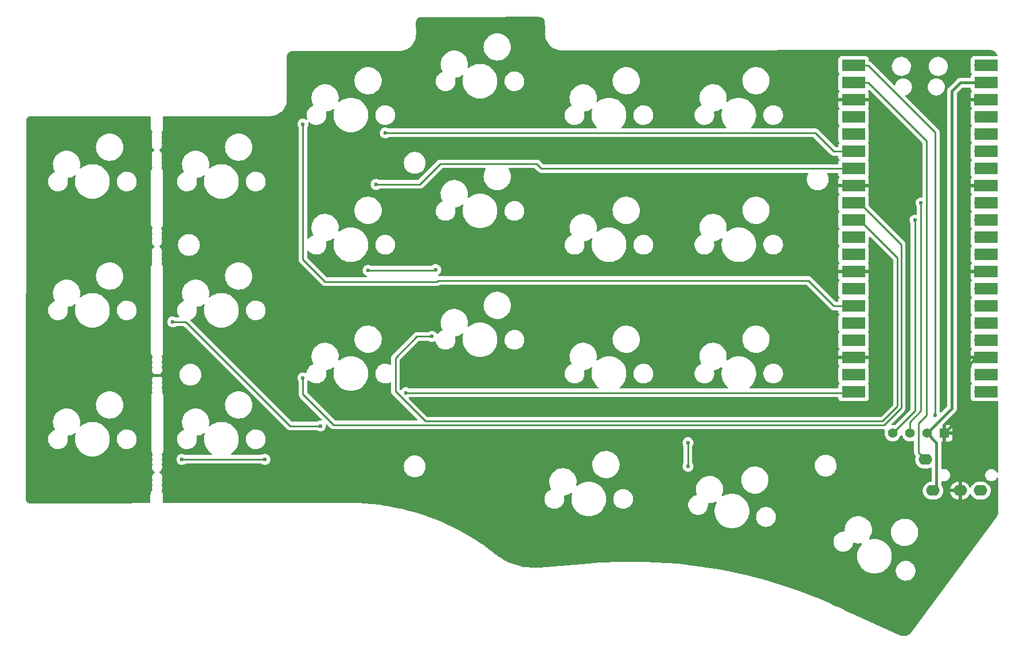
<source format=gtl>
%TF.GenerationSoftware,KiCad,Pcbnew,6.0.2+dfsg-1*%
%TF.CreationDate,2023-08-25T19:24:04+02:00*%
%TF.ProjectId,max,6d61782e-6b69-4636-9164-5f7063625858,rev1.0*%
%TF.SameCoordinates,Original*%
%TF.FileFunction,Copper,L1,Top*%
%TF.FilePolarity,Positive*%
%FSLAX46Y46*%
G04 Gerber Fmt 4.6, Leading zero omitted, Abs format (unit mm)*
G04 Created by KiCad (PCBNEW 6.0.2+dfsg-1) date 2023-08-25 19:24:04*
%MOMM*%
%LPD*%
G01*
G04 APERTURE LIST*
%TA.AperFunction,SMDPad,CuDef*%
%ADD10R,3.500000X1.700000*%
%TD*%
%TA.AperFunction,ComponentPad*%
%ADD11O,1.700000X1.700000*%
%TD*%
%TA.AperFunction,ComponentPad*%
%ADD12R,1.700000X1.700000*%
%TD*%
%TA.AperFunction,ComponentPad*%
%ADD13O,2.000000X1.600000*%
%TD*%
%TA.AperFunction,ComponentPad*%
%ADD14C,1.397000*%
%TD*%
%TA.AperFunction,ComponentPad*%
%ADD15R,1.397000X1.397000*%
%TD*%
%TA.AperFunction,ViaPad*%
%ADD16C,0.600000*%
%TD*%
%TA.AperFunction,Conductor*%
%ADD17C,0.400000*%
%TD*%
%TA.AperFunction,Conductor*%
%ADD18C,0.250000*%
%TD*%
G04 APERTURE END LIST*
D10*
%TO.P,U2,1,GPIO0*%
%TO.N,tx*%
X180913200Y-48465000D03*
D11*
X181813200Y-48465000D03*
%TO.P,U2,2,GPIO1*%
%TO.N,rx*%
X181813200Y-51005000D03*
D10*
X180913200Y-51005000D03*
D12*
%TO.P,U2,3,GND*%
%TO.N,GND*%
X181813200Y-53545000D03*
D10*
X180913200Y-53545000D03*
%TO.P,U2,4,GPIO2*%
%TO.N,/k05*%
X180913200Y-56085000D03*
D11*
X181813200Y-56085000D03*
D10*
%TO.P,U2,5,GPIO3*%
%TO.N,/k04*%
X180913200Y-58625000D03*
D11*
X181813200Y-58625000D03*
%TO.P,U2,6,GPIO4*%
%TO.N,/k01*%
X181813200Y-61165000D03*
D10*
X180913200Y-61165000D03*
%TO.P,U2,7,GPIO5*%
%TO.N,/k00*%
X180913200Y-63705000D03*
D11*
X181813200Y-63705000D03*
D10*
%TO.P,U2,8,GND*%
%TO.N,GND*%
X180913200Y-66245000D03*
D12*
X181813200Y-66245000D03*
D10*
%TO.P,U2,9,GPIO6*%
%TO.N,/k22*%
X180913200Y-68785000D03*
D11*
X181813200Y-68785000D03*
D10*
%TO.P,U2,10,GPIO7*%
%TO.N,/k23*%
X180913200Y-71325000D03*
D11*
X181813200Y-71325000D03*
%TO.P,U2,11,GPIO8*%
%TO.N,/k15*%
X181813200Y-73865000D03*
D10*
X180913200Y-73865000D03*
D11*
%TO.P,U2,12,GPIO9*%
%TO.N,/k14*%
X181813200Y-76405000D03*
D10*
X180913200Y-76405000D03*
%TO.P,U2,13,GND*%
%TO.N,GND*%
X180913200Y-78945000D03*
D12*
X181813200Y-78945000D03*
D11*
%TO.P,U2,14,GPIO10*%
%TO.N,/k12*%
X181813200Y-81485000D03*
D10*
X180913200Y-81485000D03*
%TO.P,U2,15,GPIO11*%
%TO.N,/k02*%
X180913200Y-84025000D03*
D11*
X181813200Y-84025000D03*
D10*
%TO.P,U2,16,GPIO12*%
%TO.N,/k25*%
X180913200Y-86565000D03*
D11*
X181813200Y-86565000D03*
D10*
%TO.P,U2,17,GPIO13*%
%TO.N,/k24*%
X180913200Y-89105000D03*
D11*
X181813200Y-89105000D03*
D12*
%TO.P,U2,18,GND*%
%TO.N,GND*%
X181813200Y-91645000D03*
D10*
X180913200Y-91645000D03*
%TO.P,U2,19,GPIO14*%
%TO.N,/k13*%
X180913200Y-94185000D03*
D11*
X181813200Y-94185000D03*
%TO.P,U2,20,GPIO15*%
%TO.N,/k03*%
X181813200Y-96725000D03*
D10*
X180913200Y-96725000D03*
D11*
%TO.P,U2,21,GPIO16*%
%TO.N,/k32*%
X199593200Y-96725000D03*
D10*
X200493200Y-96725000D03*
D11*
%TO.P,U2,22,GPIO17*%
%TO.N,/k30*%
X199593200Y-94185000D03*
D10*
X200493200Y-94185000D03*
%TO.P,U2,23,GND*%
%TO.N,GND*%
X200493200Y-91645000D03*
D12*
X199593200Y-91645000D03*
D11*
%TO.P,U2,24,GPIO18*%
%TO.N,/k31*%
X199593200Y-89105000D03*
D10*
X200493200Y-89105000D03*
%TO.P,U2,25,GPIO19*%
%TO.N,/k21*%
X200493200Y-86565000D03*
D11*
X199593200Y-86565000D03*
%TO.P,U2,26,GPIO20*%
%TO.N,/k11*%
X199593200Y-84025000D03*
D10*
X200493200Y-84025000D03*
%TO.P,U2,27,GPIO21*%
%TO.N,/k20*%
X200493200Y-81485000D03*
D11*
X199593200Y-81485000D03*
D10*
%TO.P,U2,28,GND*%
%TO.N,GND*%
X200493200Y-78945000D03*
D12*
X199593200Y-78945000D03*
D11*
%TO.P,U2,29,GPIO22*%
%TO.N,/k10*%
X199593200Y-76405000D03*
D10*
X200493200Y-76405000D03*
D11*
%TO.P,U2,30,RUN*%
%TO.N,unconnected-(U2-Pad30)*%
X199593200Y-73865000D03*
D10*
X200493200Y-73865000D03*
D11*
%TO.P,U2,31,GPIO26_I2C1_SDA*%
%TO.N,SDA*%
X199593200Y-71325000D03*
D10*
X200493200Y-71325000D03*
D11*
%TO.P,U2,32,GPIO27_I2C1_SCL*%
%TO.N,SCL*%
X199593200Y-68785000D03*
D10*
X200493200Y-68785000D03*
%TO.P,U2,33,AGND*%
%TO.N,GND*%
X200493200Y-66245000D03*
D12*
X199593200Y-66245000D03*
D11*
%TO.P,U2,34,GPIO28_ADC2*%
%TO.N,vbus_sense*%
X199593200Y-63705000D03*
D10*
X200493200Y-63705000D03*
%TO.P,U2,35,ADC_VREF*%
%TO.N,unconnected-(U2-Pad35)*%
X200493200Y-61165000D03*
D11*
X199593200Y-61165000D03*
D10*
%TO.P,U2,36,3V3*%
%TO.N,unconnected-(U2-Pad36)*%
X200493200Y-58625000D03*
D11*
X199593200Y-58625000D03*
%TO.P,U2,37,3V3_EN*%
%TO.N,unconnected-(U2-Pad37)*%
X199593200Y-56085000D03*
D10*
X200493200Y-56085000D03*
%TO.P,U2,38,GND*%
%TO.N,GND*%
X200493200Y-53545000D03*
D12*
X199593200Y-53545000D03*
D11*
%TO.P,U2,39,VSYS*%
%TO.N,VCC*%
X199593200Y-51005000D03*
D10*
X200493200Y-51005000D03*
D11*
%TO.P,U2,40,VBUS*%
%TO.N,VBUS*%
X199593200Y-48465000D03*
D10*
X200493200Y-48465000D03*
%TD*%
D13*
%TO.P,J1,1,SLEEVE*%
%TO.N,rx*%
X191550000Y-106700000D03*
%TO.P,J1,2,TIP*%
%TO.N,VCC*%
X192650000Y-111300000D03*
%TO.P,J1,3,RING1*%
%TO.N,GND*%
X196650000Y-111300000D03*
%TO.P,J1,4,RING2*%
%TO.N,tx*%
X199650000Y-111300000D03*
%TD*%
D14*
%TO.P,J2,1,Pin_1*%
%TO.N,SDA*%
X186689999Y-102819602D03*
%TO.P,J2,2,Pin_2*%
%TO.N,SCL*%
X189229999Y-102819602D03*
%TO.P,J2,3,Pin_3*%
%TO.N,VCC*%
X191769999Y-102819602D03*
D15*
%TO.P,J2,4,Pin_4*%
%TO.N,GND*%
X194309999Y-102819602D03*
%TD*%
D16*
%TO.N,GND*%
X74383795Y-96335750D03*
X116964095Y-76932236D03*
X86360000Y-96520000D03*
X113604530Y-76922806D03*
X86360000Y-71120000D03*
X83250645Y-68535547D03*
X172128519Y-69841939D03*
%TO.N,/k00*%
X110402343Y-66040000D03*
%TO.N,/k01*%
X111760000Y-58420000D03*
%TO.N,/k02*%
X99595000Y-57137871D03*
%TO.N,/k03*%
X114835595Y-96838182D03*
%TO.N,/k11*%
X80375908Y-86357221D03*
X102191831Y-101751644D03*
%TO.N,/k12*%
X119223663Y-78646522D03*
X109220000Y-78740000D03*
X109220000Y-78740000D03*
X109220000Y-78740000D03*
X109220000Y-78740000D03*
%TO.N,/k21*%
X81727421Y-106680000D03*
X93980000Y-106680000D03*
%TO.N,/k22*%
X99599603Y-94659082D03*
%TO.N,/k23*%
X118655476Y-88515161D03*
%TO.N,/k31*%
X156464903Y-107695097D03*
X156464903Y-104213077D03*
%TO.N,tx*%
X192981996Y-100187769D03*
%TO.N,SCL*%
X190882059Y-68792216D03*
%TO.N,SDA*%
X189989088Y-71325000D03*
%TD*%
D17*
%TO.N,GND*%
X86360000Y-96520000D02*
X81164170Y-96520000D01*
X81164170Y-96520000D02*
X78916328Y-94272158D01*
X77718707Y-94216883D02*
X76502662Y-94216883D01*
X196698739Y-94016816D02*
X199070555Y-91645000D01*
X196650000Y-111300000D02*
X196650000Y-110100000D01*
X78861053Y-94216883D02*
X77718707Y-94216883D01*
X76502662Y-94216883D02*
X74383795Y-96335750D01*
X78916328Y-94272158D02*
X78861053Y-94216883D01*
X85835098Y-71120000D02*
X86360000Y-71120000D01*
X196650000Y-110100000D02*
X196698739Y-110051261D01*
X113613960Y-76932236D02*
X116964095Y-76932236D01*
X83250645Y-68535547D02*
X85835098Y-71120000D01*
X113604530Y-76922806D02*
X113613960Y-76932236D01*
X194309999Y-102819602D02*
X196698739Y-100430862D01*
X196698739Y-110051261D02*
X196698739Y-94016816D01*
D18*
%TO.N,/k00*%
X119881204Y-62998796D02*
X134118796Y-62998796D01*
X116840000Y-66040000D02*
X119881204Y-62998796D01*
X134825000Y-63705000D02*
X181813200Y-63705000D01*
X110402343Y-66040000D02*
X116840000Y-66040000D01*
X134118796Y-62998796D02*
X134825000Y-63705000D01*
%TO.N,/k01*%
X111760000Y-58420000D02*
X175260000Y-58420000D01*
X175260000Y-58420000D02*
X178005000Y-61165000D01*
X178005000Y-61165000D02*
X181813200Y-61165000D01*
%TO.N,/k02*%
X99595000Y-57137871D02*
X99595000Y-77109022D01*
X102883956Y-80397978D02*
X119402949Y-80397978D01*
X119402949Y-80397978D02*
X119567631Y-80233296D01*
X119567631Y-80233296D02*
X174213296Y-80233296D01*
X178005000Y-84025000D02*
X181813200Y-84025000D01*
X99595000Y-77109022D02*
X102883956Y-80397978D01*
X174213296Y-80233296D02*
X178005000Y-84025000D01*
%TO.N,/k03*%
X114835595Y-96838182D02*
X181700018Y-96838182D01*
%TO.N,/k11*%
X102191831Y-101751644D02*
X97706496Y-101751644D01*
X97706496Y-101751644D02*
X82312073Y-86357221D01*
X82312073Y-86357221D02*
X80375908Y-86357221D01*
%TO.N,/k12*%
X119130185Y-78740000D02*
X119223663Y-78646522D01*
X109220000Y-78740000D02*
X119130185Y-78740000D01*
%TO.N,/k21*%
X93980000Y-106680000D02*
X81727421Y-106680000D01*
%TO.N,/k22*%
X185420000Y-101600000D02*
X104140000Y-101600000D01*
X187960000Y-99060000D02*
X185420000Y-101600000D01*
X99599603Y-97059603D02*
X99599603Y-94659082D01*
X104140000Y-101600000D02*
X99599603Y-97059603D01*
X187960000Y-74931800D02*
X187960000Y-99060000D01*
X181813200Y-68785000D02*
X187960000Y-74931800D01*
%TO.N,/k23*%
X187410480Y-76922280D02*
X187410480Y-98830764D01*
X113291363Y-91678613D02*
X116454815Y-88515161D01*
X113245516Y-91724460D02*
X113291363Y-91678613D01*
X181813200Y-71325000D02*
X187410480Y-76922280D01*
X117665894Y-101050480D02*
X185190764Y-101050480D01*
X116454815Y-88515161D02*
X118655476Y-88515161D01*
X117665894Y-101050480D02*
X113245516Y-96630102D01*
X113245516Y-96630102D02*
X113245516Y-91724460D01*
X187410480Y-98830764D02*
X185190764Y-101050480D01*
%TO.N,/k31*%
X156464903Y-104213077D02*
X156464903Y-107695097D01*
%TO.N,rx*%
X183085000Y-51005000D02*
X181813200Y-51005000D01*
X190500000Y-101394685D02*
X191713405Y-100181280D01*
X191713405Y-100181280D02*
X191713405Y-59633405D01*
X191713405Y-59633405D02*
X183085000Y-51005000D01*
X190500000Y-105650000D02*
X190500000Y-101394685D01*
X191550000Y-106700000D02*
X190500000Y-105650000D01*
%TO.N,tx*%
X183085000Y-48465000D02*
X181813200Y-48465000D01*
X192981996Y-100187769D02*
X192981996Y-58361996D01*
X192981996Y-58361996D02*
X183085000Y-48465000D01*
%TO.N,SCL*%
X189229999Y-101174476D02*
X190882059Y-99522416D01*
X190882059Y-99522416D02*
X190882059Y-68792216D01*
X189229999Y-102819602D02*
X189229999Y-101174476D01*
%TO.N,SDA*%
X189989088Y-71325000D02*
X189989088Y-99520513D01*
X189989088Y-99520513D02*
X186689999Y-102819602D01*
D17*
%TO.N,VCC*%
X196663385Y-51015818D02*
X195456201Y-52223002D01*
X199582382Y-51015818D02*
X196663385Y-51015818D01*
X195456201Y-52223002D02*
X195456201Y-99133400D01*
X195456201Y-99133400D02*
X191769999Y-102819602D01*
X193149520Y-104199123D02*
X191769999Y-102819602D01*
X193149520Y-110800480D02*
X193149520Y-104199123D01*
%TD*%
%TA.AperFunction,Conductor*%
%TO.N,GND*%
G36*
X134466325Y-41281885D02*
G01*
X134490081Y-41284217D01*
X134499314Y-41285124D01*
X134499315Y-41285124D01*
X134508250Y-41286001D01*
X134518637Y-41284039D01*
X134547694Y-41281979D01*
X134660549Y-41287074D01*
X134685865Y-41290819D01*
X134815378Y-41323693D01*
X134839403Y-41332471D01*
X134959609Y-41390840D01*
X134981373Y-41404297D01*
X135087297Y-41485745D01*
X135105895Y-41503324D01*
X135193178Y-41604495D01*
X135207841Y-41625471D01*
X135272877Y-41742188D01*
X135282998Y-41765689D01*
X135300540Y-41821428D01*
X135323112Y-41893148D01*
X135328276Y-41918215D01*
X135339032Y-42023888D01*
X135338609Y-42039811D01*
X135339421Y-42039821D01*
X135339309Y-42048800D01*
X135337925Y-42057668D01*
X135342101Y-42089670D01*
X135343159Y-42105810D01*
X135344021Y-42835960D01*
X135345003Y-43667022D01*
X135343257Y-43688072D01*
X135340803Y-43702658D01*
X135340802Y-43702671D01*
X135339996Y-43707461D01*
X135339843Y-43720000D01*
X135340533Y-43724815D01*
X135340694Y-43727290D01*
X135341262Y-43732885D01*
X135357472Y-44000878D01*
X135358802Y-44022858D01*
X135413494Y-44321301D01*
X135503760Y-44610975D01*
X135505322Y-44614445D01*
X135505324Y-44614451D01*
X135556778Y-44728776D01*
X135628284Y-44887656D01*
X135630253Y-44890913D01*
X135630255Y-44890917D01*
X135697396Y-45001981D01*
X135785251Y-45147311D01*
X135972371Y-45386152D01*
X136186915Y-45600696D01*
X136271430Y-45666909D01*
X136419581Y-45782978D01*
X136425756Y-45787816D01*
X136429010Y-45789783D01*
X136682150Y-45942812D01*
X136682154Y-45942814D01*
X136685411Y-45944783D01*
X136812771Y-46002103D01*
X136958616Y-46067743D01*
X136958622Y-46067745D01*
X136962092Y-46069307D01*
X136965728Y-46070440D01*
X137232454Y-46153555D01*
X137251766Y-46159573D01*
X137550209Y-46214265D01*
X137554000Y-46214494D01*
X137554006Y-46214495D01*
X137732062Y-46225264D01*
X137822280Y-46230721D01*
X137835584Y-46232239D01*
X137840528Y-46233071D01*
X137846869Y-46233148D01*
X137848203Y-46233165D01*
X137848208Y-46233165D01*
X137853067Y-46233224D01*
X137857880Y-46232535D01*
X137857892Y-46232534D01*
X137881114Y-46229208D01*
X137898793Y-46227935D01*
X200927423Y-46137779D01*
X200946987Y-46139279D01*
X200949945Y-46139740D01*
X200961338Y-46141514D01*
X200961341Y-46141514D01*
X200970210Y-46142895D01*
X200983961Y-46141097D01*
X201010397Y-46140440D01*
X201173298Y-46153558D01*
X201193242Y-46156791D01*
X201296066Y-46182068D01*
X201375129Y-46201504D01*
X201394319Y-46207893D01*
X201566711Y-46281134D01*
X201584620Y-46290506D01*
X201696489Y-46361023D01*
X201743069Y-46390385D01*
X201759251Y-46402503D01*
X201899675Y-46526446D01*
X201913715Y-46541004D01*
X202032501Y-46685823D01*
X202044031Y-46702439D01*
X202120587Y-46834224D01*
X202138112Y-46864393D01*
X202146835Y-46882643D01*
X202167051Y-46935459D01*
X202172722Y-47006228D01*
X202139232Y-47068830D01*
X202077213Y-47103387D01*
X202049377Y-47106500D01*
X199608185Y-47106500D01*
X199606646Y-47106491D01*
X199503281Y-47105228D01*
X199503279Y-47105228D01*
X199498111Y-47105165D01*
X199492997Y-47105948D01*
X199489489Y-47106193D01*
X199480696Y-47106500D01*
X198695066Y-47106500D01*
X198632884Y-47113255D01*
X198496495Y-47164385D01*
X198379939Y-47251739D01*
X198292585Y-47368295D01*
X198241455Y-47504684D01*
X198234700Y-47566866D01*
X198234700Y-48385219D01*
X198233987Y-48398607D01*
X198230451Y-48431695D01*
X198230748Y-48436848D01*
X198230748Y-48436851D01*
X198234491Y-48501763D01*
X198234700Y-48509016D01*
X198234700Y-49363134D01*
X198241455Y-49425316D01*
X198292585Y-49561705D01*
X198362177Y-49654561D01*
X198365830Y-49659435D01*
X198390678Y-49725941D01*
X198375625Y-49795324D01*
X198365832Y-49810562D01*
X198292585Y-49908295D01*
X198241455Y-50044684D01*
X198234700Y-50106866D01*
X198234700Y-50181318D01*
X198214698Y-50249439D01*
X198161042Y-50295932D01*
X198108700Y-50307318D01*
X196692297Y-50307318D01*
X196683727Y-50307026D01*
X196633609Y-50303609D01*
X196633605Y-50303609D01*
X196626033Y-50303093D01*
X196618556Y-50304398D01*
X196618555Y-50304398D01*
X196598037Y-50307979D01*
X196563082Y-50314080D01*
X196556564Y-50315041D01*
X196493143Y-50322716D01*
X196486042Y-50325399D01*
X196483433Y-50326040D01*
X196467123Y-50330503D01*
X196464587Y-50331268D01*
X196457101Y-50332575D01*
X196407272Y-50354449D01*
X196398590Y-50358260D01*
X196392486Y-50360751D01*
X196332729Y-50383331D01*
X196326466Y-50387635D01*
X196324100Y-50388872D01*
X196309288Y-50397117D01*
X196307034Y-50398450D01*
X196300080Y-50401503D01*
X196249383Y-50440405D01*
X196244053Y-50444277D01*
X196197665Y-50476157D01*
X196197660Y-50476162D01*
X196191404Y-50480461D01*
X196186353Y-50486131D01*
X196186351Y-50486132D01*
X196149950Y-50526988D01*
X196144969Y-50532264D01*
X194975681Y-51701552D01*
X194969416Y-51707406D01*
X194925816Y-51745441D01*
X194899847Y-51782391D01*
X194889073Y-51797721D01*
X194885140Y-51803016D01*
X194845725Y-51853284D01*
X194842602Y-51860200D01*
X194841218Y-51862486D01*
X194832844Y-51877167D01*
X194831579Y-51879527D01*
X194827211Y-51885741D01*
X194824451Y-51892820D01*
X194824450Y-51892822D01*
X194803999Y-51945277D01*
X194801448Y-51951346D01*
X194775156Y-52009575D01*
X194773772Y-52017042D01*
X194772971Y-52019597D01*
X194768342Y-52035850D01*
X194767679Y-52038430D01*
X194764919Y-52045511D01*
X194756935Y-52106161D01*
X194756580Y-52108854D01*
X194755549Y-52115361D01*
X194743905Y-52178188D01*
X194744342Y-52185768D01*
X194744342Y-52185769D01*
X194747492Y-52240394D01*
X194747701Y-52247648D01*
X194747701Y-98787740D01*
X194727699Y-98855861D01*
X194710796Y-98876835D01*
X193841468Y-99746163D01*
X193779156Y-99780189D01*
X193708341Y-99775124D01*
X193651505Y-99732577D01*
X193645519Y-99723837D01*
X193634642Y-99706430D01*
X193615496Y-99639661D01*
X193615496Y-58440763D01*
X193616023Y-58429580D01*
X193617698Y-58422087D01*
X193615558Y-58353996D01*
X193615496Y-58350039D01*
X193615496Y-58322140D01*
X193614992Y-58318149D01*
X193614059Y-58306307D01*
X193613927Y-58302090D01*
X193612670Y-58262107D01*
X193610458Y-58254493D01*
X193610457Y-58254488D01*
X193607019Y-58242655D01*
X193603008Y-58223291D01*
X193601463Y-58211060D01*
X193600470Y-58203199D01*
X193597553Y-58195832D01*
X193597552Y-58195827D01*
X193584194Y-58162088D01*
X193580350Y-58150861D01*
X193570226Y-58116018D01*
X193568014Y-58108403D01*
X193557703Y-58090968D01*
X193549008Y-58073220D01*
X193541548Y-58054379D01*
X193525785Y-58032682D01*
X193515560Y-58018609D01*
X193509044Y-58008689D01*
X193490576Y-57977461D01*
X193490574Y-57977458D01*
X193486538Y-57970634D01*
X193472217Y-57956313D01*
X193459376Y-57941279D01*
X193452127Y-57931302D01*
X193447468Y-57924889D01*
X193413391Y-57896698D01*
X193404612Y-57888708D01*
X188563122Y-53047218D01*
X188529096Y-52984906D01*
X188534161Y-52914091D01*
X188576708Y-52857255D01*
X188619605Y-52836417D01*
X188704954Y-52813547D01*
X188704964Y-52813543D01*
X188710276Y-52812120D01*
X188909854Y-52719056D01*
X189090238Y-52592749D01*
X189245949Y-52437038D01*
X189256188Y-52422416D01*
X189369099Y-52261162D01*
X189369100Y-52261160D01*
X189372256Y-52256653D01*
X189374579Y-52251671D01*
X189374582Y-52251666D01*
X189441158Y-52108891D01*
X189465320Y-52057076D01*
X189522315Y-51844371D01*
X189541507Y-51625000D01*
X191864893Y-51625000D01*
X191884085Y-51844371D01*
X191941080Y-52057076D01*
X191965242Y-52108891D01*
X192031818Y-52251666D01*
X192031821Y-52251671D01*
X192034144Y-52256653D01*
X192037300Y-52261160D01*
X192037301Y-52261162D01*
X192150213Y-52422416D01*
X192160451Y-52437038D01*
X192316162Y-52592749D01*
X192496546Y-52719056D01*
X192696124Y-52812120D01*
X192908829Y-52869115D01*
X193128200Y-52888307D01*
X193347571Y-52869115D01*
X193560276Y-52812120D01*
X193759854Y-52719056D01*
X193940238Y-52592749D01*
X194095949Y-52437038D01*
X194106188Y-52422416D01*
X194219099Y-52261162D01*
X194219100Y-52261160D01*
X194222256Y-52256653D01*
X194224579Y-52251671D01*
X194224582Y-52251666D01*
X194291158Y-52108891D01*
X194315320Y-52057076D01*
X194372315Y-51844371D01*
X194391507Y-51625000D01*
X194372315Y-51405629D01*
X194315320Y-51192924D01*
X194250349Y-51053593D01*
X194224582Y-50998334D01*
X194224579Y-50998329D01*
X194222256Y-50993347D01*
X194194173Y-50953240D01*
X194099108Y-50817473D01*
X194099106Y-50817470D01*
X194095949Y-50812962D01*
X193940238Y-50657251D01*
X193919128Y-50642469D01*
X193847846Y-50592557D01*
X193759854Y-50530944D01*
X193560276Y-50437880D01*
X193347571Y-50380885D01*
X193128200Y-50361693D01*
X192908829Y-50380885D01*
X192696124Y-50437880D01*
X192608688Y-50478652D01*
X192501534Y-50528618D01*
X192501529Y-50528621D01*
X192496547Y-50530944D01*
X192492040Y-50534100D01*
X192492038Y-50534101D01*
X192320673Y-50654092D01*
X192320670Y-50654094D01*
X192316162Y-50657251D01*
X192160451Y-50812962D01*
X192157294Y-50817470D01*
X192157292Y-50817473D01*
X192062227Y-50953240D01*
X192034144Y-50993347D01*
X192031821Y-50998329D01*
X192031818Y-50998334D01*
X192006051Y-51053593D01*
X191941080Y-51192924D01*
X191884085Y-51405629D01*
X191864893Y-51625000D01*
X189541507Y-51625000D01*
X189522315Y-51405629D01*
X189465320Y-51192924D01*
X189400349Y-51053593D01*
X189374582Y-50998334D01*
X189374579Y-50998329D01*
X189372256Y-50993347D01*
X189344173Y-50953240D01*
X189249108Y-50817473D01*
X189249106Y-50817470D01*
X189245949Y-50812962D01*
X189090238Y-50657251D01*
X189069128Y-50642469D01*
X188997846Y-50592557D01*
X188909854Y-50530944D01*
X188710276Y-50437880D01*
X188497571Y-50380885D01*
X188278200Y-50361693D01*
X188058829Y-50380885D01*
X187846124Y-50437880D01*
X187758688Y-50478652D01*
X187651534Y-50528618D01*
X187651529Y-50528621D01*
X187646547Y-50530944D01*
X187642040Y-50534100D01*
X187642038Y-50534101D01*
X187470673Y-50654092D01*
X187470670Y-50654094D01*
X187466162Y-50657251D01*
X187310451Y-50812962D01*
X187307294Y-50817470D01*
X187307292Y-50817473D01*
X187212227Y-50953240D01*
X187184144Y-50993347D01*
X187181821Y-50998329D01*
X187181818Y-50998334D01*
X187156051Y-51053593D01*
X187091080Y-51192924D01*
X187089657Y-51198235D01*
X187089653Y-51198246D01*
X187066783Y-51283595D01*
X187029831Y-51344218D01*
X186965971Y-51375239D01*
X186895476Y-51366809D01*
X186855982Y-51340078D01*
X185302665Y-49786760D01*
X184076374Y-48560469D01*
X186565295Y-48560469D01*
X186565592Y-48565622D01*
X186565592Y-48565625D01*
X186571267Y-48664041D01*
X186578627Y-48791697D01*
X186579764Y-48796743D01*
X186579765Y-48796749D01*
X186608099Y-48922475D01*
X186629546Y-49017642D01*
X186631488Y-49022424D01*
X186631489Y-49022428D01*
X186675560Y-49130961D01*
X186716684Y-49232237D01*
X186837701Y-49429719D01*
X186989347Y-49604784D01*
X187167549Y-49752730D01*
X187367522Y-49869584D01*
X187583894Y-49952209D01*
X187588960Y-49953240D01*
X187588961Y-49953240D01*
X187642046Y-49964040D01*
X187810856Y-49998385D01*
X187941524Y-50003176D01*
X188037149Y-50006683D01*
X188037153Y-50006683D01*
X188042313Y-50006872D01*
X188047433Y-50006216D01*
X188047435Y-50006216D01*
X188125940Y-49996159D01*
X188272047Y-49977442D01*
X188276995Y-49975957D01*
X188277002Y-49975956D01*
X188488947Y-49912369D01*
X188493890Y-49910886D01*
X188499179Y-49908295D01*
X188697249Y-49811262D01*
X188697252Y-49811260D01*
X188701884Y-49808991D01*
X188890443Y-49674494D01*
X189054503Y-49511005D01*
X189064930Y-49496495D01*
X189116077Y-49425316D01*
X189189658Y-49322917D01*
X189219132Y-49263282D01*
X189289984Y-49119922D01*
X189289985Y-49119920D01*
X189292278Y-49115280D01*
X189359608Y-48893671D01*
X189389840Y-48664041D01*
X189391527Y-48595000D01*
X189388688Y-48560469D01*
X192015295Y-48560469D01*
X192015592Y-48565622D01*
X192015592Y-48565625D01*
X192021267Y-48664041D01*
X192028627Y-48791697D01*
X192029764Y-48796743D01*
X192029765Y-48796749D01*
X192058099Y-48922475D01*
X192079546Y-49017642D01*
X192081488Y-49022424D01*
X192081489Y-49022428D01*
X192125560Y-49130961D01*
X192166684Y-49232237D01*
X192287701Y-49429719D01*
X192439347Y-49604784D01*
X192617549Y-49752730D01*
X192817522Y-49869584D01*
X193033894Y-49952209D01*
X193038960Y-49953240D01*
X193038961Y-49953240D01*
X193092046Y-49964040D01*
X193260856Y-49998385D01*
X193391524Y-50003176D01*
X193487149Y-50006683D01*
X193487153Y-50006683D01*
X193492313Y-50006872D01*
X193497433Y-50006216D01*
X193497435Y-50006216D01*
X193575940Y-49996159D01*
X193722047Y-49977442D01*
X193726995Y-49975957D01*
X193727002Y-49975956D01*
X193938947Y-49912369D01*
X193943890Y-49910886D01*
X193949179Y-49908295D01*
X194147249Y-49811262D01*
X194147252Y-49811260D01*
X194151884Y-49808991D01*
X194340443Y-49674494D01*
X194504503Y-49511005D01*
X194514930Y-49496495D01*
X194566077Y-49425316D01*
X194639658Y-49322917D01*
X194669132Y-49263282D01*
X194739984Y-49119922D01*
X194739985Y-49119920D01*
X194742278Y-49115280D01*
X194809608Y-48893671D01*
X194839840Y-48664041D01*
X194841527Y-48595000D01*
X194834160Y-48505388D01*
X194822973Y-48369318D01*
X194822972Y-48369312D01*
X194822549Y-48364167D01*
X194766125Y-48139533D01*
X194764066Y-48134797D01*
X194675830Y-47931868D01*
X194675828Y-47931865D01*
X194673770Y-47927131D01*
X194547964Y-47732665D01*
X194533010Y-47716230D01*
X194467889Y-47644664D01*
X194392087Y-47561358D01*
X194388036Y-47558159D01*
X194388032Y-47558155D01*
X194214377Y-47421011D01*
X194214372Y-47421008D01*
X194210323Y-47417810D01*
X194205807Y-47415317D01*
X194205804Y-47415315D01*
X194012079Y-47308373D01*
X194012075Y-47308371D01*
X194007555Y-47305876D01*
X194002686Y-47304152D01*
X194002682Y-47304150D01*
X193794103Y-47230288D01*
X193794099Y-47230287D01*
X193789228Y-47228562D01*
X193784135Y-47227655D01*
X193784132Y-47227654D01*
X193566295Y-47188851D01*
X193566289Y-47188850D01*
X193561206Y-47187945D01*
X193488296Y-47187054D01*
X193334781Y-47185179D01*
X193334779Y-47185179D01*
X193329611Y-47185116D01*
X193100664Y-47220150D01*
X192880514Y-47292106D01*
X192875926Y-47294494D01*
X192875922Y-47294496D01*
X192731259Y-47369803D01*
X192675072Y-47399052D01*
X192670939Y-47402155D01*
X192670936Y-47402157D01*
X192523920Y-47512540D01*
X192489855Y-47538117D01*
X192329839Y-47705564D01*
X192326925Y-47709836D01*
X192326924Y-47709837D01*
X192312022Y-47731683D01*
X192199319Y-47896899D01*
X192101802Y-48106981D01*
X192039907Y-48330169D01*
X192015295Y-48560469D01*
X189388688Y-48560469D01*
X189384160Y-48505388D01*
X189372973Y-48369318D01*
X189372972Y-48369312D01*
X189372549Y-48364167D01*
X189316125Y-48139533D01*
X189314066Y-48134797D01*
X189225830Y-47931868D01*
X189225828Y-47931865D01*
X189223770Y-47927131D01*
X189097964Y-47732665D01*
X189083010Y-47716230D01*
X189017889Y-47644664D01*
X188942087Y-47561358D01*
X188938036Y-47558159D01*
X188938032Y-47558155D01*
X188764377Y-47421011D01*
X188764372Y-47421008D01*
X188760323Y-47417810D01*
X188755807Y-47415317D01*
X188755804Y-47415315D01*
X188562079Y-47308373D01*
X188562075Y-47308371D01*
X188557555Y-47305876D01*
X188552686Y-47304152D01*
X188552682Y-47304150D01*
X188344103Y-47230288D01*
X188344099Y-47230287D01*
X188339228Y-47228562D01*
X188334135Y-47227655D01*
X188334132Y-47227654D01*
X188116295Y-47188851D01*
X188116289Y-47188850D01*
X188111206Y-47187945D01*
X188038296Y-47187054D01*
X187884781Y-47185179D01*
X187884779Y-47185179D01*
X187879611Y-47185116D01*
X187650664Y-47220150D01*
X187430514Y-47292106D01*
X187425926Y-47294494D01*
X187425922Y-47294496D01*
X187281259Y-47369803D01*
X187225072Y-47399052D01*
X187220939Y-47402155D01*
X187220936Y-47402157D01*
X187073920Y-47512540D01*
X187039855Y-47538117D01*
X186879839Y-47705564D01*
X186876925Y-47709836D01*
X186876924Y-47709837D01*
X186862022Y-47731683D01*
X186749319Y-47896899D01*
X186651802Y-48106981D01*
X186589907Y-48330169D01*
X186565295Y-48560469D01*
X184076374Y-48560469D01*
X183588652Y-48072747D01*
X183581112Y-48064461D01*
X183577000Y-48057982D01*
X183527348Y-48011356D01*
X183524507Y-48008602D01*
X183504770Y-47988865D01*
X183501573Y-47986385D01*
X183492551Y-47978680D01*
X183466100Y-47953841D01*
X183460321Y-47948414D01*
X183453375Y-47944595D01*
X183453372Y-47944593D01*
X183442566Y-47938652D01*
X183426047Y-47927801D01*
X183419590Y-47922793D01*
X183410041Y-47915386D01*
X183402772Y-47912241D01*
X183402768Y-47912238D01*
X183369463Y-47897826D01*
X183358813Y-47892609D01*
X183320060Y-47871305D01*
X183300437Y-47866267D01*
X183281734Y-47859863D01*
X183270424Y-47854969D01*
X183270425Y-47854969D01*
X183263145Y-47851819D01*
X183260556Y-47851409D01*
X183202711Y-47814466D01*
X183173034Y-47749969D01*
X183171700Y-47731683D01*
X183171700Y-47566866D01*
X183164945Y-47504684D01*
X183113815Y-47368295D01*
X183026461Y-47251739D01*
X182909905Y-47164385D01*
X182773516Y-47113255D01*
X182711334Y-47106500D01*
X181828185Y-47106500D01*
X181826646Y-47106491D01*
X181723281Y-47105228D01*
X181723279Y-47105228D01*
X181718111Y-47105165D01*
X181712997Y-47105948D01*
X181709489Y-47106193D01*
X181700696Y-47106500D01*
X179115066Y-47106500D01*
X179052884Y-47113255D01*
X178916495Y-47164385D01*
X178799939Y-47251739D01*
X178712585Y-47368295D01*
X178661455Y-47504684D01*
X178654700Y-47566866D01*
X178654700Y-49363134D01*
X178661455Y-49425316D01*
X178712585Y-49561705D01*
X178782177Y-49654561D01*
X178785830Y-49659435D01*
X178810678Y-49725941D01*
X178795625Y-49795324D01*
X178785832Y-49810562D01*
X178712585Y-49908295D01*
X178661455Y-50044684D01*
X178654700Y-50106866D01*
X178654700Y-51903134D01*
X178661455Y-51965316D01*
X178712585Y-52101705D01*
X178725543Y-52118995D01*
X178786142Y-52199852D01*
X178810990Y-52266358D01*
X178795937Y-52335741D01*
X178786142Y-52350982D01*
X178718414Y-52441351D01*
X178709876Y-52456946D01*
X178664722Y-52577394D01*
X178661095Y-52592649D01*
X178655569Y-52643514D01*
X178655200Y-52650328D01*
X178655200Y-53272885D01*
X178659675Y-53288124D01*
X178661065Y-53289329D01*
X178668748Y-53291000D01*
X183153084Y-53291000D01*
X183168323Y-53286525D01*
X183169528Y-53285135D01*
X183171199Y-53277452D01*
X183171199Y-52650331D01*
X183170829Y-52643510D01*
X183165305Y-52592648D01*
X183161679Y-52577396D01*
X183116524Y-52456946D01*
X183107986Y-52441351D01*
X183040258Y-52350982D01*
X183015410Y-52284475D01*
X183030463Y-52215093D01*
X183040255Y-52199856D01*
X183100336Y-52119690D01*
X183157196Y-52077176D01*
X183228014Y-52072151D01*
X183290257Y-52106161D01*
X191043000Y-59858904D01*
X191077026Y-59921216D01*
X191079905Y-59947999D01*
X191079905Y-67859617D01*
X191059903Y-67927738D01*
X191006247Y-67974231D01*
X190938986Y-67984731D01*
X190887739Y-67978620D01*
X190880736Y-67979356D01*
X190880735Y-67979356D01*
X190714347Y-67996844D01*
X190714345Y-67996845D01*
X190707347Y-67997580D01*
X190535638Y-68056034D01*
X190529634Y-68059728D01*
X190387154Y-68147382D01*
X190387151Y-68147384D01*
X190381147Y-68151078D01*
X190376112Y-68156009D01*
X190376109Y-68156011D01*
X190288192Y-68242106D01*
X190251552Y-68277987D01*
X190153294Y-68430454D01*
X190150885Y-68437074D01*
X190150883Y-68437077D01*
X190097711Y-68583166D01*
X190091256Y-68600901D01*
X190068522Y-68780856D01*
X190086222Y-68961376D01*
X190143477Y-69133489D01*
X190147124Y-69139511D01*
X190147125Y-69139513D01*
X190230335Y-69276910D01*
X190248559Y-69342181D01*
X190248559Y-70399749D01*
X190228557Y-70467870D01*
X190174901Y-70514363D01*
X190107640Y-70524863D01*
X190034546Y-70516147D01*
X189994768Y-70511404D01*
X189987765Y-70512140D01*
X189987764Y-70512140D01*
X189821376Y-70529628D01*
X189821374Y-70529629D01*
X189814376Y-70530364D01*
X189642667Y-70588818D01*
X189636663Y-70592512D01*
X189494183Y-70680166D01*
X189494180Y-70680168D01*
X189488176Y-70683862D01*
X189483141Y-70688793D01*
X189483138Y-70688795D01*
X189385471Y-70784438D01*
X189358581Y-70810771D01*
X189260323Y-70963238D01*
X189257914Y-70969858D01*
X189257912Y-70969861D01*
X189207142Y-71109351D01*
X189198285Y-71133685D01*
X189175551Y-71313640D01*
X189193251Y-71494160D01*
X189250506Y-71666273D01*
X189254153Y-71672295D01*
X189254154Y-71672297D01*
X189337364Y-71809694D01*
X189355588Y-71874965D01*
X189355588Y-99205918D01*
X189335586Y-99274039D01*
X189318683Y-99295013D01*
X187020238Y-101593458D01*
X186957926Y-101627484D01*
X186909261Y-101628448D01*
X186905699Y-101627820D01*
X186900393Y-101626398D01*
X186894926Y-101625920D01*
X186894922Y-101625919D01*
X186695474Y-101608470D01*
X186689999Y-101607991D01*
X186684524Y-101608470D01*
X186684523Y-101608470D01*
X186616144Y-101614452D01*
X186546539Y-101600462D01*
X186495547Y-101551063D01*
X186479357Y-101481937D01*
X186503110Y-101415031D01*
X186516068Y-101399836D01*
X188352247Y-99563657D01*
X188360537Y-99556113D01*
X188367018Y-99552000D01*
X188413659Y-99502332D01*
X188416413Y-99499491D01*
X188436134Y-99479770D01*
X188438612Y-99476575D01*
X188446318Y-99467553D01*
X188471158Y-99441101D01*
X188476586Y-99435321D01*
X188486346Y-99417568D01*
X188497199Y-99401045D01*
X188504753Y-99391306D01*
X188509613Y-99385041D01*
X188527176Y-99344457D01*
X188532383Y-99333827D01*
X188553695Y-99295060D01*
X188555666Y-99287383D01*
X188555668Y-99287378D01*
X188558732Y-99275442D01*
X188565138Y-99256730D01*
X188567525Y-99251216D01*
X188573181Y-99238145D01*
X188574688Y-99228635D01*
X188580097Y-99194481D01*
X188582504Y-99182860D01*
X188591528Y-99147711D01*
X188591528Y-99147710D01*
X188593500Y-99140030D01*
X188593500Y-99119769D01*
X188595051Y-99100058D01*
X188596979Y-99087885D01*
X188598219Y-99080057D01*
X188594059Y-99036046D01*
X188593500Y-99024189D01*
X188593500Y-75010567D01*
X188594027Y-74999384D01*
X188595702Y-74991891D01*
X188593562Y-74923800D01*
X188593500Y-74919843D01*
X188593500Y-74891944D01*
X188592996Y-74887953D01*
X188592063Y-74876111D01*
X188591444Y-74856398D01*
X188590674Y-74831911D01*
X188588462Y-74824297D01*
X188588461Y-74824292D01*
X188585023Y-74812459D01*
X188581012Y-74793095D01*
X188579467Y-74780864D01*
X188578474Y-74773003D01*
X188575557Y-74765636D01*
X188575556Y-74765631D01*
X188562198Y-74731892D01*
X188558354Y-74720665D01*
X188548230Y-74685822D01*
X188546018Y-74678207D01*
X188535707Y-74660772D01*
X188527012Y-74643024D01*
X188519552Y-74624183D01*
X188493564Y-74588413D01*
X188487048Y-74578493D01*
X188468580Y-74547265D01*
X188468578Y-74547262D01*
X188464542Y-74540438D01*
X188450221Y-74526117D01*
X188437380Y-74511083D01*
X188430131Y-74501106D01*
X188425472Y-74494693D01*
X188391395Y-74466502D01*
X188382616Y-74458512D01*
X183208605Y-69284500D01*
X183174579Y-69222188D01*
X183171700Y-69195405D01*
X183171700Y-68882856D01*
X183172778Y-68866409D01*
X183174292Y-68854908D01*
X183174729Y-68851590D01*
X183175512Y-68819536D01*
X183176274Y-68788365D01*
X183176274Y-68788361D01*
X183176356Y-68785000D01*
X183172124Y-68733524D01*
X183171700Y-68723200D01*
X183171700Y-67886866D01*
X183164945Y-67824684D01*
X183113815Y-67688295D01*
X183040258Y-67590148D01*
X183015410Y-67523642D01*
X183030463Y-67454259D01*
X183040258Y-67439018D01*
X183107986Y-67348649D01*
X183116524Y-67333054D01*
X183161678Y-67212606D01*
X183165305Y-67197351D01*
X183170831Y-67146486D01*
X183171200Y-67139672D01*
X183171200Y-66517115D01*
X183166725Y-66501876D01*
X183165335Y-66500671D01*
X183157652Y-66499000D01*
X178673316Y-66499000D01*
X178658077Y-66503475D01*
X178656872Y-66504865D01*
X178655201Y-66512548D01*
X178655201Y-67139669D01*
X178655571Y-67146490D01*
X178661095Y-67197352D01*
X178664721Y-67212604D01*
X178709876Y-67333054D01*
X178718414Y-67348649D01*
X178786142Y-67439018D01*
X178810990Y-67505525D01*
X178795937Y-67574907D01*
X178786142Y-67590148D01*
X178712585Y-67688295D01*
X178661455Y-67824684D01*
X178654700Y-67886866D01*
X178654700Y-69683134D01*
X178661455Y-69745316D01*
X178712585Y-69881705D01*
X178785830Y-69979435D01*
X178810678Y-70045941D01*
X178795625Y-70115324D01*
X178785832Y-70130562D01*
X178712585Y-70228295D01*
X178661455Y-70364684D01*
X178654700Y-70426866D01*
X178654700Y-72223134D01*
X178661455Y-72285316D01*
X178712585Y-72421705D01*
X178785830Y-72519435D01*
X178810678Y-72585941D01*
X178795625Y-72655324D01*
X178785832Y-72670562D01*
X178712585Y-72768295D01*
X178661455Y-72904684D01*
X178654700Y-72966866D01*
X178654700Y-74763134D01*
X178661455Y-74825316D01*
X178712585Y-74961705D01*
X178782810Y-75055406D01*
X178785830Y-75059435D01*
X178810678Y-75125941D01*
X178795625Y-75195324D01*
X178785832Y-75210562D01*
X178712585Y-75308295D01*
X178661455Y-75444684D01*
X178654700Y-75506866D01*
X178654700Y-77303134D01*
X178661455Y-77365316D01*
X178712585Y-77501705D01*
X178741073Y-77539716D01*
X178786142Y-77599852D01*
X178810990Y-77666358D01*
X178795937Y-77735741D01*
X178786142Y-77750982D01*
X178718414Y-77841351D01*
X178709876Y-77856946D01*
X178664722Y-77977394D01*
X178661095Y-77992649D01*
X178655569Y-78043514D01*
X178655200Y-78050328D01*
X178655200Y-78672885D01*
X178659675Y-78688124D01*
X178661065Y-78689329D01*
X178668748Y-78691000D01*
X183153084Y-78691000D01*
X183168323Y-78686525D01*
X183169528Y-78685135D01*
X183171199Y-78677452D01*
X183171199Y-78050331D01*
X183170829Y-78043510D01*
X183165305Y-77992648D01*
X183161679Y-77977396D01*
X183116524Y-77856946D01*
X183107986Y-77841351D01*
X183040258Y-77750982D01*
X183015410Y-77684475D01*
X183030463Y-77615093D01*
X183040258Y-77599852D01*
X183085327Y-77539716D01*
X183113815Y-77501705D01*
X183164945Y-77365316D01*
X183171700Y-77303134D01*
X183171700Y-76502856D01*
X183172778Y-76486409D01*
X183174292Y-76474908D01*
X183174729Y-76471590D01*
X183176101Y-76415427D01*
X183176274Y-76408365D01*
X183176274Y-76408361D01*
X183176356Y-76405000D01*
X183172124Y-76353524D01*
X183171700Y-76343200D01*
X183171700Y-75506866D01*
X183164945Y-75444684D01*
X183113815Y-75308295D01*
X183040570Y-75210564D01*
X183015722Y-75144059D01*
X183030775Y-75074676D01*
X183040570Y-75059435D01*
X183043590Y-75055406D01*
X183113815Y-74961705D01*
X183164945Y-74825316D01*
X183171700Y-74763134D01*
X183171700Y-73962856D01*
X183172778Y-73946409D01*
X183174292Y-73934908D01*
X183174729Y-73931590D01*
X183175876Y-73884654D01*
X183197536Y-73817042D01*
X183252311Y-73771874D01*
X183322811Y-73763490D01*
X183390933Y-73798637D01*
X186740075Y-77147779D01*
X186774101Y-77210091D01*
X186776980Y-77236874D01*
X186776980Y-98516169D01*
X186756978Y-98584290D01*
X186740075Y-98605264D01*
X184965264Y-100380075D01*
X184902952Y-100414101D01*
X184876169Y-100416980D01*
X117980488Y-100416980D01*
X117912367Y-100396978D01*
X117891393Y-100380075D01*
X115235242Y-97723924D01*
X115201216Y-97661612D01*
X115206281Y-97590797D01*
X115248828Y-97533961D01*
X115259807Y-97526608D01*
X115322138Y-97489452D01*
X115386653Y-97471682D01*
X178528700Y-97471682D01*
X178596821Y-97491684D01*
X178643314Y-97545340D01*
X178654700Y-97597682D01*
X178654700Y-97623134D01*
X178661455Y-97685316D01*
X178712585Y-97821705D01*
X178799939Y-97938261D01*
X178916495Y-98025615D01*
X179052884Y-98076745D01*
X179115066Y-98083500D01*
X181784026Y-98083500D01*
X181788643Y-98083585D01*
X181869873Y-98086564D01*
X181869877Y-98086564D01*
X181875037Y-98086753D01*
X181880157Y-98086097D01*
X181880159Y-98086097D01*
X181892461Y-98084521D01*
X181908471Y-98083500D01*
X182711334Y-98083500D01*
X182773516Y-98076745D01*
X182909905Y-98025615D01*
X183026461Y-97938261D01*
X183113815Y-97821705D01*
X183164945Y-97685316D01*
X183171700Y-97623134D01*
X183171700Y-96822856D01*
X183172778Y-96806409D01*
X183173712Y-96799314D01*
X183174729Y-96791590D01*
X183176066Y-96736887D01*
X183176274Y-96728365D01*
X183176274Y-96728361D01*
X183176356Y-96725000D01*
X183172124Y-96673524D01*
X183171700Y-96663200D01*
X183171700Y-95826866D01*
X183164945Y-95764684D01*
X183113815Y-95628295D01*
X183040570Y-95530564D01*
X183015722Y-95464059D01*
X183030775Y-95394676D01*
X183040570Y-95379435D01*
X183045030Y-95373484D01*
X183113815Y-95281705D01*
X183164945Y-95145316D01*
X183171700Y-95083134D01*
X183171700Y-94282856D01*
X183172778Y-94266409D01*
X183174292Y-94254908D01*
X183174729Y-94251590D01*
X183176356Y-94185000D01*
X183172124Y-94133524D01*
X183171700Y-94123200D01*
X183171700Y-93286866D01*
X183164945Y-93224684D01*
X183113815Y-93088295D01*
X183049409Y-93002358D01*
X183040258Y-92990148D01*
X183015410Y-92923642D01*
X183030463Y-92854259D01*
X183040258Y-92839018D01*
X183107986Y-92748649D01*
X183116524Y-92733054D01*
X183161678Y-92612606D01*
X183165305Y-92597351D01*
X183170831Y-92546486D01*
X183171200Y-92539672D01*
X183171200Y-91917115D01*
X183166725Y-91901876D01*
X183165335Y-91900671D01*
X183157652Y-91899000D01*
X178673316Y-91899000D01*
X178658077Y-91903475D01*
X178656872Y-91904865D01*
X178655201Y-91912548D01*
X178655201Y-92539669D01*
X178655571Y-92546490D01*
X178661095Y-92597352D01*
X178664721Y-92612604D01*
X178709876Y-92733054D01*
X178718414Y-92748649D01*
X178786142Y-92839018D01*
X178810990Y-92905525D01*
X178795937Y-92974907D01*
X178786142Y-92990148D01*
X178776991Y-93002358D01*
X178712585Y-93088295D01*
X178661455Y-93224684D01*
X178654700Y-93286866D01*
X178654700Y-95083134D01*
X178661455Y-95145316D01*
X178712585Y-95281705D01*
X178781370Y-95373484D01*
X178785830Y-95379435D01*
X178810678Y-95445941D01*
X178795625Y-95515324D01*
X178785832Y-95530562D01*
X178712585Y-95628295D01*
X178661455Y-95764684D01*
X178654700Y-95826866D01*
X178654700Y-96078682D01*
X178634698Y-96146803D01*
X178581042Y-96193296D01*
X178528700Y-96204682D01*
X165667028Y-96204682D01*
X165598907Y-96184680D01*
X165552414Y-96131024D01*
X165542310Y-96060750D01*
X165571804Y-95996170D01*
X165586713Y-95981597D01*
X165687776Y-95897991D01*
X165723117Y-95868754D01*
X165943496Y-95634074D01*
X165961307Y-95609560D01*
X166032378Y-95511739D01*
X166132724Y-95373624D01*
X166287818Y-95091510D01*
X166406329Y-94792183D01*
X166407312Y-94788353D01*
X166407315Y-94788345D01*
X166485405Y-94484202D01*
X166486391Y-94480363D01*
X166487750Y-94469610D01*
X166509515Y-94297320D01*
X166526740Y-94160967D01*
X166526740Y-94102089D01*
X167588306Y-94102089D01*
X167624583Y-94339163D01*
X167699094Y-94567129D01*
X167809837Y-94779864D01*
X167812940Y-94783997D01*
X167812942Y-94784000D01*
X167908486Y-94911252D01*
X167953838Y-94971655D01*
X167977272Y-94994049D01*
X168061581Y-95074616D01*
X168127230Y-95137352D01*
X168325357Y-95272505D01*
X168457310Y-95333756D01*
X168535716Y-95370151D01*
X168542896Y-95373484D01*
X168774008Y-95437576D01*
X168877719Y-95448660D01*
X168966462Y-95458144D01*
X168966470Y-95458144D01*
X168969797Y-95458500D01*
X169109043Y-95458500D01*
X169111616Y-95458288D01*
X169111627Y-95458288D01*
X169282116Y-95444271D01*
X169282122Y-95444270D01*
X169287267Y-95443847D01*
X169468754Y-95398261D01*
X169514865Y-95386679D01*
X169514869Y-95386678D01*
X169519876Y-95385420D01*
X169524606Y-95383364D01*
X169524613Y-95383361D01*
X169735081Y-95291847D01*
X169735084Y-95291845D01*
X169739818Y-95289787D01*
X169744152Y-95286983D01*
X169744156Y-95286981D01*
X169936844Y-95162325D01*
X169936847Y-95162323D01*
X169941187Y-95159515D01*
X169948661Y-95152715D01*
X170114753Y-95001582D01*
X170114754Y-95001580D01*
X170118575Y-94998104D01*
X170121774Y-94994053D01*
X170121778Y-94994049D01*
X170264014Y-94813946D01*
X170267219Y-94809888D01*
X170383127Y-94599922D01*
X170463185Y-94373845D01*
X170468052Y-94346521D01*
X170504338Y-94142816D01*
X170504339Y-94142810D01*
X170505244Y-94137727D01*
X170506704Y-94018233D01*
X170508111Y-93903081D01*
X170508111Y-93903079D01*
X170508174Y-93897911D01*
X170471897Y-93660837D01*
X170397386Y-93432871D01*
X170328658Y-93300846D01*
X170289032Y-93224725D01*
X170289031Y-93224724D01*
X170286643Y-93220136D01*
X170280276Y-93211655D01*
X170145747Y-93032480D01*
X170145745Y-93032477D01*
X170142642Y-93028345D01*
X169998683Y-92890775D01*
X169972987Y-92866219D01*
X169972986Y-92866218D01*
X169969250Y-92862648D01*
X169926162Y-92833255D01*
X169775402Y-92730414D01*
X169775403Y-92730414D01*
X169771123Y-92727495D01*
X169584957Y-92641079D01*
X169558270Y-92628691D01*
X169558268Y-92628690D01*
X169553584Y-92626516D01*
X169322472Y-92562424D01*
X169218761Y-92551340D01*
X169130018Y-92541856D01*
X169130010Y-92541856D01*
X169126683Y-92541500D01*
X168987437Y-92541500D01*
X168984864Y-92541712D01*
X168984853Y-92541712D01*
X168814364Y-92555729D01*
X168814358Y-92555730D01*
X168809213Y-92556153D01*
X168712152Y-92580533D01*
X168581615Y-92613321D01*
X168581611Y-92613322D01*
X168576604Y-92614580D01*
X168571874Y-92616636D01*
X168571867Y-92616639D01*
X168361399Y-92708153D01*
X168361396Y-92708155D01*
X168356662Y-92710213D01*
X168352328Y-92713017D01*
X168352324Y-92713019D01*
X168159636Y-92837675D01*
X168159633Y-92837677D01*
X168155293Y-92840485D01*
X168151470Y-92843964D01*
X168151467Y-92843966D01*
X167990816Y-92990148D01*
X167977905Y-93001896D01*
X167974706Y-93005947D01*
X167974702Y-93005951D01*
X167909671Y-93088295D01*
X167829261Y-93190112D01*
X167713353Y-93400078D01*
X167693614Y-93455819D01*
X167635242Y-93620658D01*
X167633295Y-93626155D01*
X167632388Y-93631248D01*
X167632387Y-93631251D01*
X167594078Y-93846320D01*
X167591236Y-93862273D01*
X167590197Y-93947300D01*
X167589282Y-94022245D01*
X167588306Y-94102089D01*
X166526740Y-94102089D01*
X166526740Y-93839033D01*
X166499847Y-93626155D01*
X166486888Y-93523569D01*
X166486887Y-93523565D01*
X166486391Y-93519637D01*
X166430215Y-93300846D01*
X166407315Y-93211655D01*
X166407312Y-93211647D01*
X166406329Y-93207817D01*
X166287818Y-92908490D01*
X166132724Y-92626376D01*
X165943496Y-92365926D01*
X165723117Y-92131246D01*
X165548589Y-91986864D01*
X165478111Y-91928559D01*
X165478103Y-91928553D01*
X165475062Y-91926037D01*
X165203244Y-91753536D01*
X165199665Y-91751852D01*
X165199658Y-91751848D01*
X164915539Y-91618152D01*
X164915535Y-91618150D01*
X164911949Y-91616463D01*
X164848506Y-91595849D01*
X164686914Y-91543345D01*
X164605771Y-91516980D01*
X164289539Y-91456655D01*
X164048652Y-91441500D01*
X163887828Y-91441500D01*
X163646941Y-91456655D01*
X163330709Y-91516980D01*
X163249566Y-91543345D01*
X163087975Y-91595849D01*
X163024531Y-91616463D01*
X163020945Y-91618150D01*
X163020941Y-91618152D01*
X162736822Y-91751848D01*
X162736815Y-91751852D01*
X162733236Y-91753536D01*
X162461418Y-91926037D01*
X162316522Y-92045905D01*
X162251287Y-92073914D01*
X162181262Y-92062207D01*
X162128683Y-92014500D01*
X162110242Y-91945941D01*
X162113952Y-91918337D01*
X162139993Y-91813893D01*
X162139994Y-91813888D01*
X162141057Y-91809624D01*
X162144907Y-91773000D01*
X162169959Y-91534636D01*
X162169959Y-91534633D01*
X162170418Y-91530267D01*
X162170265Y-91525873D01*
X162160769Y-91253939D01*
X162160768Y-91253933D01*
X162160615Y-91249542D01*
X162156958Y-91228797D01*
X162112600Y-90977236D01*
X162111838Y-90972913D01*
X162025037Y-90705765D01*
X162021990Y-90699516D01*
X161952453Y-90556946D01*
X161901900Y-90453298D01*
X161899445Y-90449659D01*
X161899442Y-90449653D01*
X161808680Y-90315093D01*
X161744825Y-90220424D01*
X161556869Y-90011678D01*
X161542615Y-89999717D01*
X161345060Y-89833949D01*
X161341690Y-89831121D01*
X161103476Y-89682269D01*
X160846865Y-89568018D01*
X160576850Y-89490593D01*
X160572500Y-89489982D01*
X160572497Y-89489981D01*
X160469550Y-89475513D01*
X160298688Y-89451500D01*
X160088094Y-89451500D01*
X160085908Y-89451653D01*
X160085904Y-89451653D01*
X159882413Y-89465882D01*
X159882408Y-89465883D01*
X159878028Y-89466189D01*
X159603270Y-89524591D01*
X159599141Y-89526094D01*
X159599137Y-89526095D01*
X159343459Y-89619154D01*
X159343455Y-89619156D01*
X159339314Y-89620663D01*
X159091298Y-89752536D01*
X159087739Y-89755122D01*
X159087737Y-89755123D01*
X158983135Y-89831121D01*
X158864048Y-89917642D01*
X158860884Y-89920698D01*
X158860881Y-89920700D01*
X158812398Y-89967520D01*
X158661988Y-90112769D01*
X158489052Y-90334118D01*
X158486856Y-90337922D01*
X158486851Y-90337929D01*
X158414353Y-90463500D01*
X158348604Y-90577381D01*
X158243378Y-90837824D01*
X158242313Y-90842097D01*
X158242312Y-90842099D01*
X158183973Y-91076085D01*
X158175423Y-91110376D01*
X158174964Y-91114744D01*
X158174963Y-91114749D01*
X158146726Y-91383413D01*
X158146062Y-91389733D01*
X158146215Y-91394121D01*
X158146215Y-91394127D01*
X158154688Y-91636749D01*
X158155865Y-91670458D01*
X158156627Y-91674781D01*
X158156628Y-91674788D01*
X158180404Y-91809624D01*
X158204642Y-91947087D01*
X158291443Y-92214235D01*
X158293371Y-92218188D01*
X158293373Y-92218193D01*
X158368161Y-92371530D01*
X158412965Y-92463391D01*
X158414580Y-92466702D01*
X158413855Y-92467056D01*
X158429668Y-92532210D01*
X158406454Y-92599305D01*
X158354052Y-92641778D01*
X158201399Y-92708153D01*
X158201396Y-92708155D01*
X158196662Y-92710213D01*
X158192328Y-92713017D01*
X158192324Y-92713019D01*
X157999636Y-92837675D01*
X157999633Y-92837677D01*
X157995293Y-92840485D01*
X157991470Y-92843964D01*
X157991467Y-92843966D01*
X157830816Y-92990148D01*
X157817905Y-93001896D01*
X157814706Y-93005947D01*
X157814702Y-93005951D01*
X157749671Y-93088295D01*
X157669261Y-93190112D01*
X157553353Y-93400078D01*
X157533614Y-93455819D01*
X157475242Y-93620658D01*
X157473295Y-93626155D01*
X157472388Y-93631248D01*
X157472387Y-93631251D01*
X157434078Y-93846320D01*
X157431236Y-93862273D01*
X157430197Y-93947300D01*
X157429282Y-94022245D01*
X157428306Y-94102089D01*
X157464583Y-94339163D01*
X157539094Y-94567129D01*
X157649837Y-94779864D01*
X157652940Y-94783997D01*
X157652942Y-94784000D01*
X157748486Y-94911252D01*
X157793838Y-94971655D01*
X157817272Y-94994049D01*
X157901581Y-95074616D01*
X157967230Y-95137352D01*
X158165357Y-95272505D01*
X158297310Y-95333756D01*
X158375716Y-95370151D01*
X158382896Y-95373484D01*
X158614008Y-95437576D01*
X158717719Y-95448660D01*
X158806462Y-95458144D01*
X158806470Y-95458144D01*
X158809797Y-95458500D01*
X158949043Y-95458500D01*
X158951616Y-95458288D01*
X158951627Y-95458288D01*
X159122116Y-95444271D01*
X159122122Y-95444270D01*
X159127267Y-95443847D01*
X159308754Y-95398261D01*
X159354865Y-95386679D01*
X159354869Y-95386678D01*
X159359876Y-95385420D01*
X159364606Y-95383364D01*
X159364613Y-95383361D01*
X159575081Y-95291847D01*
X159575084Y-95291845D01*
X159579818Y-95289787D01*
X159584152Y-95286983D01*
X159584156Y-95286981D01*
X159776844Y-95162325D01*
X159776847Y-95162323D01*
X159781187Y-95159515D01*
X159788661Y-95152715D01*
X159954753Y-95001582D01*
X159954754Y-95001580D01*
X159958575Y-94998104D01*
X159961774Y-94994053D01*
X159961778Y-94994049D01*
X160104014Y-94813946D01*
X160107219Y-94809888D01*
X160223127Y-94599922D01*
X160303185Y-94373845D01*
X160308052Y-94346521D01*
X160344338Y-94142816D01*
X160344339Y-94142810D01*
X160345244Y-94137727D01*
X160346704Y-94018233D01*
X160348111Y-93903081D01*
X160348111Y-93903079D01*
X160348174Y-93897911D01*
X160311897Y-93660837D01*
X160298764Y-93620657D01*
X160296613Y-93549694D01*
X160333169Y-93488832D01*
X160396826Y-93457395D01*
X160409739Y-93455819D01*
X160434068Y-93454118D01*
X160434074Y-93454117D01*
X160438452Y-93453811D01*
X160713210Y-93395409D01*
X160717339Y-93393906D01*
X160717343Y-93393905D01*
X160973021Y-93300846D01*
X160973025Y-93300844D01*
X160977166Y-93299337D01*
X161225182Y-93167464D01*
X161288405Y-93121530D01*
X161329686Y-93091538D01*
X161396554Y-93067679D01*
X161465706Y-93083760D01*
X161515186Y-93134674D01*
X161529285Y-93204257D01*
X161525788Y-93224809D01*
X161450089Y-93519637D01*
X161449593Y-93523565D01*
X161449592Y-93523569D01*
X161436633Y-93626155D01*
X161409740Y-93839033D01*
X161409740Y-94160967D01*
X161426965Y-94297320D01*
X161448731Y-94469610D01*
X161450089Y-94480363D01*
X161451075Y-94484202D01*
X161529165Y-94788345D01*
X161529168Y-94788353D01*
X161530151Y-94792183D01*
X161648662Y-95091510D01*
X161803756Y-95373624D01*
X161904102Y-95511739D01*
X161975174Y-95609560D01*
X161992984Y-95634074D01*
X162213363Y-95868754D01*
X162248705Y-95897991D01*
X162349767Y-95981597D01*
X162389506Y-96040431D01*
X162391128Y-96111409D01*
X162354118Y-96171996D01*
X162290228Y-96202957D01*
X162269452Y-96204682D01*
X146499177Y-96204682D01*
X146431056Y-96184680D01*
X146384563Y-96131024D01*
X146374459Y-96060750D01*
X146403953Y-95996170D01*
X146418862Y-95981597D01*
X146519925Y-95897991D01*
X146555266Y-95868754D01*
X146775645Y-95634074D01*
X146793456Y-95609560D01*
X146864527Y-95511739D01*
X146964873Y-95373624D01*
X147119967Y-95091510D01*
X147238478Y-94792183D01*
X147239461Y-94788353D01*
X147239464Y-94788345D01*
X147317554Y-94484202D01*
X147318540Y-94480363D01*
X147319899Y-94469610D01*
X147341664Y-94297320D01*
X147358889Y-94160967D01*
X147358889Y-94102089D01*
X148420455Y-94102089D01*
X148456732Y-94339163D01*
X148531243Y-94567129D01*
X148641986Y-94779864D01*
X148645089Y-94783997D01*
X148645091Y-94784000D01*
X148740635Y-94911252D01*
X148785987Y-94971655D01*
X148809421Y-94994049D01*
X148893730Y-95074616D01*
X148959379Y-95137352D01*
X149157506Y-95272505D01*
X149289459Y-95333756D01*
X149367865Y-95370151D01*
X149375045Y-95373484D01*
X149606157Y-95437576D01*
X149709868Y-95448660D01*
X149798611Y-95458144D01*
X149798619Y-95458144D01*
X149801946Y-95458500D01*
X149941192Y-95458500D01*
X149943765Y-95458288D01*
X149943776Y-95458288D01*
X150114265Y-95444271D01*
X150114271Y-95444270D01*
X150119416Y-95443847D01*
X150300903Y-95398261D01*
X150347014Y-95386679D01*
X150347018Y-95386678D01*
X150352025Y-95385420D01*
X150356755Y-95383364D01*
X150356762Y-95383361D01*
X150567230Y-95291847D01*
X150567233Y-95291845D01*
X150571967Y-95289787D01*
X150576301Y-95286983D01*
X150576305Y-95286981D01*
X150768993Y-95162325D01*
X150768996Y-95162323D01*
X150773336Y-95159515D01*
X150780810Y-95152715D01*
X150946902Y-95001582D01*
X150946903Y-95001580D01*
X150950724Y-94998104D01*
X150953923Y-94994053D01*
X150953927Y-94994049D01*
X151096163Y-94813946D01*
X151099368Y-94809888D01*
X151215276Y-94599922D01*
X151295334Y-94373845D01*
X151300201Y-94346521D01*
X151336487Y-94142816D01*
X151336488Y-94142810D01*
X151337393Y-94137727D01*
X151338853Y-94018233D01*
X151340260Y-93903081D01*
X151340260Y-93903079D01*
X151340323Y-93897911D01*
X151304046Y-93660837D01*
X151229535Y-93432871D01*
X151160807Y-93300846D01*
X151121181Y-93224725D01*
X151121180Y-93224724D01*
X151118792Y-93220136D01*
X151112425Y-93211655D01*
X150977896Y-93032480D01*
X150977894Y-93032477D01*
X150974791Y-93028345D01*
X150830832Y-92890775D01*
X150805136Y-92866219D01*
X150805135Y-92866218D01*
X150801399Y-92862648D01*
X150758311Y-92833255D01*
X150607551Y-92730414D01*
X150607552Y-92730414D01*
X150603272Y-92727495D01*
X150417106Y-92641079D01*
X150390419Y-92628691D01*
X150390417Y-92628690D01*
X150385733Y-92626516D01*
X150154621Y-92562424D01*
X150050910Y-92551340D01*
X149962167Y-92541856D01*
X149962159Y-92541856D01*
X149958832Y-92541500D01*
X149819586Y-92541500D01*
X149817013Y-92541712D01*
X149817002Y-92541712D01*
X149646513Y-92555729D01*
X149646507Y-92555730D01*
X149641362Y-92556153D01*
X149544301Y-92580533D01*
X149413764Y-92613321D01*
X149413760Y-92613322D01*
X149408753Y-92614580D01*
X149404023Y-92616636D01*
X149404016Y-92616639D01*
X149193548Y-92708153D01*
X149193545Y-92708155D01*
X149188811Y-92710213D01*
X149184477Y-92713017D01*
X149184473Y-92713019D01*
X148991785Y-92837675D01*
X148991782Y-92837677D01*
X148987442Y-92840485D01*
X148983619Y-92843964D01*
X148983616Y-92843966D01*
X148822965Y-92990148D01*
X148810054Y-93001896D01*
X148806855Y-93005947D01*
X148806851Y-93005951D01*
X148741820Y-93088295D01*
X148661410Y-93190112D01*
X148545502Y-93400078D01*
X148525763Y-93455819D01*
X148467391Y-93620658D01*
X148465444Y-93626155D01*
X148464537Y-93631248D01*
X148464536Y-93631251D01*
X148426227Y-93846320D01*
X148423385Y-93862273D01*
X148422346Y-93947300D01*
X148421431Y-94022245D01*
X148420455Y-94102089D01*
X147358889Y-94102089D01*
X147358889Y-93839033D01*
X147331996Y-93626155D01*
X147319037Y-93523569D01*
X147319036Y-93523565D01*
X147318540Y-93519637D01*
X147262364Y-93300846D01*
X147239464Y-93211655D01*
X147239461Y-93211647D01*
X147238478Y-93207817D01*
X147119967Y-92908490D01*
X146964873Y-92626376D01*
X146775645Y-92365926D01*
X146555266Y-92131246D01*
X146380738Y-91986864D01*
X146310260Y-91928559D01*
X146310252Y-91928553D01*
X146307211Y-91926037D01*
X146035393Y-91753536D01*
X146031814Y-91751852D01*
X146031807Y-91751848D01*
X145747688Y-91618152D01*
X145747684Y-91618150D01*
X145744098Y-91616463D01*
X145680655Y-91595849D01*
X145519063Y-91543345D01*
X145437920Y-91516980D01*
X145121688Y-91456655D01*
X144880801Y-91441500D01*
X144719977Y-91441500D01*
X144479090Y-91456655D01*
X144162858Y-91516980D01*
X144081715Y-91543345D01*
X143920124Y-91595849D01*
X143856680Y-91616463D01*
X143853094Y-91618150D01*
X143853090Y-91618152D01*
X143568971Y-91751848D01*
X143568964Y-91751852D01*
X143565385Y-91753536D01*
X143293567Y-91926037D01*
X143148671Y-92045905D01*
X143083436Y-92073914D01*
X143013411Y-92062207D01*
X142960832Y-92014500D01*
X142942391Y-91945941D01*
X142946101Y-91918337D01*
X142972142Y-91813893D01*
X142972143Y-91813888D01*
X142973206Y-91809624D01*
X142977056Y-91773000D01*
X143002108Y-91534636D01*
X143002108Y-91534633D01*
X143002567Y-91530267D01*
X143002414Y-91525873D01*
X142992918Y-91253939D01*
X142992917Y-91253933D01*
X142992764Y-91249542D01*
X142989107Y-91228797D01*
X142944749Y-90977236D01*
X142943987Y-90972913D01*
X142857186Y-90705765D01*
X142854139Y-90699516D01*
X142784602Y-90556946D01*
X142734049Y-90453298D01*
X142731594Y-90449659D01*
X142731591Y-90449653D01*
X142640829Y-90315093D01*
X142576974Y-90220424D01*
X142389018Y-90011678D01*
X142374764Y-89999717D01*
X142177209Y-89833949D01*
X142173839Y-89831121D01*
X141935625Y-89682269D01*
X141679014Y-89568018D01*
X141408999Y-89490593D01*
X141404649Y-89489982D01*
X141404646Y-89489981D01*
X141301699Y-89475513D01*
X141130837Y-89451500D01*
X140920243Y-89451500D01*
X140918057Y-89451653D01*
X140918053Y-89451653D01*
X140714562Y-89465882D01*
X140714557Y-89465883D01*
X140710177Y-89466189D01*
X140435419Y-89524591D01*
X140431290Y-89526094D01*
X140431286Y-89526095D01*
X140175608Y-89619154D01*
X140175604Y-89619156D01*
X140171463Y-89620663D01*
X139923447Y-89752536D01*
X139919888Y-89755122D01*
X139919886Y-89755123D01*
X139815284Y-89831121D01*
X139696197Y-89917642D01*
X139693033Y-89920698D01*
X139693030Y-89920700D01*
X139644547Y-89967520D01*
X139494137Y-90112769D01*
X139321201Y-90334118D01*
X139319005Y-90337922D01*
X139319000Y-90337929D01*
X139246502Y-90463500D01*
X139180753Y-90577381D01*
X139075527Y-90837824D01*
X139074462Y-90842097D01*
X139074461Y-90842099D01*
X139016122Y-91076085D01*
X139007572Y-91110376D01*
X139007113Y-91114744D01*
X139007112Y-91114749D01*
X138978875Y-91383413D01*
X138978211Y-91389733D01*
X138978364Y-91394121D01*
X138978364Y-91394127D01*
X138986837Y-91636749D01*
X138988014Y-91670458D01*
X138988776Y-91674781D01*
X138988777Y-91674788D01*
X139012553Y-91809624D01*
X139036791Y-91947087D01*
X139123592Y-92214235D01*
X139125520Y-92218188D01*
X139125522Y-92218193D01*
X139200310Y-92371530D01*
X139245114Y-92463391D01*
X139246729Y-92466702D01*
X139246004Y-92467056D01*
X139261817Y-92532210D01*
X139238603Y-92599305D01*
X139186201Y-92641778D01*
X139033548Y-92708153D01*
X139033545Y-92708155D01*
X139028811Y-92710213D01*
X139024477Y-92713017D01*
X139024473Y-92713019D01*
X138831785Y-92837675D01*
X138831782Y-92837677D01*
X138827442Y-92840485D01*
X138823619Y-92843964D01*
X138823616Y-92843966D01*
X138662965Y-92990148D01*
X138650054Y-93001896D01*
X138646855Y-93005947D01*
X138646851Y-93005951D01*
X138581820Y-93088295D01*
X138501410Y-93190112D01*
X138385502Y-93400078D01*
X138365763Y-93455819D01*
X138307391Y-93620658D01*
X138305444Y-93626155D01*
X138304537Y-93631248D01*
X138304536Y-93631251D01*
X138266227Y-93846320D01*
X138263385Y-93862273D01*
X138262346Y-93947300D01*
X138261431Y-94022245D01*
X138260455Y-94102089D01*
X138296732Y-94339163D01*
X138371243Y-94567129D01*
X138481986Y-94779864D01*
X138485089Y-94783997D01*
X138485091Y-94784000D01*
X138580635Y-94911252D01*
X138625987Y-94971655D01*
X138649421Y-94994049D01*
X138733730Y-95074616D01*
X138799379Y-95137352D01*
X138997506Y-95272505D01*
X139129459Y-95333756D01*
X139207865Y-95370151D01*
X139215045Y-95373484D01*
X139446157Y-95437576D01*
X139549868Y-95448660D01*
X139638611Y-95458144D01*
X139638619Y-95458144D01*
X139641946Y-95458500D01*
X139781192Y-95458500D01*
X139783765Y-95458288D01*
X139783776Y-95458288D01*
X139954265Y-95444271D01*
X139954271Y-95444270D01*
X139959416Y-95443847D01*
X140140903Y-95398261D01*
X140187014Y-95386679D01*
X140187018Y-95386678D01*
X140192025Y-95385420D01*
X140196755Y-95383364D01*
X140196762Y-95383361D01*
X140407230Y-95291847D01*
X140407233Y-95291845D01*
X140411967Y-95289787D01*
X140416301Y-95286983D01*
X140416305Y-95286981D01*
X140608993Y-95162325D01*
X140608996Y-95162323D01*
X140613336Y-95159515D01*
X140620810Y-95152715D01*
X140786902Y-95001582D01*
X140786903Y-95001580D01*
X140790724Y-94998104D01*
X140793923Y-94994053D01*
X140793927Y-94994049D01*
X140936163Y-94813946D01*
X140939368Y-94809888D01*
X141055276Y-94599922D01*
X141135334Y-94373845D01*
X141140201Y-94346521D01*
X141176487Y-94142816D01*
X141176488Y-94142810D01*
X141177393Y-94137727D01*
X141178853Y-94018233D01*
X141180260Y-93903081D01*
X141180260Y-93903079D01*
X141180323Y-93897911D01*
X141144046Y-93660837D01*
X141130913Y-93620657D01*
X141128762Y-93549694D01*
X141165318Y-93488832D01*
X141228975Y-93457395D01*
X141241888Y-93455819D01*
X141266217Y-93454118D01*
X141266223Y-93454117D01*
X141270601Y-93453811D01*
X141545359Y-93395409D01*
X141549488Y-93393906D01*
X141549492Y-93393905D01*
X141805170Y-93300846D01*
X141805174Y-93300844D01*
X141809315Y-93299337D01*
X142057331Y-93167464D01*
X142120554Y-93121530D01*
X142161835Y-93091538D01*
X142228703Y-93067679D01*
X142297855Y-93083760D01*
X142347335Y-93134674D01*
X142361434Y-93204257D01*
X142357937Y-93224809D01*
X142282238Y-93519637D01*
X142281742Y-93523565D01*
X142281741Y-93523569D01*
X142268782Y-93626155D01*
X142241889Y-93839033D01*
X142241889Y-94160967D01*
X142259114Y-94297320D01*
X142280880Y-94469610D01*
X142282238Y-94480363D01*
X142283224Y-94484202D01*
X142361314Y-94788345D01*
X142361317Y-94788353D01*
X142362300Y-94792183D01*
X142480811Y-95091510D01*
X142635905Y-95373624D01*
X142736251Y-95511739D01*
X142807323Y-95609560D01*
X142825133Y-95634074D01*
X143045512Y-95868754D01*
X143080854Y-95897991D01*
X143181916Y-95981597D01*
X143221655Y-96040431D01*
X143223277Y-96111409D01*
X143186267Y-96171996D01*
X143122377Y-96202957D01*
X143101601Y-96204682D01*
X115382933Y-96204682D01*
X115315419Y-96185067D01*
X115255124Y-96146803D01*
X115192261Y-96106909D01*
X115163058Y-96096510D01*
X115028020Y-96048425D01*
X115028015Y-96048424D01*
X115021385Y-96046063D01*
X115014397Y-96045230D01*
X115014394Y-96045229D01*
X114891293Y-96030550D01*
X114841275Y-96024586D01*
X114834272Y-96025322D01*
X114834271Y-96025322D01*
X114667883Y-96042810D01*
X114667881Y-96042811D01*
X114660883Y-96043546D01*
X114489174Y-96102000D01*
X114435737Y-96134875D01*
X114340690Y-96193348D01*
X114340687Y-96193350D01*
X114334683Y-96197044D01*
X114329648Y-96201975D01*
X114329645Y-96201977D01*
X114210120Y-96319025D01*
X114205088Y-96323953D01*
X114144746Y-96417585D01*
X114091034Y-96464008D01*
X114020747Y-96474023D01*
X113956204Y-96444448D01*
X113949742Y-96438423D01*
X113915921Y-96404602D01*
X113881895Y-96342290D01*
X113879016Y-96315507D01*
X113879016Y-92039054D01*
X113899018Y-91970933D01*
X113915921Y-91949959D01*
X116680315Y-89185566D01*
X116742627Y-89151540D01*
X116769410Y-89148661D01*
X118109379Y-89148661D01*
X118178372Y-89169229D01*
X118259171Y-89222102D01*
X118288635Y-89241383D01*
X118295239Y-89243839D01*
X118295241Y-89243840D01*
X118452034Y-89302151D01*
X118452036Y-89302151D01*
X118458644Y-89304609D01*
X118542471Y-89315794D01*
X118631456Y-89327668D01*
X118631460Y-89327668D01*
X118638437Y-89328599D01*
X118645448Y-89327961D01*
X118645452Y-89327961D01*
X118787935Y-89314993D01*
X118819076Y-89312159D01*
X118825778Y-89309981D01*
X118825780Y-89309981D01*
X118984885Y-89258285D01*
X118984888Y-89258284D01*
X118991584Y-89256108D01*
X119056317Y-89217519D01*
X119125069Y-89199820D01*
X119192478Y-89222102D01*
X119237141Y-89277290D01*
X119245382Y-89306690D01*
X119250351Y-89339163D01*
X119324862Y-89567129D01*
X119435605Y-89779864D01*
X119438708Y-89783997D01*
X119438710Y-89784000D01*
X119542887Y-89922750D01*
X119579606Y-89971655D01*
X119752998Y-90137352D01*
X119951125Y-90272505D01*
X120049697Y-90318261D01*
X120161484Y-90370151D01*
X120168664Y-90373484D01*
X120399776Y-90437576D01*
X120503487Y-90448660D01*
X120592230Y-90458144D01*
X120592238Y-90458144D01*
X120595565Y-90458500D01*
X120734811Y-90458500D01*
X120737384Y-90458288D01*
X120737395Y-90458288D01*
X120907884Y-90444271D01*
X120907890Y-90444270D01*
X120913035Y-90443847D01*
X121065244Y-90405615D01*
X121140633Y-90386679D01*
X121140637Y-90386678D01*
X121145644Y-90385420D01*
X121150374Y-90383364D01*
X121150381Y-90383361D01*
X121360849Y-90291847D01*
X121360852Y-90291845D01*
X121365586Y-90289787D01*
X121369920Y-90286983D01*
X121369924Y-90286981D01*
X121562612Y-90162325D01*
X121562615Y-90162323D01*
X121566955Y-90159515D01*
X121570901Y-90155925D01*
X121740521Y-90001582D01*
X121740522Y-90001580D01*
X121744343Y-89998104D01*
X121747542Y-89994053D01*
X121747546Y-89994049D01*
X121889782Y-89813946D01*
X121892987Y-89809888D01*
X122008895Y-89599922D01*
X122075702Y-89411265D01*
X122087227Y-89378720D01*
X122087228Y-89378716D01*
X122088953Y-89373845D01*
X122089861Y-89368749D01*
X122130106Y-89142816D01*
X122130107Y-89142810D01*
X122131012Y-89137727D01*
X122133942Y-88897911D01*
X122097665Y-88660837D01*
X122084532Y-88620657D01*
X122082381Y-88549694D01*
X122118937Y-88488832D01*
X122182594Y-88457395D01*
X122195507Y-88455819D01*
X122219836Y-88454118D01*
X122219842Y-88454117D01*
X122224220Y-88453811D01*
X122498978Y-88395409D01*
X122503107Y-88393906D01*
X122503111Y-88393905D01*
X122758789Y-88300846D01*
X122758793Y-88300844D01*
X122762934Y-88299337D01*
X123010950Y-88167464D01*
X123016256Y-88163609D01*
X123115454Y-88091538D01*
X123182322Y-88067679D01*
X123251474Y-88083760D01*
X123300954Y-88134674D01*
X123315053Y-88204257D01*
X123311556Y-88224809D01*
X123235857Y-88519637D01*
X123235361Y-88523565D01*
X123235360Y-88523569D01*
X123222401Y-88626155D01*
X123195508Y-88839033D01*
X123195508Y-89160967D01*
X123203231Y-89222102D01*
X123234182Y-89467102D01*
X123235857Y-89480363D01*
X123247213Y-89524591D01*
X123314933Y-89788345D01*
X123314936Y-89788353D01*
X123315919Y-89792183D01*
X123434430Y-90091510D01*
X123589524Y-90373624D01*
X123599009Y-90386679D01*
X123775451Y-90629530D01*
X123778752Y-90634074D01*
X123999131Y-90868754D01*
X124247186Y-91073963D01*
X124519004Y-91246464D01*
X124522583Y-91248148D01*
X124522590Y-91248152D01*
X124806709Y-91381848D01*
X124806713Y-91381850D01*
X124810299Y-91383537D01*
X124814071Y-91384763D01*
X124814072Y-91384763D01*
X124842892Y-91394127D01*
X125116477Y-91483020D01*
X125432709Y-91543345D01*
X125673596Y-91558500D01*
X125834420Y-91558500D01*
X126075307Y-91543345D01*
X126391539Y-91483020D01*
X126665124Y-91394127D01*
X126693944Y-91384763D01*
X126693945Y-91384763D01*
X126697717Y-91383537D01*
X126701303Y-91381850D01*
X126701307Y-91381848D01*
X126985426Y-91248152D01*
X126985433Y-91248148D01*
X126989012Y-91246464D01*
X127260830Y-91073963D01*
X127508885Y-90868754D01*
X127729264Y-90634074D01*
X127732566Y-90629530D01*
X127909007Y-90386679D01*
X127918492Y-90373624D01*
X128073586Y-90091510D01*
X128192097Y-89792183D01*
X128193080Y-89788353D01*
X128193083Y-89788345D01*
X128260803Y-89524591D01*
X128272159Y-89480363D01*
X128273835Y-89467102D01*
X128304785Y-89222102D01*
X128312508Y-89160967D01*
X128312508Y-89102089D01*
X129374074Y-89102089D01*
X129410351Y-89339163D01*
X129484862Y-89567129D01*
X129595605Y-89779864D01*
X129598708Y-89783997D01*
X129598710Y-89784000D01*
X129702887Y-89922750D01*
X129739606Y-89971655D01*
X129912998Y-90137352D01*
X130111125Y-90272505D01*
X130209697Y-90318261D01*
X130321484Y-90370151D01*
X130328664Y-90373484D01*
X130559776Y-90437576D01*
X130663487Y-90448660D01*
X130752230Y-90458144D01*
X130752238Y-90458144D01*
X130755565Y-90458500D01*
X130894811Y-90458500D01*
X130897384Y-90458288D01*
X130897395Y-90458288D01*
X131067884Y-90444271D01*
X131067890Y-90444270D01*
X131073035Y-90443847D01*
X131225244Y-90405615D01*
X131300633Y-90386679D01*
X131300637Y-90386678D01*
X131305644Y-90385420D01*
X131310374Y-90383364D01*
X131310381Y-90383361D01*
X131520849Y-90291847D01*
X131520852Y-90291845D01*
X131525586Y-90289787D01*
X131529920Y-90286983D01*
X131529924Y-90286981D01*
X131722612Y-90162325D01*
X131722615Y-90162323D01*
X131726955Y-90159515D01*
X131730901Y-90155925D01*
X131900521Y-90001582D01*
X131900522Y-90001580D01*
X131904343Y-89998104D01*
X131907542Y-89994053D01*
X131907546Y-89994049D01*
X132049782Y-89813946D01*
X132052987Y-89809888D01*
X132168895Y-89599922D01*
X132235702Y-89411265D01*
X132247227Y-89378720D01*
X132247228Y-89378716D01*
X132248953Y-89373845D01*
X132249861Y-89368749D01*
X132290106Y-89142816D01*
X132290107Y-89142810D01*
X132291012Y-89137727D01*
X132293942Y-88897911D01*
X132286570Y-88849733D01*
X145328211Y-88849733D01*
X145328364Y-88854121D01*
X145328364Y-88854127D01*
X145337243Y-89108365D01*
X145338014Y-89130458D01*
X145338776Y-89134781D01*
X145338777Y-89134788D01*
X145362553Y-89269624D01*
X145386791Y-89407087D01*
X145473592Y-89674235D01*
X145475520Y-89678188D01*
X145475522Y-89678193D01*
X145477510Y-89682269D01*
X145596729Y-89926702D01*
X145599184Y-89930341D01*
X145599187Y-89930347D01*
X145624261Y-89967520D01*
X145753804Y-90159576D01*
X145756749Y-90162847D01*
X145756750Y-90162848D01*
X145791737Y-90201705D01*
X145941760Y-90368322D01*
X145945122Y-90371143D01*
X145945123Y-90371144D01*
X145963637Y-90386679D01*
X146156939Y-90548879D01*
X146395153Y-90697731D01*
X146561029Y-90771584D01*
X146645527Y-90809205D01*
X146651764Y-90811982D01*
X146921779Y-90889407D01*
X146926129Y-90890018D01*
X146926132Y-90890019D01*
X147029079Y-90904487D01*
X147199941Y-90928500D01*
X147410535Y-90928500D01*
X147412721Y-90928347D01*
X147412725Y-90928347D01*
X147616216Y-90914118D01*
X147616221Y-90914117D01*
X147620601Y-90913811D01*
X147895359Y-90855409D01*
X147899488Y-90853906D01*
X147899492Y-90853905D01*
X148155170Y-90760846D01*
X148155174Y-90760844D01*
X148159315Y-90759337D01*
X148407331Y-90627464D01*
X148476265Y-90577381D01*
X148631018Y-90464947D01*
X148631021Y-90464944D01*
X148634581Y-90462358D01*
X148639871Y-90457250D01*
X148767377Y-90334118D01*
X148836641Y-90267231D01*
X149009577Y-90045882D01*
X149011773Y-90042078D01*
X149011778Y-90042071D01*
X149147824Y-89806431D01*
X149150025Y-89802619D01*
X149255251Y-89542176D01*
X149256317Y-89537901D01*
X149322142Y-89273893D01*
X149322143Y-89273888D01*
X149323206Y-89269624D01*
X149325006Y-89252503D01*
X149352108Y-88994636D01*
X149352108Y-88994633D01*
X149352567Y-88990267D01*
X149352414Y-88985873D01*
X149347660Y-88849733D01*
X164496062Y-88849733D01*
X164496215Y-88854121D01*
X164496215Y-88854127D01*
X164505094Y-89108365D01*
X164505865Y-89130458D01*
X164506627Y-89134781D01*
X164506628Y-89134788D01*
X164530404Y-89269624D01*
X164554642Y-89407087D01*
X164641443Y-89674235D01*
X164643371Y-89678188D01*
X164643373Y-89678193D01*
X164645361Y-89682269D01*
X164764580Y-89926702D01*
X164767035Y-89930341D01*
X164767038Y-89930347D01*
X164792112Y-89967520D01*
X164921655Y-90159576D01*
X164924600Y-90162847D01*
X164924601Y-90162848D01*
X164959588Y-90201705D01*
X165109611Y-90368322D01*
X165112973Y-90371143D01*
X165112974Y-90371144D01*
X165131488Y-90386679D01*
X165324790Y-90548879D01*
X165563004Y-90697731D01*
X165728880Y-90771584D01*
X165813378Y-90809205D01*
X165819615Y-90811982D01*
X166089630Y-90889407D01*
X166093980Y-90890018D01*
X166093983Y-90890019D01*
X166196930Y-90904487D01*
X166367792Y-90928500D01*
X166578386Y-90928500D01*
X166580572Y-90928347D01*
X166580576Y-90928347D01*
X166784067Y-90914118D01*
X166784072Y-90914117D01*
X166788452Y-90913811D01*
X167063210Y-90855409D01*
X167067339Y-90853906D01*
X167067343Y-90853905D01*
X167323021Y-90760846D01*
X167323025Y-90760844D01*
X167327166Y-90759337D01*
X167575182Y-90627464D01*
X167644116Y-90577381D01*
X167798869Y-90464947D01*
X167798872Y-90464944D01*
X167802432Y-90462358D01*
X167807722Y-90457250D01*
X167935228Y-90334118D01*
X168004492Y-90267231D01*
X168177428Y-90045882D01*
X168179624Y-90042078D01*
X168179629Y-90042071D01*
X168315675Y-89806431D01*
X168317876Y-89802619D01*
X168423102Y-89542176D01*
X168424168Y-89537901D01*
X168489993Y-89273893D01*
X168489994Y-89273888D01*
X168491057Y-89269624D01*
X168492857Y-89252503D01*
X168519959Y-88994636D01*
X168519959Y-88994633D01*
X168520418Y-88990267D01*
X168520265Y-88985873D01*
X168510769Y-88713939D01*
X168510768Y-88713933D01*
X168510615Y-88709542D01*
X168502929Y-88665949D01*
X168462600Y-88437236D01*
X168461838Y-88432913D01*
X168375037Y-88165765D01*
X168361147Y-88137285D01*
X168302334Y-88016703D01*
X168251900Y-87913298D01*
X168249445Y-87909659D01*
X168249442Y-87909653D01*
X168164612Y-87783888D01*
X168094825Y-87680424D01*
X167906869Y-87471678D01*
X167892615Y-87459717D01*
X167695060Y-87293949D01*
X167691690Y-87291121D01*
X167453476Y-87142269D01*
X167273616Y-87062190D01*
X167200879Y-87029805D01*
X167200877Y-87029804D01*
X167196865Y-87028018D01*
X166926850Y-86950593D01*
X166922500Y-86949982D01*
X166922497Y-86949981D01*
X166770069Y-86928559D01*
X166648688Y-86911500D01*
X166438094Y-86911500D01*
X166435908Y-86911653D01*
X166435904Y-86911653D01*
X166232413Y-86925882D01*
X166232408Y-86925883D01*
X166228028Y-86926189D01*
X165953270Y-86984591D01*
X165949141Y-86986094D01*
X165949137Y-86986095D01*
X165693459Y-87079154D01*
X165693455Y-87079156D01*
X165689314Y-87080663D01*
X165441298Y-87212536D01*
X165437739Y-87215122D01*
X165437737Y-87215123D01*
X165225764Y-87369130D01*
X165214048Y-87377642D01*
X165011988Y-87572769D01*
X164892807Y-87725315D01*
X164847045Y-87783888D01*
X164839052Y-87794118D01*
X164836856Y-87797922D01*
X164836851Y-87797929D01*
X164747499Y-87952692D01*
X164698604Y-88037381D01*
X164593378Y-88297824D01*
X164592313Y-88302097D01*
X164592312Y-88302099D01*
X164530580Y-88549694D01*
X164525423Y-88570376D01*
X164524964Y-88574744D01*
X164524963Y-88574749D01*
X164496770Y-88842992D01*
X164496062Y-88849733D01*
X149347660Y-88849733D01*
X149342918Y-88713939D01*
X149342917Y-88713933D01*
X149342764Y-88709542D01*
X149335078Y-88665949D01*
X149294749Y-88437236D01*
X149293987Y-88432913D01*
X149207186Y-88165765D01*
X149193296Y-88137285D01*
X149134483Y-88016703D01*
X149084049Y-87913298D01*
X149081594Y-87909659D01*
X149081591Y-87909653D01*
X148996761Y-87783888D01*
X148926974Y-87680424D01*
X148739018Y-87471678D01*
X148724764Y-87459717D01*
X148527209Y-87293949D01*
X148523839Y-87291121D01*
X148285625Y-87142269D01*
X148105765Y-87062190D01*
X148033028Y-87029805D01*
X148033026Y-87029804D01*
X148029014Y-87028018D01*
X147758999Y-86950593D01*
X147754649Y-86949982D01*
X147754646Y-86949981D01*
X147602218Y-86928559D01*
X147480837Y-86911500D01*
X147270243Y-86911500D01*
X147268057Y-86911653D01*
X147268053Y-86911653D01*
X147064562Y-86925882D01*
X147064557Y-86925883D01*
X147060177Y-86926189D01*
X146785419Y-86984591D01*
X146781290Y-86986094D01*
X146781286Y-86986095D01*
X146525608Y-87079154D01*
X146525604Y-87079156D01*
X146521463Y-87080663D01*
X146273447Y-87212536D01*
X146269888Y-87215122D01*
X146269886Y-87215123D01*
X146057913Y-87369130D01*
X146046197Y-87377642D01*
X145844137Y-87572769D01*
X145724956Y-87725315D01*
X145679194Y-87783888D01*
X145671201Y-87794118D01*
X145669005Y-87797922D01*
X145669000Y-87797929D01*
X145579648Y-87952692D01*
X145530753Y-88037381D01*
X145425527Y-88297824D01*
X145424462Y-88302097D01*
X145424461Y-88302099D01*
X145362729Y-88549694D01*
X145357572Y-88570376D01*
X145357113Y-88574744D01*
X145357112Y-88574749D01*
X145328919Y-88842992D01*
X145328211Y-88849733D01*
X132286570Y-88849733D01*
X132257665Y-88660837D01*
X132183154Y-88432871D01*
X132114426Y-88300846D01*
X132074800Y-88224725D01*
X132074799Y-88224724D01*
X132072411Y-88220136D01*
X132066044Y-88211655D01*
X131931515Y-88032480D01*
X131931513Y-88032477D01*
X131928410Y-88028345D01*
X131789599Y-87895694D01*
X131758755Y-87866219D01*
X131758754Y-87866218D01*
X131755018Y-87862648D01*
X131660144Y-87797929D01*
X131561170Y-87730414D01*
X131561171Y-87730414D01*
X131556891Y-87727495D01*
X131372231Y-87641778D01*
X131344038Y-87628691D01*
X131344036Y-87628690D01*
X131339352Y-87626516D01*
X131158045Y-87576236D01*
X131113213Y-87563803D01*
X131113212Y-87563803D01*
X131108240Y-87562424D01*
X131004529Y-87551340D01*
X130915786Y-87541856D01*
X130915778Y-87541856D01*
X130912451Y-87541500D01*
X130773205Y-87541500D01*
X130770632Y-87541712D01*
X130770621Y-87541712D01*
X130600132Y-87555729D01*
X130600126Y-87555730D01*
X130594981Y-87556153D01*
X130528830Y-87572769D01*
X130367383Y-87613321D01*
X130367379Y-87613322D01*
X130362372Y-87614580D01*
X130357642Y-87616636D01*
X130357635Y-87616639D01*
X130147167Y-87708153D01*
X130147164Y-87708155D01*
X130142430Y-87710213D01*
X130138096Y-87713017D01*
X130138092Y-87713019D01*
X129945404Y-87837675D01*
X129945401Y-87837677D01*
X129941061Y-87840485D01*
X129937238Y-87843964D01*
X129937235Y-87843966D01*
X129778820Y-87988113D01*
X129763673Y-88001896D01*
X129760474Y-88005947D01*
X129760470Y-88005951D01*
X129699016Y-88083766D01*
X129615029Y-88190112D01*
X129499121Y-88400078D01*
X129479382Y-88455819D01*
X129421010Y-88620658D01*
X129419063Y-88626155D01*
X129418156Y-88631248D01*
X129418155Y-88631251D01*
X129379238Y-88849733D01*
X129377004Y-88862273D01*
X129376941Y-88867437D01*
X129374850Y-89038608D01*
X129374074Y-89102089D01*
X128312508Y-89102089D01*
X128312508Y-88839033D01*
X128285615Y-88626155D01*
X128272656Y-88523569D01*
X128272655Y-88523565D01*
X128272159Y-88519637D01*
X128215983Y-88300846D01*
X128193083Y-88211655D01*
X128193080Y-88211647D01*
X128192097Y-88207817D01*
X128073586Y-87908490D01*
X127918492Y-87626376D01*
X127729264Y-87365926D01*
X127659018Y-87291121D01*
X127511596Y-87134133D01*
X127508885Y-87131246D01*
X127291978Y-86951805D01*
X127263879Y-86928559D01*
X127263871Y-86928553D01*
X127260830Y-86926037D01*
X126989012Y-86753536D01*
X126985433Y-86751852D01*
X126985426Y-86751848D01*
X126701307Y-86618152D01*
X126701303Y-86618150D01*
X126697717Y-86616463D01*
X126674798Y-86609016D01*
X126452696Y-86536851D01*
X126391539Y-86516980D01*
X126075307Y-86456655D01*
X125834420Y-86441500D01*
X125673596Y-86441500D01*
X125432709Y-86456655D01*
X125116477Y-86516980D01*
X125055320Y-86536851D01*
X124833219Y-86609016D01*
X124810299Y-86616463D01*
X124806713Y-86618150D01*
X124806709Y-86618152D01*
X124522590Y-86751848D01*
X124522583Y-86751852D01*
X124519004Y-86753536D01*
X124247186Y-86926037D01*
X124102290Y-87045905D01*
X124037055Y-87073914D01*
X123967030Y-87062207D01*
X123914451Y-87014500D01*
X123896010Y-86945941D01*
X123899720Y-86918337D01*
X123925761Y-86813893D01*
X123925762Y-86813888D01*
X123926825Y-86809624D01*
X123932898Y-86751848D01*
X123955727Y-86534636D01*
X123955727Y-86534633D01*
X123956186Y-86530267D01*
X123956033Y-86525873D01*
X123946537Y-86253939D01*
X123946536Y-86253933D01*
X123946383Y-86249542D01*
X123935967Y-86190465D01*
X123907397Y-86028441D01*
X123897606Y-85972913D01*
X123810805Y-85705765D01*
X123807758Y-85699516D01*
X123740612Y-85561849D01*
X123687668Y-85453298D01*
X123685213Y-85449659D01*
X123685210Y-85449653D01*
X123580895Y-85295000D01*
X123530593Y-85220424D01*
X123342637Y-85011678D01*
X123127458Y-84831121D01*
X122889244Y-84682269D01*
X122632633Y-84568018D01*
X122362618Y-84490593D01*
X122358268Y-84489982D01*
X122358265Y-84489981D01*
X122255318Y-84475513D01*
X122084456Y-84451500D01*
X121873862Y-84451500D01*
X121871676Y-84451653D01*
X121871672Y-84451653D01*
X121668181Y-84465882D01*
X121668176Y-84465883D01*
X121663796Y-84466189D01*
X121389038Y-84524591D01*
X121384909Y-84526094D01*
X121384905Y-84526095D01*
X121129227Y-84619154D01*
X121129223Y-84619156D01*
X121125082Y-84620663D01*
X120877066Y-84752536D01*
X120873507Y-84755122D01*
X120873505Y-84755123D01*
X120768903Y-84831121D01*
X120649816Y-84917642D01*
X120646652Y-84920698D01*
X120646649Y-84920700D01*
X120587873Y-84977460D01*
X120447756Y-85112769D01*
X120274820Y-85334118D01*
X120272624Y-85337922D01*
X120272619Y-85337929D01*
X120199286Y-85464947D01*
X120134372Y-85577381D01*
X120029146Y-85837824D01*
X120028081Y-85842097D01*
X120028080Y-85842099D01*
X119963971Y-86099228D01*
X119961191Y-86110376D01*
X119960732Y-86114744D01*
X119960731Y-86114749D01*
X119937176Y-86338867D01*
X119931830Y-86389733D01*
X119931983Y-86394121D01*
X119931983Y-86394127D01*
X119941368Y-86662856D01*
X119941633Y-86670458D01*
X119942395Y-86674781D01*
X119942396Y-86674788D01*
X119966172Y-86809624D01*
X119990410Y-86947087D01*
X120077211Y-87214235D01*
X120079139Y-87218188D01*
X120079141Y-87218193D01*
X120156910Y-87377642D01*
X120198733Y-87463391D01*
X120200348Y-87466702D01*
X120199623Y-87467056D01*
X120215436Y-87532210D01*
X120192222Y-87599305D01*
X120139820Y-87641778D01*
X119987167Y-87708153D01*
X119987164Y-87708155D01*
X119982430Y-87710213D01*
X119978096Y-87713017D01*
X119978092Y-87713019D01*
X119785404Y-87837675D01*
X119785401Y-87837677D01*
X119781061Y-87840485D01*
X119777238Y-87843964D01*
X119777235Y-87843966D01*
X119618820Y-87988113D01*
X119603673Y-88001896D01*
X119538443Y-88084492D01*
X119480527Y-88125554D01*
X119409604Y-88128786D01*
X119348193Y-88093161D01*
X119332708Y-88073169D01*
X119293102Y-88009785D01*
X119285268Y-88001896D01*
X119170254Y-87886076D01*
X119170250Y-87886073D01*
X119165291Y-87881079D01*
X119154173Y-87874023D01*
X119078407Y-87825941D01*
X119012142Y-87783888D01*
X118943470Y-87759435D01*
X118847901Y-87725404D01*
X118847896Y-87725403D01*
X118841266Y-87723042D01*
X118834278Y-87722209D01*
X118834275Y-87722208D01*
X118711174Y-87707529D01*
X118661156Y-87701565D01*
X118654153Y-87702301D01*
X118654152Y-87702301D01*
X118487764Y-87719789D01*
X118487762Y-87719790D01*
X118480764Y-87720525D01*
X118309055Y-87778979D01*
X118172515Y-87862980D01*
X118106495Y-87881661D01*
X116533583Y-87881661D01*
X116522400Y-87881134D01*
X116514907Y-87879459D01*
X116506981Y-87879708D01*
X116506980Y-87879708D01*
X116446817Y-87881599D01*
X116442859Y-87881661D01*
X116414959Y-87881661D01*
X116410969Y-87882165D01*
X116399135Y-87883097D01*
X116354926Y-87884487D01*
X116347312Y-87886699D01*
X116347307Y-87886700D01*
X116335474Y-87890138D01*
X116316111Y-87894149D01*
X116296018Y-87896687D01*
X116288651Y-87899604D01*
X116288646Y-87899605D01*
X116254907Y-87912963D01*
X116243680Y-87916807D01*
X116236376Y-87918929D01*
X116201222Y-87929143D01*
X116194396Y-87933180D01*
X116183787Y-87939454D01*
X116166039Y-87948149D01*
X116147198Y-87955609D01*
X116140782Y-87960271D01*
X116140781Y-87960271D01*
X116111428Y-87981597D01*
X116101508Y-87988113D01*
X116070280Y-88006581D01*
X116070277Y-88006583D01*
X116063453Y-88010619D01*
X116049132Y-88024940D01*
X116034099Y-88037780D01*
X116017708Y-88049689D01*
X115998284Y-88073169D01*
X115989517Y-88083766D01*
X115981527Y-88092545D01*
X112900000Y-91174071D01*
X112853263Y-91220808D01*
X112844977Y-91228348D01*
X112838498Y-91232460D01*
X112833073Y-91238237D01*
X112791873Y-91282111D01*
X112789118Y-91284953D01*
X112769381Y-91304690D01*
X112766901Y-91307887D01*
X112759198Y-91316907D01*
X112728930Y-91349139D01*
X112725111Y-91356085D01*
X112725109Y-91356088D01*
X112719168Y-91366894D01*
X112708317Y-91383413D01*
X112695902Y-91399419D01*
X112692757Y-91406688D01*
X112692754Y-91406692D01*
X112678342Y-91439997D01*
X112673125Y-91450647D01*
X112651821Y-91489400D01*
X112649850Y-91497075D01*
X112649850Y-91497076D01*
X112646783Y-91509022D01*
X112640379Y-91527726D01*
X112639280Y-91530267D01*
X112632335Y-91546315D01*
X112631096Y-91554138D01*
X112631093Y-91554148D01*
X112625417Y-91589984D01*
X112623011Y-91601604D01*
X112612016Y-91644430D01*
X112612016Y-91664684D01*
X112610465Y-91684394D01*
X112607296Y-91704403D01*
X112608042Y-91712295D01*
X112611457Y-91748421D01*
X112612016Y-91760279D01*
X112612016Y-92590037D01*
X112592014Y-92658158D01*
X112538358Y-92704651D01*
X112468084Y-92714755D01*
X112432967Y-92704325D01*
X112296717Y-92641079D01*
X112270030Y-92628691D01*
X112270028Y-92628690D01*
X112265344Y-92626516D01*
X112034232Y-92562424D01*
X111930521Y-92551340D01*
X111841778Y-92541856D01*
X111841770Y-92541856D01*
X111838443Y-92541500D01*
X111699197Y-92541500D01*
X111696624Y-92541712D01*
X111696613Y-92541712D01*
X111526124Y-92555729D01*
X111526118Y-92555730D01*
X111520973Y-92556153D01*
X111423912Y-92580533D01*
X111293375Y-92613321D01*
X111293371Y-92613322D01*
X111288364Y-92614580D01*
X111283634Y-92616636D01*
X111283627Y-92616639D01*
X111073159Y-92708153D01*
X111073156Y-92708155D01*
X111068422Y-92710213D01*
X111064088Y-92713017D01*
X111064084Y-92713019D01*
X110871396Y-92837675D01*
X110871393Y-92837677D01*
X110867053Y-92840485D01*
X110863230Y-92843964D01*
X110863227Y-92843966D01*
X110702576Y-92990148D01*
X110689665Y-93001896D01*
X110686466Y-93005947D01*
X110686462Y-93005951D01*
X110621431Y-93088295D01*
X110541021Y-93190112D01*
X110425113Y-93400078D01*
X110405374Y-93455819D01*
X110347002Y-93620658D01*
X110345055Y-93626155D01*
X110344148Y-93631248D01*
X110344147Y-93631251D01*
X110305838Y-93846320D01*
X110302996Y-93862273D01*
X110301957Y-93947300D01*
X110301042Y-94022245D01*
X110300066Y-94102089D01*
X110336343Y-94339163D01*
X110410854Y-94567129D01*
X110521597Y-94779864D01*
X110524700Y-94783997D01*
X110524702Y-94784000D01*
X110620246Y-94911252D01*
X110665598Y-94971655D01*
X110689032Y-94994049D01*
X110773341Y-95074616D01*
X110838990Y-95137352D01*
X111037117Y-95272505D01*
X111169070Y-95333756D01*
X111247476Y-95370151D01*
X111254656Y-95373484D01*
X111485768Y-95437576D01*
X111589479Y-95448660D01*
X111678222Y-95458144D01*
X111678230Y-95458144D01*
X111681557Y-95458500D01*
X111820803Y-95458500D01*
X111823376Y-95458288D01*
X111823387Y-95458288D01*
X111993876Y-95444271D01*
X111993882Y-95444270D01*
X111999027Y-95443847D01*
X112180514Y-95398261D01*
X112226625Y-95386679D01*
X112226629Y-95386678D01*
X112231636Y-95385420D01*
X112370154Y-95325191D01*
X112435774Y-95296659D01*
X112506221Y-95287839D01*
X112570252Y-95318506D01*
X112607540Y-95378923D01*
X112612016Y-95412209D01*
X112612016Y-96551335D01*
X112611489Y-96562518D01*
X112609814Y-96570011D01*
X112610063Y-96577937D01*
X112610063Y-96577938D01*
X112611954Y-96638088D01*
X112612016Y-96642047D01*
X112612016Y-96669958D01*
X112612513Y-96673892D01*
X112612513Y-96673893D01*
X112612521Y-96673958D01*
X112613454Y-96685795D01*
X112614843Y-96729991D01*
X112620494Y-96749441D01*
X112624503Y-96768802D01*
X112627042Y-96788899D01*
X112629961Y-96796270D01*
X112629961Y-96796272D01*
X112643320Y-96830014D01*
X112647165Y-96841244D01*
X112659498Y-96883695D01*
X112663531Y-96890514D01*
X112663533Y-96890519D01*
X112669809Y-96901130D01*
X112678504Y-96918878D01*
X112685964Y-96937719D01*
X112690626Y-96944135D01*
X112690626Y-96944136D01*
X112711952Y-96973489D01*
X112718468Y-96983409D01*
X112732680Y-97007439D01*
X112740974Y-97021464D01*
X112755295Y-97035785D01*
X112768135Y-97050818D01*
X112780044Y-97067209D01*
X112802344Y-97085657D01*
X112814121Y-97095400D01*
X112822900Y-97103390D01*
X116470915Y-100751405D01*
X116504941Y-100813717D01*
X116499876Y-100884532D01*
X116457329Y-100941368D01*
X116390809Y-100966179D01*
X116381820Y-100966500D01*
X104454594Y-100966500D01*
X104386473Y-100946498D01*
X104365499Y-100929595D01*
X100270008Y-96834103D01*
X100235982Y-96771791D01*
X100233103Y-96745008D01*
X100233103Y-95204702D01*
X100254155Y-95134975D01*
X100319348Y-95036852D01*
X100319350Y-95036848D01*
X100323246Y-95030984D01*
X100325747Y-95024401D01*
X100326036Y-95023838D01*
X100374965Y-94972395D01*
X100443939Y-94955570D01*
X100511060Y-94978707D01*
X100525150Y-94990340D01*
X100678990Y-95137352D01*
X100877117Y-95272505D01*
X101009070Y-95333756D01*
X101087476Y-95370151D01*
X101094656Y-95373484D01*
X101325768Y-95437576D01*
X101429479Y-95448660D01*
X101518222Y-95458144D01*
X101518230Y-95458144D01*
X101521557Y-95458500D01*
X101660803Y-95458500D01*
X101663376Y-95458288D01*
X101663387Y-95458288D01*
X101833876Y-95444271D01*
X101833882Y-95444270D01*
X101839027Y-95443847D01*
X102020514Y-95398261D01*
X102066625Y-95386679D01*
X102066629Y-95386678D01*
X102071636Y-95385420D01*
X102076366Y-95383364D01*
X102076373Y-95383361D01*
X102286841Y-95291847D01*
X102286844Y-95291845D01*
X102291578Y-95289787D01*
X102295912Y-95286983D01*
X102295916Y-95286981D01*
X102488604Y-95162325D01*
X102488607Y-95162323D01*
X102492947Y-95159515D01*
X102500421Y-95152715D01*
X102666513Y-95001582D01*
X102666514Y-95001580D01*
X102670335Y-94998104D01*
X102673534Y-94994053D01*
X102673538Y-94994049D01*
X102815774Y-94813946D01*
X102818979Y-94809888D01*
X102934887Y-94599922D01*
X103014945Y-94373845D01*
X103019812Y-94346521D01*
X103056098Y-94142816D01*
X103056099Y-94142810D01*
X103057004Y-94137727D01*
X103058464Y-94018233D01*
X103059871Y-93903081D01*
X103059871Y-93903079D01*
X103059934Y-93897911D01*
X103023657Y-93660837D01*
X103010524Y-93620657D01*
X103008373Y-93549694D01*
X103044929Y-93488832D01*
X103108586Y-93457395D01*
X103121499Y-93455819D01*
X103145828Y-93454118D01*
X103145834Y-93454117D01*
X103150212Y-93453811D01*
X103424970Y-93395409D01*
X103429099Y-93393906D01*
X103429103Y-93393905D01*
X103684781Y-93300846D01*
X103684785Y-93300844D01*
X103688926Y-93299337D01*
X103936942Y-93167464D01*
X104000165Y-93121530D01*
X104041446Y-93091538D01*
X104108314Y-93067679D01*
X104177466Y-93083760D01*
X104226946Y-93134674D01*
X104241045Y-93204257D01*
X104237548Y-93224809D01*
X104161849Y-93519637D01*
X104161353Y-93523565D01*
X104161352Y-93523569D01*
X104148393Y-93626155D01*
X104121500Y-93839033D01*
X104121500Y-94160967D01*
X104138725Y-94297320D01*
X104160491Y-94469610D01*
X104161849Y-94480363D01*
X104162835Y-94484202D01*
X104240925Y-94788345D01*
X104240928Y-94788353D01*
X104241911Y-94792183D01*
X104360422Y-95091510D01*
X104515516Y-95373624D01*
X104615862Y-95511739D01*
X104686934Y-95609560D01*
X104704744Y-95634074D01*
X104925123Y-95868754D01*
X105080702Y-95997460D01*
X105159038Y-96062265D01*
X105173178Y-96073963D01*
X105444996Y-96246464D01*
X105448575Y-96248148D01*
X105448582Y-96248152D01*
X105732701Y-96381848D01*
X105732705Y-96381850D01*
X105736291Y-96383537D01*
X105740063Y-96384763D01*
X105740064Y-96384763D01*
X105841074Y-96417583D01*
X106042469Y-96483020D01*
X106358701Y-96543345D01*
X106599588Y-96558500D01*
X106760412Y-96558500D01*
X107001299Y-96543345D01*
X107317531Y-96483020D01*
X107518926Y-96417583D01*
X107619936Y-96384763D01*
X107619937Y-96384763D01*
X107623709Y-96383537D01*
X107627295Y-96381850D01*
X107627299Y-96381848D01*
X107911418Y-96248152D01*
X107911425Y-96248148D01*
X107915004Y-96246464D01*
X108186822Y-96073963D01*
X108200963Y-96062265D01*
X108279298Y-95997460D01*
X108434877Y-95868754D01*
X108655256Y-95634074D01*
X108673067Y-95609560D01*
X108744138Y-95511739D01*
X108844484Y-95373624D01*
X108999578Y-95091510D01*
X109118089Y-94792183D01*
X109119072Y-94788353D01*
X109119075Y-94788345D01*
X109197165Y-94484202D01*
X109198151Y-94480363D01*
X109199510Y-94469610D01*
X109221275Y-94297320D01*
X109238500Y-94160967D01*
X109238500Y-93839033D01*
X109211607Y-93626155D01*
X109198648Y-93523569D01*
X109198647Y-93523565D01*
X109198151Y-93519637D01*
X109141975Y-93300846D01*
X109119075Y-93211655D01*
X109119072Y-93211647D01*
X109118089Y-93207817D01*
X108999578Y-92908490D01*
X108844484Y-92626376D01*
X108655256Y-92365926D01*
X108434877Y-92131246D01*
X108260349Y-91986864D01*
X108189871Y-91928559D01*
X108189863Y-91928553D01*
X108186822Y-91926037D01*
X107915004Y-91753536D01*
X107911425Y-91751852D01*
X107911418Y-91751848D01*
X107627299Y-91618152D01*
X107627295Y-91618150D01*
X107623709Y-91616463D01*
X107560266Y-91595849D01*
X107398674Y-91543345D01*
X107317531Y-91516980D01*
X107001299Y-91456655D01*
X106760412Y-91441500D01*
X106599588Y-91441500D01*
X106358701Y-91456655D01*
X106042469Y-91516980D01*
X105961326Y-91543345D01*
X105799735Y-91595849D01*
X105736291Y-91616463D01*
X105732705Y-91618150D01*
X105732701Y-91618152D01*
X105448582Y-91751848D01*
X105448575Y-91751852D01*
X105444996Y-91753536D01*
X105173178Y-91926037D01*
X105028282Y-92045905D01*
X104963047Y-92073914D01*
X104893022Y-92062207D01*
X104840443Y-92014500D01*
X104822002Y-91945941D01*
X104825712Y-91918337D01*
X104851753Y-91813893D01*
X104851754Y-91813888D01*
X104852817Y-91809624D01*
X104856667Y-91773000D01*
X104881719Y-91534636D01*
X104881719Y-91534633D01*
X104882178Y-91530267D01*
X104882025Y-91525873D01*
X104872529Y-91253939D01*
X104872528Y-91253933D01*
X104872375Y-91249542D01*
X104868718Y-91228797D01*
X104824360Y-90977236D01*
X104823598Y-90972913D01*
X104736797Y-90705765D01*
X104733750Y-90699516D01*
X104664213Y-90556946D01*
X104613660Y-90453298D01*
X104611205Y-90449659D01*
X104611202Y-90449653D01*
X104520440Y-90315093D01*
X104456585Y-90220424D01*
X104268629Y-90011678D01*
X104254375Y-89999717D01*
X104056820Y-89833949D01*
X104053450Y-89831121D01*
X103815236Y-89682269D01*
X103558625Y-89568018D01*
X103288610Y-89490593D01*
X103284260Y-89489982D01*
X103284257Y-89489981D01*
X103181310Y-89475513D01*
X103010448Y-89451500D01*
X102799854Y-89451500D01*
X102797668Y-89451653D01*
X102797664Y-89451653D01*
X102594173Y-89465882D01*
X102594168Y-89465883D01*
X102589788Y-89466189D01*
X102315030Y-89524591D01*
X102310901Y-89526094D01*
X102310897Y-89526095D01*
X102055219Y-89619154D01*
X102055215Y-89619156D01*
X102051074Y-89620663D01*
X101803058Y-89752536D01*
X101799499Y-89755122D01*
X101799497Y-89755123D01*
X101694895Y-89831121D01*
X101575808Y-89917642D01*
X101572644Y-89920698D01*
X101572641Y-89920700D01*
X101524158Y-89967520D01*
X101373748Y-90112769D01*
X101200812Y-90334118D01*
X101198616Y-90337922D01*
X101198611Y-90337929D01*
X101126113Y-90463500D01*
X101060364Y-90577381D01*
X100955138Y-90837824D01*
X100954073Y-90842097D01*
X100954072Y-90842099D01*
X100895733Y-91076085D01*
X100887183Y-91110376D01*
X100886724Y-91114744D01*
X100886723Y-91114749D01*
X100858486Y-91383413D01*
X100857822Y-91389733D01*
X100857975Y-91394121D01*
X100857975Y-91394127D01*
X100866448Y-91636749D01*
X100867625Y-91670458D01*
X100868387Y-91674781D01*
X100868388Y-91674788D01*
X100892164Y-91809624D01*
X100916402Y-91947087D01*
X101003203Y-92214235D01*
X101005131Y-92218188D01*
X101005133Y-92218193D01*
X101079921Y-92371530D01*
X101124725Y-92463391D01*
X101126340Y-92466702D01*
X101125615Y-92467056D01*
X101141428Y-92532210D01*
X101118214Y-92599305D01*
X101065812Y-92641778D01*
X100913159Y-92708153D01*
X100913156Y-92708155D01*
X100908422Y-92710213D01*
X100904088Y-92713017D01*
X100904084Y-92713019D01*
X100711396Y-92837675D01*
X100711393Y-92837677D01*
X100707053Y-92840485D01*
X100703230Y-92843964D01*
X100703227Y-92843966D01*
X100542576Y-92990148D01*
X100529665Y-93001896D01*
X100526466Y-93005947D01*
X100526462Y-93005951D01*
X100461431Y-93088295D01*
X100381021Y-93190112D01*
X100265113Y-93400078D01*
X100245374Y-93455819D01*
X100187002Y-93620658D01*
X100185055Y-93626155D01*
X100184148Y-93631248D01*
X100184147Y-93631251D01*
X100146456Y-93842850D01*
X100114818Y-93906407D01*
X100053841Y-93942771D01*
X99982884Y-93940394D01*
X99967173Y-93934001D01*
X99962216Y-93931583D01*
X99956269Y-93927809D01*
X99949637Y-93925447D01*
X99949634Y-93925446D01*
X99792028Y-93869325D01*
X99792023Y-93869324D01*
X99785393Y-93866963D01*
X99778405Y-93866130D01*
X99778402Y-93866129D01*
X99655301Y-93851450D01*
X99605283Y-93845486D01*
X99598280Y-93846222D01*
X99598279Y-93846222D01*
X99431891Y-93863710D01*
X99431889Y-93863711D01*
X99424891Y-93864446D01*
X99253182Y-93922900D01*
X99190712Y-93961332D01*
X99104698Y-94014248D01*
X99104695Y-94014250D01*
X99098691Y-94017944D01*
X99093656Y-94022875D01*
X99093653Y-94022877D01*
X98976373Y-94137727D01*
X98969096Y-94144853D01*
X98870838Y-94297320D01*
X98868429Y-94303940D01*
X98868427Y-94303943D01*
X98811209Y-94461148D01*
X98808800Y-94467767D01*
X98786066Y-94647722D01*
X98803766Y-94828242D01*
X98861021Y-95000355D01*
X98864668Y-95006377D01*
X98864669Y-95006379D01*
X98947879Y-95143776D01*
X98966103Y-95209047D01*
X98966103Y-96980836D01*
X98965576Y-96992019D01*
X98963901Y-96999512D01*
X98964150Y-97007438D01*
X98964150Y-97007439D01*
X98966041Y-97067589D01*
X98966103Y-97071548D01*
X98966103Y-97099459D01*
X98966600Y-97103390D01*
X98966600Y-97103394D01*
X98966608Y-97103459D01*
X98967541Y-97115296D01*
X98968930Y-97159492D01*
X98974581Y-97178942D01*
X98978590Y-97198303D01*
X98981129Y-97218400D01*
X98984048Y-97225771D01*
X98984048Y-97225773D01*
X98997407Y-97259515D01*
X99001252Y-97270745D01*
X99011374Y-97305586D01*
X99013585Y-97313196D01*
X99017618Y-97320015D01*
X99017620Y-97320020D01*
X99023896Y-97330631D01*
X99032591Y-97348379D01*
X99040051Y-97367220D01*
X99044713Y-97373636D01*
X99044713Y-97373637D01*
X99066039Y-97402990D01*
X99072555Y-97412910D01*
X99095061Y-97450965D01*
X99109382Y-97465286D01*
X99122222Y-97480319D01*
X99134131Y-97496710D01*
X99168208Y-97524901D01*
X99176987Y-97532891D01*
X102376925Y-100732830D01*
X102410951Y-100795142D01*
X102405886Y-100865958D01*
X102363339Y-100922793D01*
X102296819Y-100947604D01*
X102272911Y-100947039D01*
X102268374Y-100946498D01*
X102197511Y-100938048D01*
X102190508Y-100938784D01*
X102190507Y-100938784D01*
X102024119Y-100956272D01*
X102024117Y-100956273D01*
X102017119Y-100957008D01*
X101845410Y-101015462D01*
X101708870Y-101099463D01*
X101642850Y-101118144D01*
X98021090Y-101118144D01*
X97952969Y-101098142D01*
X97931995Y-101081239D01*
X85700490Y-88849733D01*
X107207822Y-88849733D01*
X107207975Y-88854121D01*
X107207975Y-88854127D01*
X107216854Y-89108365D01*
X107217625Y-89130458D01*
X107218387Y-89134781D01*
X107218388Y-89134788D01*
X107242164Y-89269624D01*
X107266402Y-89407087D01*
X107353203Y-89674235D01*
X107355131Y-89678188D01*
X107355133Y-89678193D01*
X107357121Y-89682269D01*
X107476340Y-89926702D01*
X107478795Y-89930341D01*
X107478798Y-89930347D01*
X107503872Y-89967520D01*
X107633415Y-90159576D01*
X107636360Y-90162847D01*
X107636361Y-90162848D01*
X107671348Y-90201705D01*
X107821371Y-90368322D01*
X107824733Y-90371143D01*
X107824734Y-90371144D01*
X107843248Y-90386679D01*
X108036550Y-90548879D01*
X108274764Y-90697731D01*
X108440640Y-90771584D01*
X108525138Y-90809205D01*
X108531375Y-90811982D01*
X108801390Y-90889407D01*
X108805740Y-90890018D01*
X108805743Y-90890019D01*
X108908690Y-90904487D01*
X109079552Y-90928500D01*
X109290146Y-90928500D01*
X109292332Y-90928347D01*
X109292336Y-90928347D01*
X109495827Y-90914118D01*
X109495832Y-90914117D01*
X109500212Y-90913811D01*
X109774970Y-90855409D01*
X109779099Y-90853906D01*
X109779103Y-90853905D01*
X110034781Y-90760846D01*
X110034785Y-90760844D01*
X110038926Y-90759337D01*
X110286942Y-90627464D01*
X110355876Y-90577381D01*
X110510629Y-90464947D01*
X110510632Y-90464944D01*
X110514192Y-90462358D01*
X110519482Y-90457250D01*
X110646988Y-90334118D01*
X110716252Y-90267231D01*
X110889188Y-90045882D01*
X110891384Y-90042078D01*
X110891389Y-90042071D01*
X111027435Y-89806431D01*
X111029636Y-89802619D01*
X111134862Y-89542176D01*
X111135928Y-89537901D01*
X111201753Y-89273893D01*
X111201754Y-89273888D01*
X111202817Y-89269624D01*
X111204617Y-89252503D01*
X111231719Y-88994636D01*
X111231719Y-88994633D01*
X111232178Y-88990267D01*
X111232025Y-88985873D01*
X111222529Y-88713939D01*
X111222528Y-88713933D01*
X111222375Y-88709542D01*
X111214689Y-88665949D01*
X111174360Y-88437236D01*
X111173598Y-88432913D01*
X111086797Y-88165765D01*
X111072907Y-88137285D01*
X111014094Y-88016703D01*
X110963660Y-87913298D01*
X110961205Y-87909659D01*
X110961202Y-87909653D01*
X110876372Y-87783888D01*
X110806585Y-87680424D01*
X110618629Y-87471678D01*
X110604375Y-87459717D01*
X110406820Y-87293949D01*
X110403450Y-87291121D01*
X110165236Y-87142269D01*
X109985376Y-87062190D01*
X109912639Y-87029805D01*
X109912637Y-87029804D01*
X109908625Y-87028018D01*
X109638610Y-86950593D01*
X109634260Y-86949982D01*
X109634257Y-86949981D01*
X109481829Y-86928559D01*
X109360448Y-86911500D01*
X109149854Y-86911500D01*
X109147668Y-86911653D01*
X109147664Y-86911653D01*
X108944173Y-86925882D01*
X108944168Y-86925883D01*
X108939788Y-86926189D01*
X108665030Y-86984591D01*
X108660901Y-86986094D01*
X108660897Y-86986095D01*
X108405219Y-87079154D01*
X108405215Y-87079156D01*
X108401074Y-87080663D01*
X108153058Y-87212536D01*
X108149499Y-87215122D01*
X108149497Y-87215123D01*
X107937524Y-87369130D01*
X107925808Y-87377642D01*
X107723748Y-87572769D01*
X107604567Y-87725315D01*
X107558805Y-87783888D01*
X107550812Y-87794118D01*
X107548616Y-87797922D01*
X107548611Y-87797929D01*
X107459259Y-87952692D01*
X107410364Y-88037381D01*
X107305138Y-88297824D01*
X107304073Y-88302097D01*
X107304072Y-88302099D01*
X107242340Y-88549694D01*
X107237183Y-88570376D01*
X107236724Y-88574744D01*
X107236723Y-88574749D01*
X107208530Y-88842992D01*
X107207822Y-88849733D01*
X85700490Y-88849733D01*
X83041222Y-86190465D01*
X83007196Y-86128153D01*
X83012261Y-86057338D01*
X83054808Y-86000502D01*
X83080075Y-85985820D01*
X83169807Y-85946804D01*
X83169810Y-85946802D01*
X83174544Y-85944744D01*
X83178878Y-85941940D01*
X83178882Y-85941938D01*
X83371570Y-85817282D01*
X83371573Y-85817280D01*
X83375913Y-85814472D01*
X83380614Y-85810195D01*
X83549479Y-85656539D01*
X83549480Y-85656537D01*
X83553301Y-85653061D01*
X83556500Y-85649010D01*
X83556504Y-85649006D01*
X83698740Y-85468903D01*
X83701945Y-85464845D01*
X83817853Y-85254879D01*
X83891863Y-85045882D01*
X83896185Y-85033677D01*
X83896186Y-85033673D01*
X83897911Y-85028802D01*
X83900380Y-85014940D01*
X83939064Y-84797773D01*
X83939065Y-84797767D01*
X83939970Y-84792684D01*
X83941567Y-84661980D01*
X83942837Y-84558038D01*
X83942837Y-84558036D01*
X83942900Y-84552868D01*
X83906623Y-84315794D01*
X83893490Y-84275614D01*
X83891339Y-84204651D01*
X83927895Y-84143789D01*
X83991552Y-84112352D01*
X84004465Y-84110776D01*
X84028794Y-84109075D01*
X84028800Y-84109074D01*
X84033178Y-84108768D01*
X84307936Y-84050366D01*
X84312065Y-84048863D01*
X84312069Y-84048862D01*
X84567747Y-83955803D01*
X84567751Y-83955801D01*
X84571892Y-83954294D01*
X84819908Y-83822421D01*
X84924411Y-83746495D01*
X84991280Y-83722636D01*
X85060432Y-83738717D01*
X85109912Y-83789631D01*
X85124011Y-83859214D01*
X85120514Y-83879766D01*
X85044815Y-84174594D01*
X85044319Y-84178522D01*
X85044318Y-84178526D01*
X85031359Y-84281112D01*
X85004466Y-84493990D01*
X85004466Y-84815924D01*
X85018921Y-84930347D01*
X85031975Y-85033677D01*
X85044815Y-85135320D01*
X85068272Y-85226677D01*
X85123891Y-85443302D01*
X85123894Y-85443310D01*
X85124877Y-85447140D01*
X85243388Y-85746467D01*
X85398482Y-86028581D01*
X85498254Y-86165906D01*
X85559020Y-86249542D01*
X85587710Y-86289031D01*
X85590420Y-86291917D01*
X85590421Y-86291918D01*
X85678173Y-86385364D01*
X85808089Y-86523711D01*
X86056144Y-86728920D01*
X86327962Y-86901421D01*
X86331541Y-86903105D01*
X86331548Y-86903109D01*
X86615667Y-87036805D01*
X86615671Y-87036807D01*
X86619257Y-87038494D01*
X86623029Y-87039720D01*
X86623030Y-87039720D01*
X86692238Y-87062207D01*
X86925435Y-87137977D01*
X87241667Y-87198302D01*
X87482554Y-87213457D01*
X87643378Y-87213457D01*
X87884265Y-87198302D01*
X88200497Y-87137977D01*
X88433694Y-87062207D01*
X88502902Y-87039720D01*
X88502903Y-87039720D01*
X88506675Y-87038494D01*
X88510261Y-87036807D01*
X88510265Y-87036805D01*
X88794384Y-86903109D01*
X88794391Y-86903105D01*
X88797970Y-86901421D01*
X89069788Y-86728920D01*
X89317843Y-86523711D01*
X89447759Y-86385364D01*
X89535511Y-86291918D01*
X89535512Y-86291917D01*
X89538222Y-86289031D01*
X89566913Y-86249542D01*
X89627678Y-86165906D01*
X89727450Y-86028581D01*
X89882544Y-85746467D01*
X90001055Y-85447140D01*
X90002038Y-85443310D01*
X90002041Y-85443302D01*
X90057660Y-85226677D01*
X90081117Y-85135320D01*
X90093958Y-85033677D01*
X90107011Y-84930347D01*
X90121466Y-84815924D01*
X90121466Y-84757046D01*
X91183032Y-84757046D01*
X91219309Y-84994120D01*
X91293820Y-85222086D01*
X91404563Y-85434821D01*
X91407666Y-85438954D01*
X91407668Y-85438957D01*
X91545459Y-85622477D01*
X91548564Y-85626612D01*
X91721956Y-85792309D01*
X91726228Y-85795223D01*
X91726229Y-85795224D01*
X91804936Y-85848914D01*
X91920083Y-85927462D01*
X92017998Y-85972913D01*
X92130442Y-86025108D01*
X92137622Y-86028441D01*
X92368734Y-86092533D01*
X92472445Y-86103617D01*
X92561188Y-86113101D01*
X92561196Y-86113101D01*
X92564523Y-86113457D01*
X92703769Y-86113457D01*
X92706342Y-86113245D01*
X92706353Y-86113245D01*
X92876842Y-86099228D01*
X92876848Y-86099227D01*
X92881993Y-86098804D01*
X92998297Y-86069591D01*
X93109591Y-86041636D01*
X93109595Y-86041635D01*
X93114602Y-86040377D01*
X93119332Y-86038321D01*
X93119339Y-86038318D01*
X93329807Y-85946804D01*
X93329810Y-85946802D01*
X93334544Y-85944744D01*
X93338878Y-85941940D01*
X93338882Y-85941938D01*
X93531570Y-85817282D01*
X93531573Y-85817280D01*
X93535913Y-85814472D01*
X93540614Y-85810195D01*
X93709479Y-85656539D01*
X93709480Y-85656537D01*
X93713301Y-85653061D01*
X93716500Y-85649010D01*
X93716504Y-85649006D01*
X93858740Y-85468903D01*
X93861945Y-85464845D01*
X93977853Y-85254879D01*
X94051863Y-85045882D01*
X94056185Y-85033677D01*
X94056186Y-85033673D01*
X94057911Y-85028802D01*
X94060380Y-85014940D01*
X94099064Y-84797773D01*
X94099065Y-84797767D01*
X94099970Y-84792684D01*
X94101567Y-84661980D01*
X94102837Y-84558038D01*
X94102837Y-84558036D01*
X94102900Y-84552868D01*
X94066623Y-84315794D01*
X93992112Y-84087828D01*
X93923384Y-83955803D01*
X93883758Y-83879682D01*
X93883757Y-83879681D01*
X93881369Y-83875093D01*
X93875002Y-83866612D01*
X93862329Y-83849733D01*
X126281830Y-83849733D01*
X126281983Y-83854121D01*
X126281983Y-83854127D01*
X126291368Y-84122856D01*
X126291633Y-84130458D01*
X126292395Y-84134781D01*
X126292396Y-84134788D01*
X126316172Y-84269624D01*
X126340410Y-84407087D01*
X126427211Y-84674235D01*
X126429139Y-84678188D01*
X126429141Y-84678193D01*
X126431129Y-84682269D01*
X126550348Y-84926702D01*
X126552803Y-84930341D01*
X126552806Y-84930347D01*
X126592374Y-84989008D01*
X126707423Y-85159576D01*
X126895379Y-85368322D01*
X127110558Y-85548879D01*
X127348772Y-85697731D01*
X127605383Y-85811982D01*
X127875398Y-85889407D01*
X127879748Y-85890018D01*
X127879751Y-85890019D01*
X127982698Y-85904487D01*
X128153560Y-85928500D01*
X128364154Y-85928500D01*
X128366340Y-85928347D01*
X128366344Y-85928347D01*
X128569835Y-85914118D01*
X128569840Y-85914117D01*
X128574220Y-85913811D01*
X128848978Y-85855409D01*
X128853107Y-85853906D01*
X128853111Y-85853905D01*
X129108789Y-85760846D01*
X129108793Y-85760844D01*
X129112934Y-85759337D01*
X129360950Y-85627464D01*
X129367814Y-85622477D01*
X129584637Y-85464947D01*
X129584640Y-85464944D01*
X129588200Y-85462358D01*
X129593490Y-85457250D01*
X129720996Y-85334118D01*
X129790260Y-85267231D01*
X129963196Y-85045882D01*
X129965392Y-85042078D01*
X129965397Y-85042071D01*
X130101443Y-84806431D01*
X130103644Y-84802619D01*
X130208870Y-84542176D01*
X130209936Y-84537901D01*
X130275761Y-84273893D01*
X130275762Y-84273888D01*
X130276825Y-84269624D01*
X130287217Y-84170755D01*
X130305727Y-83994636D01*
X130305727Y-83994633D01*
X130306186Y-83990267D01*
X130306033Y-83985873D01*
X130296537Y-83713939D01*
X130296536Y-83713933D01*
X130296383Y-83709542D01*
X130292486Y-83687437D01*
X130259245Y-83498923D01*
X130247606Y-83432913D01*
X130160805Y-83165765D01*
X130143500Y-83130283D01*
X130049083Y-82936703D01*
X130037668Y-82913298D01*
X130035213Y-82909659D01*
X130035210Y-82909653D01*
X129930895Y-82755000D01*
X129880593Y-82680424D01*
X129692637Y-82471678D01*
X129477458Y-82291121D01*
X129239244Y-82142269D01*
X128982633Y-82028018D01*
X128712618Y-81950593D01*
X128708268Y-81949982D01*
X128708265Y-81949981D01*
X128605318Y-81935513D01*
X128434456Y-81911500D01*
X128223862Y-81911500D01*
X128221676Y-81911653D01*
X128221672Y-81911653D01*
X128018181Y-81925882D01*
X128018176Y-81925883D01*
X128013796Y-81926189D01*
X127739038Y-81984591D01*
X127734909Y-81986094D01*
X127734905Y-81986095D01*
X127479227Y-82079154D01*
X127479223Y-82079156D01*
X127475082Y-82080663D01*
X127227066Y-82212536D01*
X127223507Y-82215122D01*
X127223505Y-82215123D01*
X127065741Y-82329745D01*
X126999816Y-82377642D01*
X126797756Y-82572769D01*
X126624820Y-82794118D01*
X126622624Y-82797922D01*
X126622619Y-82797929D01*
X126547353Y-82928295D01*
X126484372Y-83037381D01*
X126379146Y-83297824D01*
X126378081Y-83302097D01*
X126378080Y-83302099D01*
X126312919Y-83563447D01*
X126311191Y-83570376D01*
X126310732Y-83574744D01*
X126310731Y-83574749D01*
X126284483Y-83824487D01*
X126281830Y-83849733D01*
X93862329Y-83849733D01*
X93740473Y-83687437D01*
X93740471Y-83687434D01*
X93737368Y-83683302D01*
X93615804Y-83567133D01*
X93567713Y-83521176D01*
X93567712Y-83521175D01*
X93563976Y-83517605D01*
X93365849Y-83382452D01*
X93174739Y-83293741D01*
X93152996Y-83283648D01*
X93152994Y-83283647D01*
X93148310Y-83281473D01*
X92917198Y-83217381D01*
X92813487Y-83206297D01*
X92724744Y-83196813D01*
X92724736Y-83196813D01*
X92721409Y-83196457D01*
X92582163Y-83196457D01*
X92579590Y-83196669D01*
X92579579Y-83196669D01*
X92409090Y-83210686D01*
X92409084Y-83210687D01*
X92403939Y-83211110D01*
X92287634Y-83240324D01*
X92176341Y-83268278D01*
X92176337Y-83268279D01*
X92171330Y-83269537D01*
X92166600Y-83271593D01*
X92166593Y-83271596D01*
X91956125Y-83363110D01*
X91956122Y-83363112D01*
X91951388Y-83365170D01*
X91947054Y-83367974D01*
X91947050Y-83367976D01*
X91754362Y-83492632D01*
X91754359Y-83492634D01*
X91750019Y-83495442D01*
X91746196Y-83498921D01*
X91746193Y-83498923D01*
X91662862Y-83574749D01*
X91572631Y-83656853D01*
X91569432Y-83660904D01*
X91569428Y-83660908D01*
X91501836Y-83746495D01*
X91423987Y-83845069D01*
X91308079Y-84055035D01*
X91281370Y-84130458D01*
X91229968Y-84275615D01*
X91228021Y-84281112D01*
X91227114Y-84286205D01*
X91227113Y-84286208D01*
X91187740Y-84507249D01*
X91185962Y-84517230D01*
X91185320Y-84569753D01*
X91184583Y-84630138D01*
X91183032Y-84757046D01*
X90121466Y-84757046D01*
X90121466Y-84493990D01*
X90094573Y-84281112D01*
X90081614Y-84178526D01*
X90081613Y-84178522D01*
X90081117Y-84174594D01*
X90034912Y-83994636D01*
X90002041Y-83866612D01*
X90002038Y-83866604D01*
X90001055Y-83862774D01*
X89882544Y-83563447D01*
X89727450Y-83281333D01*
X89553173Y-83041461D01*
X89540550Y-83024087D01*
X89540549Y-83024085D01*
X89538222Y-83020883D01*
X89317843Y-82786203D01*
X89144731Y-82642992D01*
X89072837Y-82583516D01*
X89072829Y-82583510D01*
X89069788Y-82580994D01*
X88797970Y-82408493D01*
X88794391Y-82406809D01*
X88794384Y-82406805D01*
X88510265Y-82273109D01*
X88510261Y-82273107D01*
X88506675Y-82271420D01*
X88200497Y-82171937D01*
X87884265Y-82111612D01*
X87643378Y-82096457D01*
X87482554Y-82096457D01*
X87241667Y-82111612D01*
X86925435Y-82171937D01*
X86619257Y-82271420D01*
X86615671Y-82273107D01*
X86615667Y-82273109D01*
X86331548Y-82406805D01*
X86331541Y-82406809D01*
X86327962Y-82408493D01*
X86056144Y-82580994D01*
X85911248Y-82700862D01*
X85846013Y-82728871D01*
X85775988Y-82717164D01*
X85723409Y-82669457D01*
X85704968Y-82600898D01*
X85708678Y-82573294D01*
X85734719Y-82468850D01*
X85734720Y-82468845D01*
X85735783Y-82464581D01*
X85737031Y-82452715D01*
X85764685Y-82189593D01*
X85764685Y-82189590D01*
X85765144Y-82185224D01*
X85764654Y-82171193D01*
X85755495Y-81908896D01*
X85755494Y-81908890D01*
X85755341Y-81904499D01*
X85731574Y-81769706D01*
X85707326Y-81632193D01*
X85706564Y-81627870D01*
X85619763Y-81360722D01*
X85616716Y-81354473D01*
X85555286Y-81228526D01*
X85496626Y-81108255D01*
X85494171Y-81104616D01*
X85494168Y-81104610D01*
X85413901Y-80985610D01*
X85339551Y-80875381D01*
X85335886Y-80871310D01*
X85154532Y-80669897D01*
X85151595Y-80666635D01*
X84936416Y-80486078D01*
X84807347Y-80405427D01*
X84701926Y-80339553D01*
X84698202Y-80337226D01*
X84441591Y-80222975D01*
X84171576Y-80145550D01*
X84167226Y-80144939D01*
X84167223Y-80144938D01*
X84064276Y-80130470D01*
X83893414Y-80106457D01*
X83682820Y-80106457D01*
X83680634Y-80106610D01*
X83680630Y-80106610D01*
X83477139Y-80120839D01*
X83477134Y-80120840D01*
X83472754Y-80121146D01*
X83197996Y-80179548D01*
X83193867Y-80181051D01*
X83193863Y-80181052D01*
X82938185Y-80274111D01*
X82938181Y-80274113D01*
X82934040Y-80275620D01*
X82686024Y-80407493D01*
X82682465Y-80410079D01*
X82682463Y-80410080D01*
X82513911Y-80532540D01*
X82458774Y-80572599D01*
X82455610Y-80575655D01*
X82455607Y-80575657D01*
X82366831Y-80661388D01*
X82256714Y-80767726D01*
X82146233Y-80909136D01*
X82090899Y-80979961D01*
X82083778Y-80989075D01*
X82081582Y-80992879D01*
X82081577Y-80992886D01*
X82008244Y-81119904D01*
X81943330Y-81232338D01*
X81838104Y-81492781D01*
X81837039Y-81497054D01*
X81837038Y-81497056D01*
X81803345Y-81632193D01*
X81770149Y-81765333D01*
X81769690Y-81769701D01*
X81769689Y-81769706D01*
X81742540Y-82028018D01*
X81740788Y-82044690D01*
X81740941Y-82049078D01*
X81740941Y-82049084D01*
X81748663Y-82270194D01*
X81750591Y-82325415D01*
X81751353Y-82329738D01*
X81751354Y-82329745D01*
X81775130Y-82464581D01*
X81799368Y-82602044D01*
X81886169Y-82869192D01*
X81888097Y-82873145D01*
X81888099Y-82873150D01*
X81981517Y-83064684D01*
X82007691Y-83118348D01*
X82009306Y-83121659D01*
X82008581Y-83122013D01*
X82024394Y-83187167D01*
X82001180Y-83254262D01*
X81948778Y-83296735D01*
X81796125Y-83363110D01*
X81796122Y-83363112D01*
X81791388Y-83365170D01*
X81787054Y-83367974D01*
X81787050Y-83367976D01*
X81594362Y-83492632D01*
X81594359Y-83492634D01*
X81590019Y-83495442D01*
X81586196Y-83498921D01*
X81586193Y-83498923D01*
X81502862Y-83574749D01*
X81412631Y-83656853D01*
X81409432Y-83660904D01*
X81409428Y-83660908D01*
X81341836Y-83746495D01*
X81263987Y-83845069D01*
X81148079Y-84055035D01*
X81121370Y-84130458D01*
X81069968Y-84275615D01*
X81068021Y-84281112D01*
X81067114Y-84286205D01*
X81067113Y-84286208D01*
X81027740Y-84507249D01*
X81025962Y-84517230D01*
X81025320Y-84569753D01*
X81024583Y-84630138D01*
X81023032Y-84757046D01*
X81059309Y-84994120D01*
X81133820Y-85222086D01*
X81244563Y-85434821D01*
X81247666Y-85438954D01*
X81247668Y-85438957D01*
X81310070Y-85522068D01*
X81334976Y-85588553D01*
X81319984Y-85657948D01*
X81269853Y-85708222D01*
X81209310Y-85723721D01*
X80923246Y-85723721D01*
X80855732Y-85704106D01*
X80802435Y-85670283D01*
X80732574Y-85625948D01*
X80652079Y-85597285D01*
X80568333Y-85567464D01*
X80568328Y-85567463D01*
X80561698Y-85565102D01*
X80554710Y-85564269D01*
X80554707Y-85564268D01*
X80425649Y-85548879D01*
X80381588Y-85543625D01*
X80374585Y-85544361D01*
X80374584Y-85544361D01*
X80208196Y-85561849D01*
X80208194Y-85561850D01*
X80201196Y-85562585D01*
X80029487Y-85621039D01*
X80015365Y-85629727D01*
X79881003Y-85712387D01*
X79881000Y-85712389D01*
X79874996Y-85716083D01*
X79869961Y-85721014D01*
X79869958Y-85721016D01*
X79750678Y-85837824D01*
X79745401Y-85842992D01*
X79647143Y-85995459D01*
X79644734Y-86002079D01*
X79644732Y-86002082D01*
X79604272Y-86113245D01*
X79585105Y-86165906D01*
X79562371Y-86345861D01*
X79580071Y-86526381D01*
X79637326Y-86698494D01*
X79640973Y-86704516D01*
X79640974Y-86704518D01*
X79707214Y-86813893D01*
X79731288Y-86853645D01*
X79857290Y-86984123D01*
X79933178Y-87033783D01*
X80002513Y-87079154D01*
X80009067Y-87083443D01*
X80015671Y-87085899D01*
X80015673Y-87085900D01*
X80172466Y-87144211D01*
X80172468Y-87144211D01*
X80179076Y-87146669D01*
X80262903Y-87157854D01*
X80351888Y-87169728D01*
X80351892Y-87169728D01*
X80358869Y-87170659D01*
X80365880Y-87170021D01*
X80365884Y-87170021D01*
X80508367Y-87157053D01*
X80539508Y-87154219D01*
X80546210Y-87152041D01*
X80546212Y-87152041D01*
X80705317Y-87100345D01*
X80705320Y-87100344D01*
X80712016Y-87098168D01*
X80826696Y-87029805D01*
X80862449Y-87008492D01*
X80926966Y-86990721D01*
X81997479Y-86990721D01*
X82065600Y-87010723D01*
X82086574Y-87027626D01*
X89653991Y-94595044D01*
X97202844Y-102143897D01*
X97210384Y-102152183D01*
X97214496Y-102158662D01*
X97220273Y-102164087D01*
X97228713Y-102172013D01*
X97258528Y-102200010D01*
X97264147Y-102205287D01*
X97266989Y-102208042D01*
X97286726Y-102227779D01*
X97289923Y-102230259D01*
X97298943Y-102237962D01*
X97331175Y-102268230D01*
X97338121Y-102272049D01*
X97338124Y-102272051D01*
X97348930Y-102277992D01*
X97365449Y-102288843D01*
X97381455Y-102301258D01*
X97388724Y-102304403D01*
X97388728Y-102304406D01*
X97422033Y-102318818D01*
X97432683Y-102324035D01*
X97471436Y-102345339D01*
X97479111Y-102347310D01*
X97479112Y-102347310D01*
X97491058Y-102350377D01*
X97509763Y-102356781D01*
X97528351Y-102364825D01*
X97536174Y-102366064D01*
X97536184Y-102366067D01*
X97572020Y-102371743D01*
X97583640Y-102374149D01*
X97618785Y-102383172D01*
X97626466Y-102385144D01*
X97646720Y-102385144D01*
X97666430Y-102386695D01*
X97686439Y-102389864D01*
X97694331Y-102389118D01*
X97730457Y-102385703D01*
X97742315Y-102385144D01*
X101645734Y-102385144D01*
X101714727Y-102405712D01*
X101733469Y-102417976D01*
X101824990Y-102477866D01*
X101831594Y-102480322D01*
X101831596Y-102480323D01*
X101988389Y-102538634D01*
X101988391Y-102538634D01*
X101994999Y-102541092D01*
X102077154Y-102552054D01*
X102167811Y-102564151D01*
X102167815Y-102564151D01*
X102174792Y-102565082D01*
X102181803Y-102564444D01*
X102181807Y-102564444D01*
X102324290Y-102551476D01*
X102355431Y-102548642D01*
X102362133Y-102546464D01*
X102362135Y-102546464D01*
X102521240Y-102494768D01*
X102521243Y-102494767D01*
X102527939Y-102492591D01*
X102657814Y-102415170D01*
X102677691Y-102403321D01*
X102677693Y-102403320D01*
X102683743Y-102399713D01*
X102815097Y-102274626D01*
X102915474Y-102123546D01*
X102979886Y-101953982D01*
X102984219Y-101923150D01*
X103004579Y-101778283D01*
X103004579Y-101778280D01*
X103005130Y-101774361D01*
X103005447Y-101751644D01*
X102996244Y-101669599D01*
X103008528Y-101599674D01*
X103056667Y-101547489D01*
X103125377Y-101529615D01*
X103192842Y-101551725D01*
X103210554Y-101566459D01*
X103636348Y-101992253D01*
X103643888Y-102000539D01*
X103648000Y-102007018D01*
X103653777Y-102012443D01*
X103697651Y-102053643D01*
X103700493Y-102056398D01*
X103720230Y-102076135D01*
X103723427Y-102078615D01*
X103732447Y-102086318D01*
X103764679Y-102116586D01*
X103771625Y-102120405D01*
X103771628Y-102120407D01*
X103782434Y-102126348D01*
X103798953Y-102137199D01*
X103814959Y-102149614D01*
X103822228Y-102152759D01*
X103822232Y-102152762D01*
X103855537Y-102167174D01*
X103866187Y-102172391D01*
X103904940Y-102193695D01*
X103912615Y-102195666D01*
X103912616Y-102195666D01*
X103924562Y-102198733D01*
X103943267Y-102205137D01*
X103961855Y-102213181D01*
X103969678Y-102214420D01*
X103969688Y-102214423D01*
X104005524Y-102220099D01*
X104017144Y-102222505D01*
X104047319Y-102230252D01*
X104059970Y-102233500D01*
X104080224Y-102233500D01*
X104099934Y-102235051D01*
X104119943Y-102238220D01*
X104127835Y-102237474D01*
X104146580Y-102235702D01*
X104163962Y-102234059D01*
X104175819Y-102233500D01*
X185341233Y-102233500D01*
X185352416Y-102234027D01*
X185359909Y-102235702D01*
X185367835Y-102235453D01*
X185367836Y-102235453D01*
X185427986Y-102233562D01*
X185431945Y-102233500D01*
X185434517Y-102233500D01*
X185502638Y-102253502D01*
X185549131Y-102307158D01*
X185559235Y-102377432D01*
X185553201Y-102401467D01*
X185551457Y-102405207D01*
X185550034Y-102410516D01*
X185550033Y-102410520D01*
X185498219Y-102603893D01*
X185496795Y-102609208D01*
X185478388Y-102819602D01*
X185496795Y-103029996D01*
X185498219Y-103035309D01*
X185498219Y-103035311D01*
X185525689Y-103137828D01*
X185551457Y-103233997D01*
X185553779Y-103238978D01*
X185553780Y-103238979D01*
X185637465Y-103418441D01*
X185640713Y-103425407D01*
X185761851Y-103598411D01*
X185911190Y-103747750D01*
X185915698Y-103750907D01*
X185915701Y-103750909D01*
X186074306Y-103861965D01*
X186084193Y-103868888D01*
X186089175Y-103871211D01*
X186089180Y-103871214D01*
X186232748Y-103938160D01*
X186275604Y-103958144D01*
X186280912Y-103959566D01*
X186280914Y-103959567D01*
X186474290Y-104011382D01*
X186474292Y-104011382D01*
X186479605Y-104012806D01*
X186689999Y-104031213D01*
X186900393Y-104012806D01*
X186905706Y-104011382D01*
X186905708Y-104011382D01*
X187099084Y-103959567D01*
X187099086Y-103959566D01*
X187104394Y-103958144D01*
X187147250Y-103938160D01*
X187290818Y-103871214D01*
X187290823Y-103871211D01*
X187295805Y-103868888D01*
X187305692Y-103861965D01*
X187464297Y-103750909D01*
X187464300Y-103750907D01*
X187468808Y-103747750D01*
X187618147Y-103598411D01*
X187739285Y-103425407D01*
X187742534Y-103418441D01*
X187826218Y-103238979D01*
X187826219Y-103238978D01*
X187828541Y-103233997D01*
X187838292Y-103197606D01*
X187875244Y-103136983D01*
X187939105Y-103105962D01*
X188009599Y-103114390D01*
X188064346Y-103159593D01*
X188081706Y-103197606D01*
X188091457Y-103233997D01*
X188093779Y-103238978D01*
X188093780Y-103238979D01*
X188177465Y-103418441D01*
X188180713Y-103425407D01*
X188301851Y-103598411D01*
X188451190Y-103747750D01*
X188455698Y-103750907D01*
X188455701Y-103750909D01*
X188614306Y-103861965D01*
X188624193Y-103868888D01*
X188629175Y-103871211D01*
X188629180Y-103871214D01*
X188772748Y-103938160D01*
X188815604Y-103958144D01*
X188820912Y-103959566D01*
X188820914Y-103959567D01*
X189014290Y-104011382D01*
X189014292Y-104011382D01*
X189019605Y-104012806D01*
X189229999Y-104031213D01*
X189440393Y-104012806D01*
X189445706Y-104011382D01*
X189445708Y-104011382D01*
X189639084Y-103959567D01*
X189639086Y-103959566D01*
X189644394Y-103958144D01*
X189687250Y-103938160D01*
X189757442Y-103927499D01*
X189822255Y-103956479D01*
X189861111Y-104015899D01*
X189866500Y-104052355D01*
X189866500Y-105571233D01*
X189865973Y-105582416D01*
X189864298Y-105589909D01*
X189864547Y-105597835D01*
X189864547Y-105597836D01*
X189866438Y-105657986D01*
X189866500Y-105661945D01*
X189866500Y-105689856D01*
X189866997Y-105693790D01*
X189866997Y-105693791D01*
X189867005Y-105693856D01*
X189867938Y-105705693D01*
X189869327Y-105749889D01*
X189874771Y-105768626D01*
X189874978Y-105769339D01*
X189878987Y-105788700D01*
X189881526Y-105808797D01*
X189884445Y-105816168D01*
X189884445Y-105816170D01*
X189897804Y-105849912D01*
X189901649Y-105861142D01*
X189911526Y-105895139D01*
X189913982Y-105903593D01*
X189918015Y-105910412D01*
X189918017Y-105910417D01*
X189924293Y-105921028D01*
X189932988Y-105938776D01*
X189940448Y-105957617D01*
X189945110Y-105964033D01*
X189945110Y-105964034D01*
X189966436Y-105993387D01*
X189972952Y-106003307D01*
X189985369Y-106024302D01*
X189995458Y-106041362D01*
X190009779Y-106055683D01*
X190022619Y-106070716D01*
X190034528Y-106087107D01*
X190040634Y-106092158D01*
X190068605Y-106115298D01*
X190077384Y-106123288D01*
X190083115Y-106129019D01*
X190117141Y-106191331D01*
X190113695Y-106250216D01*
X190115716Y-106250757D01*
X190060523Y-106456740D01*
X190056457Y-106471913D01*
X190036502Y-106700000D01*
X190056457Y-106928087D01*
X190057881Y-106933400D01*
X190057881Y-106933402D01*
X190091207Y-107057773D01*
X190115716Y-107149243D01*
X190118039Y-107154224D01*
X190118039Y-107154225D01*
X190210151Y-107351762D01*
X190210154Y-107351767D01*
X190212477Y-107356749D01*
X190267968Y-107435998D01*
X190333606Y-107529738D01*
X190343802Y-107544300D01*
X190505700Y-107706198D01*
X190510208Y-107709355D01*
X190510211Y-107709357D01*
X190571279Y-107752117D01*
X190693251Y-107837523D01*
X190698233Y-107839846D01*
X190698238Y-107839849D01*
X190895775Y-107931961D01*
X190900757Y-107934284D01*
X190906065Y-107935706D01*
X190906067Y-107935707D01*
X191116598Y-107992119D01*
X191116600Y-107992119D01*
X191121913Y-107993543D01*
X191220909Y-108002204D01*
X191290149Y-108008262D01*
X191290156Y-108008262D01*
X191292873Y-108008500D01*
X191807127Y-108008500D01*
X191809844Y-108008262D01*
X191809851Y-108008262D01*
X191879091Y-108002204D01*
X191978087Y-107993543D01*
X191983400Y-107992119D01*
X191983402Y-107992119D01*
X192193933Y-107935707D01*
X192193935Y-107935706D01*
X192199243Y-107934284D01*
X192261771Y-107905127D01*
X192331961Y-107894466D01*
X192396774Y-107923446D01*
X192435631Y-107982865D01*
X192441020Y-108019322D01*
X192441020Y-109871829D01*
X192421018Y-109939950D01*
X192367362Y-109986443D01*
X192326002Y-109997349D01*
X192227405Y-110005976D01*
X192227399Y-110005977D01*
X192221913Y-110006457D01*
X192216600Y-110007881D01*
X192216598Y-110007881D01*
X192006067Y-110064293D01*
X192006065Y-110064294D01*
X192000757Y-110065716D01*
X191995776Y-110068039D01*
X191995775Y-110068039D01*
X191798238Y-110160151D01*
X191798233Y-110160154D01*
X191793251Y-110162477D01*
X191692513Y-110233015D01*
X191610211Y-110290643D01*
X191610208Y-110290645D01*
X191605700Y-110293802D01*
X191443802Y-110455700D01*
X191440645Y-110460208D01*
X191440643Y-110460211D01*
X191400203Y-110517965D01*
X191312477Y-110643251D01*
X191310154Y-110648233D01*
X191310151Y-110648238D01*
X191218039Y-110845775D01*
X191215716Y-110850757D01*
X191214294Y-110856065D01*
X191214293Y-110856067D01*
X191165756Y-111037210D01*
X191156457Y-111071913D01*
X191136502Y-111300000D01*
X191156457Y-111528087D01*
X191157881Y-111533400D01*
X191157881Y-111533402D01*
X191213252Y-111740046D01*
X191215716Y-111749243D01*
X191218039Y-111754224D01*
X191218039Y-111754225D01*
X191310151Y-111951762D01*
X191310154Y-111951767D01*
X191312477Y-111956749D01*
X191344296Y-112002191D01*
X191437826Y-112135765D01*
X191443802Y-112144300D01*
X191605700Y-112306198D01*
X191610208Y-112309355D01*
X191610211Y-112309357D01*
X191688389Y-112364098D01*
X191793251Y-112437523D01*
X191798233Y-112439846D01*
X191798238Y-112439849D01*
X191962623Y-112516502D01*
X192000757Y-112534284D01*
X192006065Y-112535706D01*
X192006067Y-112535707D01*
X192216598Y-112592119D01*
X192216600Y-112592119D01*
X192221913Y-112593543D01*
X192320120Y-112602135D01*
X192390149Y-112608262D01*
X192390156Y-112608262D01*
X192392873Y-112608500D01*
X192907127Y-112608500D01*
X192909844Y-112608262D01*
X192909851Y-112608262D01*
X192979880Y-112602135D01*
X193078087Y-112593543D01*
X193083400Y-112592119D01*
X193083402Y-112592119D01*
X193293933Y-112535707D01*
X193293935Y-112535706D01*
X193299243Y-112534284D01*
X193337377Y-112516502D01*
X193501762Y-112439849D01*
X193501767Y-112439846D01*
X193506749Y-112437523D01*
X193611611Y-112364098D01*
X193689789Y-112309357D01*
X193689792Y-112309355D01*
X193694300Y-112306198D01*
X193856198Y-112144300D01*
X193862175Y-112135765D01*
X193955704Y-112002191D01*
X193987523Y-111956749D01*
X193989846Y-111951767D01*
X193989849Y-111951762D01*
X194081961Y-111754225D01*
X194081961Y-111754224D01*
X194084284Y-111749243D01*
X194086749Y-111740046D01*
X194133245Y-111566522D01*
X195167273Y-111566522D01*
X195214764Y-111743761D01*
X195218510Y-111754053D01*
X195310586Y-111951511D01*
X195316069Y-111961007D01*
X195441028Y-112139467D01*
X195448084Y-112147875D01*
X195602125Y-112301916D01*
X195610533Y-112308972D01*
X195788993Y-112433931D01*
X195798489Y-112439414D01*
X195995947Y-112531490D01*
X196006239Y-112535236D01*
X196216688Y-112591625D01*
X196227481Y-112593528D01*
X196381330Y-112606988D01*
X196393124Y-112603525D01*
X196394329Y-112602135D01*
X196396000Y-112594452D01*
X196396000Y-112589885D01*
X196904000Y-112589885D01*
X196908475Y-112605124D01*
X196909865Y-112606329D01*
X196914553Y-112607348D01*
X197072519Y-112593528D01*
X197083312Y-112591625D01*
X197293761Y-112535236D01*
X197304053Y-112531490D01*
X197501511Y-112439414D01*
X197511007Y-112433931D01*
X197689467Y-112308972D01*
X197697875Y-112301916D01*
X197851916Y-112147875D01*
X197858972Y-112139467D01*
X197983931Y-111961007D01*
X197989414Y-111951511D01*
X198035529Y-111852616D01*
X198082446Y-111799331D01*
X198150724Y-111779870D01*
X198218684Y-111800412D01*
X198263919Y-111852616D01*
X198310151Y-111951762D01*
X198310154Y-111951767D01*
X198312477Y-111956749D01*
X198344296Y-112002191D01*
X198437826Y-112135765D01*
X198443802Y-112144300D01*
X198605700Y-112306198D01*
X198610208Y-112309355D01*
X198610211Y-112309357D01*
X198688389Y-112364098D01*
X198793251Y-112437523D01*
X198798233Y-112439846D01*
X198798238Y-112439849D01*
X198962623Y-112516502D01*
X199000757Y-112534284D01*
X199006065Y-112535706D01*
X199006067Y-112535707D01*
X199216598Y-112592119D01*
X199216600Y-112592119D01*
X199221913Y-112593543D01*
X199320120Y-112602135D01*
X199390149Y-112608262D01*
X199390156Y-112608262D01*
X199392873Y-112608500D01*
X199907127Y-112608500D01*
X199909844Y-112608262D01*
X199909851Y-112608262D01*
X199979880Y-112602135D01*
X200078087Y-112593543D01*
X200083400Y-112592119D01*
X200083402Y-112592119D01*
X200293933Y-112535707D01*
X200293935Y-112535706D01*
X200299243Y-112534284D01*
X200337377Y-112516502D01*
X200501762Y-112439849D01*
X200501767Y-112439846D01*
X200506749Y-112437523D01*
X200611611Y-112364098D01*
X200689789Y-112309357D01*
X200689792Y-112309355D01*
X200694300Y-112306198D01*
X200856198Y-112144300D01*
X200862175Y-112135765D01*
X200955704Y-112002191D01*
X200987523Y-111956749D01*
X200989846Y-111951767D01*
X200989849Y-111951762D01*
X201081961Y-111754225D01*
X201081961Y-111754224D01*
X201084284Y-111749243D01*
X201086749Y-111740046D01*
X201142119Y-111533402D01*
X201142119Y-111533400D01*
X201143543Y-111528087D01*
X201163498Y-111300000D01*
X201143543Y-111071913D01*
X201134244Y-111037210D01*
X201085707Y-110856067D01*
X201085706Y-110856065D01*
X201084284Y-110850757D01*
X201081961Y-110845775D01*
X200989849Y-110648238D01*
X200989846Y-110648233D01*
X200987523Y-110643251D01*
X200899797Y-110517965D01*
X200859357Y-110460211D01*
X200859355Y-110460208D01*
X200856198Y-110455700D01*
X200694300Y-110293802D01*
X200689792Y-110290645D01*
X200689789Y-110290643D01*
X200607487Y-110233015D01*
X200506749Y-110162477D01*
X200501767Y-110160154D01*
X200501762Y-110160151D01*
X200304225Y-110068039D01*
X200304224Y-110068039D01*
X200299243Y-110065716D01*
X200293935Y-110064294D01*
X200293933Y-110064293D01*
X200083402Y-110007881D01*
X200083400Y-110007881D01*
X200078087Y-110006457D01*
X199973982Y-109997349D01*
X199909851Y-109991738D01*
X199909844Y-109991738D01*
X199907127Y-109991500D01*
X199392873Y-109991500D01*
X199390156Y-109991738D01*
X199390149Y-109991738D01*
X199326018Y-109997349D01*
X199221913Y-110006457D01*
X199216600Y-110007881D01*
X199216598Y-110007881D01*
X199006067Y-110064293D01*
X199006065Y-110064294D01*
X199000757Y-110065716D01*
X198995776Y-110068039D01*
X198995775Y-110068039D01*
X198798238Y-110160151D01*
X198798233Y-110160154D01*
X198793251Y-110162477D01*
X198692513Y-110233015D01*
X198610211Y-110290643D01*
X198610208Y-110290645D01*
X198605700Y-110293802D01*
X198443802Y-110455700D01*
X198440645Y-110460208D01*
X198440643Y-110460211D01*
X198400203Y-110517965D01*
X198312477Y-110643251D01*
X198310154Y-110648233D01*
X198310151Y-110648238D01*
X198263919Y-110747384D01*
X198217002Y-110800669D01*
X198148724Y-110820130D01*
X198080765Y-110799588D01*
X198035529Y-110747384D01*
X197989414Y-110648489D01*
X197983931Y-110638993D01*
X197858972Y-110460533D01*
X197851916Y-110452125D01*
X197697875Y-110298084D01*
X197689467Y-110291028D01*
X197511007Y-110166069D01*
X197501511Y-110160586D01*
X197304053Y-110068510D01*
X197293761Y-110064764D01*
X197083312Y-110008375D01*
X197072519Y-110006472D01*
X196918670Y-109993012D01*
X196906876Y-109996475D01*
X196905671Y-109997865D01*
X196904000Y-110005548D01*
X196904000Y-112589885D01*
X196396000Y-112589885D01*
X196396000Y-111572115D01*
X196391525Y-111556876D01*
X196390135Y-111555671D01*
X196382452Y-111554000D01*
X195182033Y-111554000D01*
X195168502Y-111557973D01*
X195167273Y-111566522D01*
X194133245Y-111566522D01*
X194142119Y-111533402D01*
X194142119Y-111533400D01*
X194143543Y-111528087D01*
X194163498Y-111300000D01*
X194143543Y-111071913D01*
X194134244Y-111037210D01*
X194131911Y-111028503D01*
X195168606Y-111028503D01*
X195168942Y-111042599D01*
X195176884Y-111046000D01*
X196377885Y-111046000D01*
X196393124Y-111041525D01*
X196394329Y-111040135D01*
X196396000Y-111032452D01*
X196396000Y-110010115D01*
X196391525Y-109994876D01*
X196390135Y-109993671D01*
X196385447Y-109992652D01*
X196227481Y-110006472D01*
X196216688Y-110008375D01*
X196006239Y-110064764D01*
X195995947Y-110068510D01*
X195798489Y-110160586D01*
X195788993Y-110166069D01*
X195610533Y-110291028D01*
X195602125Y-110298084D01*
X195448084Y-110452125D01*
X195441028Y-110460533D01*
X195316069Y-110638993D01*
X195310586Y-110648489D01*
X195218510Y-110845947D01*
X195214764Y-110856239D01*
X195168606Y-111028503D01*
X194131911Y-111028503D01*
X194085707Y-110856067D01*
X194085706Y-110856065D01*
X194084284Y-110850757D01*
X194081961Y-110845775D01*
X193989849Y-110648238D01*
X193989846Y-110648233D01*
X193987523Y-110643251D01*
X193984367Y-110638744D01*
X193984366Y-110638742D01*
X193880807Y-110490845D01*
X193858020Y-110418574D01*
X193858020Y-110001315D01*
X193878022Y-109933194D01*
X193931678Y-109886701D01*
X194001952Y-109876597D01*
X194022952Y-109881481D01*
X194060072Y-109893542D01*
X194066633Y-109894232D01*
X194066635Y-109894232D01*
X194119889Y-109899829D01*
X194202390Y-109908500D01*
X194297610Y-109908500D01*
X194380111Y-109899829D01*
X194433365Y-109894232D01*
X194433367Y-109894232D01*
X194439928Y-109893542D01*
X194621556Y-109834527D01*
X194641981Y-109822735D01*
X194715455Y-109780314D01*
X194786944Y-109739040D01*
X194831498Y-109698924D01*
X194923955Y-109615675D01*
X194923956Y-109615674D01*
X194928866Y-109611253D01*
X195030729Y-109471051D01*
X195037237Y-109462094D01*
X195037238Y-109462093D01*
X195041118Y-109456752D01*
X195044472Y-109449220D01*
X195116109Y-109288319D01*
X195116109Y-109288318D01*
X195118794Y-109282288D01*
X195146143Y-109153624D01*
X195157128Y-109101944D01*
X195157128Y-109101939D01*
X195158500Y-109095487D01*
X195158500Y-108904513D01*
X195151809Y-108873031D01*
X195136044Y-108798866D01*
X195118794Y-108717712D01*
X195110115Y-108698218D01*
X195043803Y-108549278D01*
X195043802Y-108549276D01*
X195041118Y-108543248D01*
X195015898Y-108508535D01*
X194979074Y-108457852D01*
X194928866Y-108388747D01*
X194878243Y-108343166D01*
X194791852Y-108265379D01*
X194791851Y-108265378D01*
X194786944Y-108260960D01*
X194682124Y-108200442D01*
X194627279Y-108168777D01*
X194627278Y-108168776D01*
X194621556Y-108165473D01*
X194439928Y-108106458D01*
X194433367Y-108105768D01*
X194433365Y-108105768D01*
X194365077Y-108098591D01*
X194297610Y-108091500D01*
X194202390Y-108091500D01*
X194134923Y-108098591D01*
X194066635Y-108105768D01*
X194066633Y-108105768D01*
X194060072Y-108106458D01*
X194022955Y-108118518D01*
X193951989Y-108120546D01*
X193891191Y-108083884D01*
X193859866Y-108020172D01*
X193858020Y-107998685D01*
X193858020Y-104228035D01*
X193858312Y-104219465D01*
X193859522Y-104201717D01*
X193862245Y-104161771D01*
X193861480Y-104157390D01*
X193877579Y-104089623D01*
X193928727Y-104040385D01*
X193986997Y-104026102D01*
X194037884Y-104026102D01*
X194053123Y-104021627D01*
X194054328Y-104020237D01*
X194055999Y-104012554D01*
X194055999Y-104007986D01*
X194563999Y-104007986D01*
X194568474Y-104023225D01*
X194569864Y-104024430D01*
X194577547Y-104026101D01*
X195053168Y-104026101D01*
X195059989Y-104025731D01*
X195110851Y-104020207D01*
X195126103Y-104016581D01*
X195246553Y-103971426D01*
X195262148Y-103962888D01*
X195364223Y-103886387D01*
X195376784Y-103873826D01*
X195453285Y-103771751D01*
X195461823Y-103756156D01*
X195506977Y-103635708D01*
X195510604Y-103620453D01*
X195516130Y-103569588D01*
X195516499Y-103562774D01*
X195516499Y-103091717D01*
X195512024Y-103076478D01*
X195510634Y-103075273D01*
X195502951Y-103073602D01*
X194582114Y-103073602D01*
X194566875Y-103078077D01*
X194565670Y-103079467D01*
X194563999Y-103087150D01*
X194563999Y-104007986D01*
X194055999Y-104007986D01*
X194055999Y-102547487D01*
X194563999Y-102547487D01*
X194568474Y-102562726D01*
X194569864Y-102563931D01*
X194577547Y-102565602D01*
X195498383Y-102565602D01*
X195513622Y-102561127D01*
X195514827Y-102559737D01*
X195516498Y-102552054D01*
X195516498Y-102076433D01*
X195516128Y-102069612D01*
X195510604Y-102018750D01*
X195506978Y-102003498D01*
X195461823Y-101883048D01*
X195453285Y-101867453D01*
X195376784Y-101765378D01*
X195364223Y-101752817D01*
X195262148Y-101676316D01*
X195246553Y-101667778D01*
X195126105Y-101622624D01*
X195110850Y-101618997D01*
X195059985Y-101613471D01*
X195053171Y-101613102D01*
X194582114Y-101613102D01*
X194566875Y-101617577D01*
X194565670Y-101618967D01*
X194563999Y-101626650D01*
X194563999Y-102547487D01*
X194055999Y-102547487D01*
X194055999Y-101631220D01*
X194055351Y-101629013D01*
X194055351Y-101558017D01*
X194087152Y-101504419D01*
X195936721Y-99654850D01*
X195942986Y-99648996D01*
X195958681Y-99635304D01*
X195986586Y-99610961D01*
X196023330Y-99558680D01*
X196027262Y-99553386D01*
X196042662Y-99533746D01*
X196066677Y-99503118D01*
X196069800Y-99496202D01*
X196071184Y-99493916D01*
X196079558Y-99479235D01*
X196080823Y-99476875D01*
X196085191Y-99470661D01*
X196089317Y-99460080D01*
X196108403Y-99411125D01*
X196110960Y-99405042D01*
X196117163Y-99391306D01*
X196137246Y-99346827D01*
X196138630Y-99339360D01*
X196139431Y-99336805D01*
X196144060Y-99320552D01*
X196144723Y-99317972D01*
X196147483Y-99310891D01*
X196149574Y-99295013D01*
X196155822Y-99247548D01*
X196156854Y-99241032D01*
X196158983Y-99229548D01*
X196168497Y-99178214D01*
X196167243Y-99156457D01*
X196164910Y-99116008D01*
X196164701Y-99108754D01*
X196164701Y-52568662D01*
X196184703Y-52500541D01*
X196201606Y-52479567D01*
X196919950Y-51761223D01*
X196982262Y-51727197D01*
X197009045Y-51724318D01*
X198108700Y-51724318D01*
X198176821Y-51744320D01*
X198223314Y-51797976D01*
X198234700Y-51850318D01*
X198234700Y-51903134D01*
X198241455Y-51965316D01*
X198292585Y-52101705D01*
X198305543Y-52118995D01*
X198366142Y-52199852D01*
X198390990Y-52266358D01*
X198375937Y-52335741D01*
X198366142Y-52350982D01*
X198298414Y-52441351D01*
X198289876Y-52456946D01*
X198244722Y-52577394D01*
X198241095Y-52592649D01*
X198235569Y-52643514D01*
X198235200Y-52650328D01*
X198235200Y-53272885D01*
X198239675Y-53288124D01*
X198241065Y-53289329D01*
X198248748Y-53291000D01*
X200865200Y-53291000D01*
X200933321Y-53311002D01*
X200979814Y-53364658D01*
X200991200Y-53417000D01*
X200991200Y-53673000D01*
X200971198Y-53741121D01*
X200917542Y-53787614D01*
X200865200Y-53799000D01*
X198253316Y-53799000D01*
X198238077Y-53803475D01*
X198236872Y-53804865D01*
X198235201Y-53812548D01*
X198235201Y-54439669D01*
X198235571Y-54446490D01*
X198241095Y-54497352D01*
X198244721Y-54512604D01*
X198289876Y-54633054D01*
X198298414Y-54648649D01*
X198366142Y-54739018D01*
X198390990Y-54805525D01*
X198375937Y-54874907D01*
X198366142Y-54890148D01*
X198292585Y-54988295D01*
X198241455Y-55124684D01*
X198234700Y-55186866D01*
X198234700Y-56005219D01*
X198233987Y-56018607D01*
X198230451Y-56051695D01*
X198230748Y-56056848D01*
X198230748Y-56056851D01*
X198234491Y-56121763D01*
X198234700Y-56129016D01*
X198234700Y-56983134D01*
X198241455Y-57045316D01*
X198292585Y-57181705D01*
X198341136Y-57246486D01*
X198365830Y-57279435D01*
X198390678Y-57345941D01*
X198375625Y-57415324D01*
X198365832Y-57430562D01*
X198292585Y-57528295D01*
X198241455Y-57664684D01*
X198234700Y-57726866D01*
X198234700Y-58545219D01*
X198233987Y-58558607D01*
X198230451Y-58591695D01*
X198230748Y-58596848D01*
X198230748Y-58596851D01*
X198234491Y-58661763D01*
X198234700Y-58669016D01*
X198234700Y-59523134D01*
X198241455Y-59585316D01*
X198292585Y-59721705D01*
X198364144Y-59817186D01*
X198365830Y-59819435D01*
X198390678Y-59885941D01*
X198375625Y-59955324D01*
X198365832Y-59970562D01*
X198292585Y-60068295D01*
X198241455Y-60204684D01*
X198234700Y-60266866D01*
X198234700Y-61085219D01*
X198233987Y-61098607D01*
X198230451Y-61131695D01*
X198230748Y-61136848D01*
X198230748Y-61136851D01*
X198234491Y-61201763D01*
X198234700Y-61209016D01*
X198234700Y-62063134D01*
X198241455Y-62125316D01*
X198292585Y-62261705D01*
X198365830Y-62359435D01*
X198390678Y-62425941D01*
X198375625Y-62495324D01*
X198365832Y-62510562D01*
X198292585Y-62608295D01*
X198241455Y-62744684D01*
X198234700Y-62806866D01*
X198234700Y-63625219D01*
X198233987Y-63638607D01*
X198230451Y-63671695D01*
X198230748Y-63676848D01*
X198230748Y-63676851D01*
X198234491Y-63741763D01*
X198234700Y-63749016D01*
X198234700Y-64603134D01*
X198241455Y-64665316D01*
X198292585Y-64801705D01*
X198313553Y-64829682D01*
X198366142Y-64899852D01*
X198390990Y-64966358D01*
X198375937Y-65035741D01*
X198366142Y-65050982D01*
X198298414Y-65141351D01*
X198289876Y-65156946D01*
X198244722Y-65277394D01*
X198241095Y-65292649D01*
X198235569Y-65343514D01*
X198235200Y-65350328D01*
X198235200Y-65972885D01*
X198239675Y-65988124D01*
X198241065Y-65989329D01*
X198248748Y-65991000D01*
X200865200Y-65991000D01*
X200933321Y-66011002D01*
X200979814Y-66064658D01*
X200991200Y-66117000D01*
X200991200Y-66373000D01*
X200971198Y-66441121D01*
X200917542Y-66487614D01*
X200865200Y-66499000D01*
X198253316Y-66499000D01*
X198238077Y-66503475D01*
X198236872Y-66504865D01*
X198235201Y-66512548D01*
X198235201Y-67139669D01*
X198235571Y-67146490D01*
X198241095Y-67197352D01*
X198244721Y-67212604D01*
X198289876Y-67333054D01*
X198298414Y-67348649D01*
X198366142Y-67439018D01*
X198390990Y-67505525D01*
X198375937Y-67574907D01*
X198366142Y-67590148D01*
X198292585Y-67688295D01*
X198241455Y-67824684D01*
X198234700Y-67886866D01*
X198234700Y-68705219D01*
X198233987Y-68718607D01*
X198230451Y-68751695D01*
X198230748Y-68756848D01*
X198230748Y-68756851D01*
X198234491Y-68821763D01*
X198234700Y-68829016D01*
X198234700Y-69683134D01*
X198241455Y-69745316D01*
X198292585Y-69881705D01*
X198365830Y-69979435D01*
X198390678Y-70045941D01*
X198375625Y-70115324D01*
X198365832Y-70130562D01*
X198292585Y-70228295D01*
X198241455Y-70364684D01*
X198234700Y-70426866D01*
X198234700Y-71245219D01*
X198233987Y-71258607D01*
X198230451Y-71291695D01*
X198230748Y-71296848D01*
X198230748Y-71296851D01*
X198234491Y-71361763D01*
X198234700Y-71369016D01*
X198234700Y-72223134D01*
X198241455Y-72285316D01*
X198292585Y-72421705D01*
X198365830Y-72519435D01*
X198390678Y-72585941D01*
X198375625Y-72655324D01*
X198365832Y-72670562D01*
X198292585Y-72768295D01*
X198241455Y-72904684D01*
X198234700Y-72966866D01*
X198234700Y-73785219D01*
X198233987Y-73798607D01*
X198230451Y-73831695D01*
X198230748Y-73836848D01*
X198230748Y-73836851D01*
X198234491Y-73901763D01*
X198234700Y-73909016D01*
X198234700Y-74763134D01*
X198241455Y-74825316D01*
X198292585Y-74961705D01*
X198362810Y-75055406D01*
X198365830Y-75059435D01*
X198390678Y-75125941D01*
X198375625Y-75195324D01*
X198365832Y-75210562D01*
X198292585Y-75308295D01*
X198241455Y-75444684D01*
X198234700Y-75506866D01*
X198234700Y-76325219D01*
X198233987Y-76338607D01*
X198230451Y-76371695D01*
X198230748Y-76376848D01*
X198230748Y-76376851D01*
X198234491Y-76441763D01*
X198234700Y-76449016D01*
X198234700Y-77303134D01*
X198241455Y-77365316D01*
X198292585Y-77501705D01*
X198321073Y-77539716D01*
X198366142Y-77599852D01*
X198390990Y-77666358D01*
X198375937Y-77735741D01*
X198366142Y-77750982D01*
X198298414Y-77841351D01*
X198289876Y-77856946D01*
X198244722Y-77977394D01*
X198241095Y-77992649D01*
X198235569Y-78043514D01*
X198235200Y-78050328D01*
X198235200Y-78672885D01*
X198239675Y-78688124D01*
X198241065Y-78689329D01*
X198248748Y-78691000D01*
X200865200Y-78691000D01*
X200933321Y-78711002D01*
X200979814Y-78764658D01*
X200991200Y-78817000D01*
X200991200Y-79073000D01*
X200971198Y-79141121D01*
X200917542Y-79187614D01*
X200865200Y-79199000D01*
X198253316Y-79199000D01*
X198238077Y-79203475D01*
X198236872Y-79204865D01*
X198235201Y-79212548D01*
X198235201Y-79839669D01*
X198235571Y-79846490D01*
X198241095Y-79897352D01*
X198244721Y-79912604D01*
X198289876Y-80033054D01*
X198298414Y-80048649D01*
X198366142Y-80139018D01*
X198390990Y-80205525D01*
X198375937Y-80274907D01*
X198366142Y-80290148D01*
X198292585Y-80388295D01*
X198241455Y-80524684D01*
X198234700Y-80586866D01*
X198234700Y-81405219D01*
X198233987Y-81418607D01*
X198230451Y-81451695D01*
X198230748Y-81456848D01*
X198230748Y-81456851D01*
X198234491Y-81521763D01*
X198234700Y-81529016D01*
X198234700Y-82383134D01*
X198241455Y-82445316D01*
X198292585Y-82581705D01*
X198358352Y-82669457D01*
X198365830Y-82679435D01*
X198390678Y-82745941D01*
X198375625Y-82815324D01*
X198365832Y-82830562D01*
X198292585Y-82928295D01*
X198241455Y-83064684D01*
X198234700Y-83126866D01*
X198234700Y-83945219D01*
X198233987Y-83958607D01*
X198230451Y-83991695D01*
X198230748Y-83996848D01*
X198230748Y-83996851D01*
X198234491Y-84061763D01*
X198234700Y-84069016D01*
X198234700Y-84923134D01*
X198241455Y-84985316D01*
X198292585Y-85121705D01*
X198297971Y-85128891D01*
X198365830Y-85219435D01*
X198390678Y-85285941D01*
X198375625Y-85355324D01*
X198365832Y-85370562D01*
X198292585Y-85468295D01*
X198241455Y-85604684D01*
X198234700Y-85666866D01*
X198234700Y-86485219D01*
X198233987Y-86498607D01*
X198230451Y-86531695D01*
X198230748Y-86536848D01*
X198230748Y-86536851D01*
X198234491Y-86601763D01*
X198234700Y-86609016D01*
X198234700Y-87463134D01*
X198241455Y-87525316D01*
X198292585Y-87661705D01*
X198337930Y-87722208D01*
X198365830Y-87759435D01*
X198390678Y-87825941D01*
X198375625Y-87895324D01*
X198365832Y-87910562D01*
X198292585Y-88008295D01*
X198241455Y-88144684D01*
X198234700Y-88206866D01*
X198234700Y-89025219D01*
X198233987Y-89038607D01*
X198230451Y-89071695D01*
X198230748Y-89076848D01*
X198230748Y-89076851D01*
X198234491Y-89141763D01*
X198234700Y-89149016D01*
X198234700Y-90003134D01*
X198241455Y-90065316D01*
X198292585Y-90201705D01*
X198339096Y-90263764D01*
X198366142Y-90299852D01*
X198390990Y-90366358D01*
X198375937Y-90435741D01*
X198366142Y-90450982D01*
X198298414Y-90541351D01*
X198289876Y-90556946D01*
X198244722Y-90677394D01*
X198241095Y-90692649D01*
X198235569Y-90743514D01*
X198235200Y-90750328D01*
X198235200Y-91372885D01*
X198239675Y-91388124D01*
X198241065Y-91389329D01*
X198248748Y-91391000D01*
X200865200Y-91391000D01*
X200933321Y-91411002D01*
X200979814Y-91464658D01*
X200991200Y-91517000D01*
X200991200Y-91773000D01*
X200971198Y-91841121D01*
X200917542Y-91887614D01*
X200865200Y-91899000D01*
X198253316Y-91899000D01*
X198238077Y-91903475D01*
X198236872Y-91904865D01*
X198235201Y-91912548D01*
X198235201Y-92539669D01*
X198235571Y-92546490D01*
X198241095Y-92597352D01*
X198244721Y-92612604D01*
X198289876Y-92733054D01*
X198298414Y-92748649D01*
X198366142Y-92839018D01*
X198390990Y-92905525D01*
X198375937Y-92974907D01*
X198366142Y-92990148D01*
X198356991Y-93002358D01*
X198292585Y-93088295D01*
X198241455Y-93224684D01*
X198234700Y-93286866D01*
X198234700Y-94105219D01*
X198233987Y-94118607D01*
X198230451Y-94151695D01*
X198230748Y-94156848D01*
X198230748Y-94156851D01*
X198234491Y-94221763D01*
X198234700Y-94229016D01*
X198234700Y-95083134D01*
X198241455Y-95145316D01*
X198292585Y-95281705D01*
X198361370Y-95373484D01*
X198365830Y-95379435D01*
X198390678Y-95445941D01*
X198375625Y-95515324D01*
X198365832Y-95530562D01*
X198292585Y-95628295D01*
X198241455Y-95764684D01*
X198234700Y-95826866D01*
X198234700Y-96645219D01*
X198233987Y-96658607D01*
X198230451Y-96691695D01*
X198230748Y-96696848D01*
X198230748Y-96696851D01*
X198234491Y-96761763D01*
X198234700Y-96769016D01*
X198234700Y-97623134D01*
X198241455Y-97685316D01*
X198292585Y-97821705D01*
X198379939Y-97938261D01*
X198496495Y-98025615D01*
X198632884Y-98076745D01*
X198695066Y-98083500D01*
X199564026Y-98083500D01*
X199568643Y-98083585D01*
X199649873Y-98086564D01*
X199649877Y-98086564D01*
X199655037Y-98086753D01*
X199660157Y-98086097D01*
X199660159Y-98086097D01*
X199672461Y-98084521D01*
X199688471Y-98083500D01*
X202160634Y-98083500D01*
X202228755Y-98103502D01*
X202275248Y-98157158D01*
X202286634Y-98209455D01*
X202290321Y-108510138D01*
X202270343Y-108578266D01*
X202216704Y-108624778D01*
X202146434Y-108634907D01*
X202081843Y-108605437D01*
X202049214Y-108561432D01*
X202043803Y-108549278D01*
X202043802Y-108549276D01*
X202041118Y-108543248D01*
X202015898Y-108508535D01*
X201979074Y-108457852D01*
X201928866Y-108388747D01*
X201878243Y-108343166D01*
X201791852Y-108265379D01*
X201791851Y-108265378D01*
X201786944Y-108260960D01*
X201682124Y-108200442D01*
X201627279Y-108168777D01*
X201627278Y-108168776D01*
X201621556Y-108165473D01*
X201439928Y-108106458D01*
X201433367Y-108105768D01*
X201433365Y-108105768D01*
X201365077Y-108098591D01*
X201297610Y-108091500D01*
X201202390Y-108091500D01*
X201134923Y-108098591D01*
X201066635Y-108105768D01*
X201066633Y-108105768D01*
X201060072Y-108106458D01*
X200878444Y-108165473D01*
X200872722Y-108168776D01*
X200872721Y-108168777D01*
X200817876Y-108200442D01*
X200713056Y-108260960D01*
X200708149Y-108265378D01*
X200708148Y-108265379D01*
X200621757Y-108343166D01*
X200571134Y-108388747D01*
X200520926Y-108457852D01*
X200484103Y-108508535D01*
X200458882Y-108543248D01*
X200456198Y-108549276D01*
X200456197Y-108549278D01*
X200389885Y-108698218D01*
X200381206Y-108717712D01*
X200363956Y-108798866D01*
X200348192Y-108873031D01*
X200341500Y-108904513D01*
X200341500Y-109095487D01*
X200342872Y-109101939D01*
X200342872Y-109101944D01*
X200353857Y-109153624D01*
X200381206Y-109282288D01*
X200383891Y-109288318D01*
X200383891Y-109288319D01*
X200455529Y-109449220D01*
X200458882Y-109456752D01*
X200462762Y-109462093D01*
X200462763Y-109462094D01*
X200469271Y-109471051D01*
X200571134Y-109611253D01*
X200576044Y-109615674D01*
X200576045Y-109615675D01*
X200668503Y-109698924D01*
X200713056Y-109739040D01*
X200784545Y-109780314D01*
X200858020Y-109822735D01*
X200878444Y-109834527D01*
X201060072Y-109893542D01*
X201066633Y-109894232D01*
X201066635Y-109894232D01*
X201119889Y-109899829D01*
X201202390Y-109908500D01*
X201297610Y-109908500D01*
X201380111Y-109899829D01*
X201433365Y-109894232D01*
X201433367Y-109894232D01*
X201439928Y-109893542D01*
X201621556Y-109834527D01*
X201641981Y-109822735D01*
X201715455Y-109780314D01*
X201786944Y-109739040D01*
X201831498Y-109698924D01*
X201923955Y-109615675D01*
X201923956Y-109615674D01*
X201928866Y-109611253D01*
X202030729Y-109471051D01*
X202037237Y-109462094D01*
X202037238Y-109462093D01*
X202041118Y-109456752D01*
X202043803Y-109450722D01*
X202043807Y-109450715D01*
X202049567Y-109437778D01*
X202095548Y-109383684D01*
X202163476Y-109363036D01*
X202231783Y-109382390D01*
X202278783Y-109435602D01*
X202290672Y-109488983D01*
X202291993Y-113181267D01*
X202292000Y-113200296D01*
X202292000Y-114350672D01*
X202290500Y-114370057D01*
X202288258Y-114384459D01*
X202286814Y-114393730D01*
X202288936Y-114409954D01*
X202288953Y-114410085D01*
X202289752Y-114434597D01*
X202281663Y-114559062D01*
X202279547Y-114575267D01*
X202278799Y-114579059D01*
X202250293Y-114723613D01*
X202246098Y-114739408D01*
X202197889Y-114882721D01*
X202191685Y-114897840D01*
X202125333Y-115033707D01*
X202117223Y-115047898D01*
X202052405Y-115145952D01*
X202037389Y-115164007D01*
X202035445Y-115166506D01*
X202028983Y-115172738D01*
X202024532Y-115180530D01*
X202024530Y-115180533D01*
X202010902Y-115204392D01*
X202002971Y-115216583D01*
X189560048Y-132122813D01*
X189552023Y-132132639D01*
X189533262Y-132153385D01*
X189524391Y-132163194D01*
X189520480Y-132171274D01*
X189520478Y-132171278D01*
X189517755Y-132176905D01*
X189504428Y-132198555D01*
X189407763Y-132324958D01*
X189395723Y-132338548D01*
X189263845Y-132467379D01*
X189249977Y-132479097D01*
X189100961Y-132587630D01*
X189085554Y-132597234D01*
X188922475Y-132683232D01*
X188905846Y-132690522D01*
X188732105Y-132752186D01*
X188714602Y-132757010D01*
X188657718Y-132768354D01*
X188533800Y-132793065D01*
X188515796Y-132795322D01*
X188417895Y-132800478D01*
X188331683Y-132805018D01*
X188313531Y-132804664D01*
X188221738Y-132796232D01*
X188129940Y-132787799D01*
X188112031Y-132784840D01*
X187932773Y-132741764D01*
X187915472Y-132736262D01*
X187774299Y-132679869D01*
X187759123Y-132671709D01*
X187751095Y-132667688D01*
X187743721Y-132662571D01*
X187735207Y-132659730D01*
X187735202Y-132659727D01*
X187704576Y-132649506D01*
X187692779Y-132644898D01*
X180396863Y-129363280D01*
X180374759Y-129350501D01*
X180371918Y-129348449D01*
X180367967Y-129345594D01*
X180356794Y-129339902D01*
X180353571Y-129338845D01*
X180351257Y-129337810D01*
X178863407Y-128623437D01*
X178863401Y-128623434D01*
X178862782Y-128623137D01*
X178005890Y-128235473D01*
X177353708Y-127940421D01*
X177353667Y-127940403D01*
X177353048Y-127940123D01*
X175828150Y-127291673D01*
X174288878Y-126678122D01*
X172736030Y-126099789D01*
X171170413Y-125556975D01*
X171169768Y-125556768D01*
X171169736Y-125556757D01*
X169593483Y-125050167D01*
X169592839Y-125049960D01*
X168004127Y-124579008D01*
X167406223Y-124416487D01*
X166405786Y-124144550D01*
X166405750Y-124144541D01*
X166405100Y-124144364D01*
X165402587Y-123896239D01*
X164797328Y-123746435D01*
X164797315Y-123746432D01*
X164796588Y-123746252D01*
X164652393Y-123714030D01*
X163180138Y-123385039D01*
X163180129Y-123385037D01*
X163179426Y-123384880D01*
X163164241Y-123381848D01*
X161555118Y-123060567D01*
X161555120Y-123060567D01*
X161554452Y-123060434D01*
X161106529Y-122981564D01*
X159923200Y-122773204D01*
X159923173Y-122773200D01*
X159922511Y-122773083D01*
X159212967Y-122664747D01*
X158285113Y-122523078D01*
X158285069Y-122523072D01*
X158284448Y-122522977D01*
X158283757Y-122522888D01*
X158283746Y-122522886D01*
X156641827Y-122310337D01*
X156641802Y-122310334D01*
X156641114Y-122310245D01*
X156640405Y-122310170D01*
X156640400Y-122310169D01*
X156338464Y-122278056D01*
X154993360Y-122134996D01*
X154992662Y-122134938D01*
X154992643Y-122134936D01*
X153342802Y-121997387D01*
X153342779Y-121997385D01*
X153342043Y-121997324D01*
X151688018Y-121897297D01*
X150032144Y-121834970D01*
X150031437Y-121834960D01*
X150031418Y-121834959D01*
X148375985Y-121810383D01*
X148375946Y-121810383D01*
X148375280Y-121810373D01*
X147347970Y-121818524D01*
X146719008Y-121823514D01*
X146718985Y-121823514D01*
X146718285Y-121823520D01*
X145133239Y-121872216D01*
X145062703Y-121874383D01*
X145062702Y-121874383D01*
X145062020Y-121874404D01*
X144816590Y-121887545D01*
X143408029Y-121962961D01*
X143408001Y-121962963D01*
X143407344Y-121962998D01*
X143406661Y-121963050D01*
X143406664Y-121963050D01*
X141774101Y-122087806D01*
X141769697Y-122087970D01*
X141767574Y-122087802D01*
X141762723Y-122088169D01*
X141762718Y-122088169D01*
X141760281Y-122088354D01*
X141755069Y-122088748D01*
X141730757Y-122094438D01*
X141711939Y-122097364D01*
X134509058Y-122664713D01*
X134489712Y-122664747D01*
X134483692Y-122664294D01*
X134474532Y-122663604D01*
X134474529Y-122663604D01*
X134465586Y-122662931D01*
X134442765Y-122667779D01*
X134422656Y-122670383D01*
X134057449Y-122687978D01*
X133894286Y-122695839D01*
X133886431Y-122695972D01*
X133324320Y-122687978D01*
X133316472Y-122687622D01*
X133232920Y-122681211D01*
X132755920Y-122644609D01*
X132748127Y-122643766D01*
X132191348Y-122565901D01*
X132183622Y-122564574D01*
X131632770Y-122452161D01*
X131625124Y-122450350D01*
X131082384Y-122303835D01*
X131074867Y-122301552D01*
X130542307Y-122121494D01*
X130534946Y-122118747D01*
X130014633Y-121905845D01*
X130007459Y-121902645D01*
X129501436Y-121657736D01*
X129494474Y-121654095D01*
X129179164Y-121476431D01*
X129004665Y-121378108D01*
X128997960Y-121374049D01*
X128526332Y-121068089D01*
X128519882Y-121063614D01*
X128104994Y-120756100D01*
X128086244Y-120739024D01*
X128082787Y-120735171D01*
X128082785Y-120735169D01*
X128079533Y-120731545D01*
X128073377Y-120726515D01*
X128073207Y-120726332D01*
X128073003Y-120726210D01*
X128069822Y-120723611D01*
X128065618Y-120721144D01*
X128064834Y-120720599D01*
X128059841Y-120716940D01*
X127804012Y-120519637D01*
X127439504Y-120238519D01*
X127191387Y-120047164D01*
X127191380Y-120047158D01*
X127190601Y-120046558D01*
X126290873Y-119397025D01*
X126290084Y-119396492D01*
X126290066Y-119396480D01*
X125636127Y-118955188D01*
X177936022Y-118955188D01*
X177972299Y-119192262D01*
X178046810Y-119420228D01*
X178157553Y-119632963D01*
X178160656Y-119637096D01*
X178160658Y-119637099D01*
X178298449Y-119820619D01*
X178301554Y-119824754D01*
X178474946Y-119990451D01*
X178673073Y-120125604D01*
X178773427Y-120172187D01*
X178858453Y-120211655D01*
X178890612Y-120226583D01*
X179121724Y-120290675D01*
X179225435Y-120301759D01*
X179314178Y-120311243D01*
X179314186Y-120311243D01*
X179317513Y-120311599D01*
X179456759Y-120311599D01*
X179459332Y-120311387D01*
X179459343Y-120311387D01*
X179629832Y-120297370D01*
X179629838Y-120297369D01*
X179634983Y-120296946D01*
X179751288Y-120267732D01*
X179862581Y-120239778D01*
X179862585Y-120239777D01*
X179867592Y-120238519D01*
X179872322Y-120236463D01*
X179872329Y-120236460D01*
X180082797Y-120144946D01*
X180082800Y-120144944D01*
X180087534Y-120142886D01*
X180091868Y-120140082D01*
X180091872Y-120140080D01*
X180284560Y-120015424D01*
X180284563Y-120015422D01*
X180288903Y-120012614D01*
X180310057Y-119993366D01*
X180462469Y-119854681D01*
X180462470Y-119854679D01*
X180466291Y-119851203D01*
X180469490Y-119847152D01*
X180469494Y-119847148D01*
X180611730Y-119667045D01*
X180614935Y-119662987D01*
X180730843Y-119453021D01*
X180782667Y-119306674D01*
X180809175Y-119231819D01*
X180809176Y-119231815D01*
X180810901Y-119226944D01*
X180816204Y-119197177D01*
X180834165Y-119096342D01*
X180865803Y-119032784D01*
X180926780Y-118996421D01*
X180992942Y-118997319D01*
X181201808Y-119057210D01*
X181206158Y-119057821D01*
X181206161Y-119057822D01*
X181309108Y-119072290D01*
X181479970Y-119096303D01*
X181690564Y-119096303D01*
X181692750Y-119096150D01*
X181692754Y-119096150D01*
X181896245Y-119081921D01*
X181896250Y-119081920D01*
X181900630Y-119081614D01*
X181904924Y-119080701D01*
X181904926Y-119080701D01*
X181995983Y-119061346D01*
X182066774Y-119066748D01*
X182123406Y-119109565D01*
X182147900Y-119176202D01*
X182132479Y-119245504D01*
X182114030Y-119270846D01*
X182029005Y-119361389D01*
X182024744Y-119365926D01*
X181835516Y-119626376D01*
X181680422Y-119908490D01*
X181561911Y-120207817D01*
X181560928Y-120211647D01*
X181560925Y-120211655D01*
X181535264Y-120311599D01*
X181481849Y-120519637D01*
X181441500Y-120839033D01*
X181441500Y-121160967D01*
X181481849Y-121480363D01*
X181492610Y-121522274D01*
X181560925Y-121788345D01*
X181560928Y-121788353D01*
X181561911Y-121792183D01*
X181680422Y-122091510D01*
X181835516Y-122373624D01*
X182024744Y-122634074D01*
X182027454Y-122636960D01*
X182027455Y-122636961D01*
X182052474Y-122663604D01*
X182245123Y-122868754D01*
X182381487Y-122981564D01*
X182476683Y-123060317D01*
X182493178Y-123073963D01*
X182764996Y-123246464D01*
X182768575Y-123248148D01*
X182768582Y-123248152D01*
X183052701Y-123381848D01*
X183052705Y-123381850D01*
X183056291Y-123383537D01*
X183060063Y-123384763D01*
X183060064Y-123384763D01*
X183189297Y-123426753D01*
X183362469Y-123483020D01*
X183678701Y-123543345D01*
X183919588Y-123558500D01*
X184080412Y-123558500D01*
X184321299Y-123543345D01*
X184637531Y-123483020D01*
X184810703Y-123426753D01*
X184939936Y-123384763D01*
X184939937Y-123384763D01*
X184943709Y-123383537D01*
X184947295Y-123381850D01*
X184947299Y-123381848D01*
X185229637Y-123248990D01*
X187144110Y-123248990D01*
X187180387Y-123486064D01*
X187254898Y-123714030D01*
X187365641Y-123926765D01*
X187368744Y-123930898D01*
X187368746Y-123930901D01*
X187468381Y-124063602D01*
X187509642Y-124118556D01*
X187683034Y-124284253D01*
X187881161Y-124419406D01*
X188098700Y-124520385D01*
X188275235Y-124569342D01*
X188309410Y-124578819D01*
X188329812Y-124584477D01*
X188433523Y-124595561D01*
X188522266Y-124605045D01*
X188522274Y-124605045D01*
X188525601Y-124605401D01*
X188664847Y-124605401D01*
X188667420Y-124605189D01*
X188667431Y-124605189D01*
X188837920Y-124591172D01*
X188837926Y-124591171D01*
X188843071Y-124590748D01*
X188959376Y-124561534D01*
X189070669Y-124533580D01*
X189070673Y-124533579D01*
X189075680Y-124532321D01*
X189080410Y-124530265D01*
X189080417Y-124530262D01*
X189290885Y-124438748D01*
X189290888Y-124438746D01*
X189295622Y-124436688D01*
X189299956Y-124433884D01*
X189299960Y-124433882D01*
X189492648Y-124309226D01*
X189492651Y-124309224D01*
X189496991Y-124306416D01*
X189518145Y-124287168D01*
X189670557Y-124148483D01*
X189670558Y-124148481D01*
X189674379Y-124145005D01*
X189677578Y-124140954D01*
X189677582Y-124140950D01*
X189819818Y-123960847D01*
X189823023Y-123956789D01*
X189938931Y-123746823D01*
X190010898Y-123543594D01*
X190017263Y-123525621D01*
X190017264Y-123525617D01*
X190018989Y-123520746D01*
X190023137Y-123497462D01*
X190060142Y-123289717D01*
X190060143Y-123289711D01*
X190061048Y-123284628D01*
X190063978Y-123044812D01*
X190027701Y-122807738D01*
X189953190Y-122579772D01*
X189842447Y-122367037D01*
X189819905Y-122337013D01*
X189701551Y-122179381D01*
X189701549Y-122179378D01*
X189698446Y-122175246D01*
X189525054Y-122009549D01*
X189326927Y-121874396D01*
X189149816Y-121792183D01*
X189114074Y-121775592D01*
X189114072Y-121775591D01*
X189109388Y-121773417D01*
X188878276Y-121709325D01*
X188774565Y-121698241D01*
X188685822Y-121688757D01*
X188685814Y-121688757D01*
X188682487Y-121688401D01*
X188543241Y-121688401D01*
X188540668Y-121688613D01*
X188540657Y-121688613D01*
X188370168Y-121702630D01*
X188370162Y-121702631D01*
X188365017Y-121703054D01*
X188248713Y-121732267D01*
X188137419Y-121760222D01*
X188137415Y-121760223D01*
X188132408Y-121761481D01*
X188127678Y-121763537D01*
X188127671Y-121763540D01*
X187917203Y-121855054D01*
X187917200Y-121855056D01*
X187912466Y-121857114D01*
X187908132Y-121859918D01*
X187908128Y-121859920D01*
X187715440Y-121984576D01*
X187715437Y-121984578D01*
X187711097Y-121987386D01*
X187707274Y-121990865D01*
X187707271Y-121990867D01*
X187537531Y-122145319D01*
X187533709Y-122148797D01*
X187530510Y-122152848D01*
X187530506Y-122152852D01*
X187423920Y-122287814D01*
X187385065Y-122337013D01*
X187269157Y-122546979D01*
X187255803Y-122584690D01*
X187219247Y-122687922D01*
X187189099Y-122773056D01*
X187188192Y-122778149D01*
X187188191Y-122778152D01*
X187167518Y-122894213D01*
X187147040Y-123009174D01*
X187144110Y-123248990D01*
X185229637Y-123248990D01*
X185231418Y-123248152D01*
X185231425Y-123248148D01*
X185235004Y-123246464D01*
X185506822Y-123073963D01*
X185523318Y-123060317D01*
X185618513Y-122981564D01*
X185754877Y-122868754D01*
X185947526Y-122663604D01*
X185972545Y-122636961D01*
X185972546Y-122636960D01*
X185975256Y-122634074D01*
X186164484Y-122373624D01*
X186319578Y-122091510D01*
X186438089Y-121792183D01*
X186439072Y-121788353D01*
X186439075Y-121788345D01*
X186507390Y-121522274D01*
X186518151Y-121480363D01*
X186558500Y-121160967D01*
X186558500Y-120839033D01*
X186518151Y-120519637D01*
X186464736Y-120311599D01*
X186439075Y-120211655D01*
X186439072Y-120211647D01*
X186438089Y-120207817D01*
X186319578Y-119908490D01*
X186164484Y-119626376D01*
X185975256Y-119365926D01*
X185970996Y-119361389D01*
X185757588Y-119134133D01*
X185754877Y-119131246D01*
X185548241Y-118960302D01*
X185509871Y-118928559D01*
X185509868Y-118928556D01*
X185506822Y-118926037D01*
X185235004Y-118753536D01*
X185231425Y-118751852D01*
X185231418Y-118751848D01*
X184947299Y-118618152D01*
X184947295Y-118618150D01*
X184943709Y-118616463D01*
X184637531Y-118516980D01*
X184321299Y-118456655D01*
X184080412Y-118441500D01*
X183919588Y-118441500D01*
X183678701Y-118456655D01*
X183362469Y-118516980D01*
X183358699Y-118518205D01*
X183358687Y-118518208D01*
X183339194Y-118524542D01*
X183268227Y-118526569D01*
X183207429Y-118489906D01*
X183176104Y-118426194D01*
X183184198Y-118355660D01*
X183200969Y-118327136D01*
X183286899Y-118217150D01*
X183286900Y-118217149D01*
X183289606Y-118213685D01*
X183291802Y-118209881D01*
X183291807Y-118209874D01*
X183427853Y-117974234D01*
X183430054Y-117970422D01*
X183535280Y-117709979D01*
X183543885Y-117675468D01*
X183602171Y-117441696D01*
X183602172Y-117441691D01*
X183603235Y-117437427D01*
X183605898Y-117412095D01*
X183607260Y-117399140D01*
X186436745Y-117399140D01*
X186436898Y-117403528D01*
X186436898Y-117403534D01*
X186444606Y-117624239D01*
X186446548Y-117679865D01*
X186447310Y-117684188D01*
X186447311Y-117684195D01*
X186471087Y-117819031D01*
X186495325Y-117956494D01*
X186582126Y-118223642D01*
X186584054Y-118227595D01*
X186584056Y-118227600D01*
X186596531Y-118253177D01*
X186705263Y-118476109D01*
X186707718Y-118479748D01*
X186707721Y-118479754D01*
X186780813Y-118588117D01*
X186862338Y-118708983D01*
X187050294Y-118917729D01*
X187053656Y-118920550D01*
X187053657Y-118920551D01*
X187063201Y-118928559D01*
X187265473Y-119098286D01*
X187503687Y-119247138D01*
X187760298Y-119361389D01*
X188030313Y-119438814D01*
X188034663Y-119439425D01*
X188034666Y-119439426D01*
X188096692Y-119448143D01*
X188308475Y-119477907D01*
X188519069Y-119477907D01*
X188521255Y-119477754D01*
X188521259Y-119477754D01*
X188724750Y-119463525D01*
X188724755Y-119463524D01*
X188729135Y-119463218D01*
X189003893Y-119404816D01*
X189008022Y-119403313D01*
X189008026Y-119403312D01*
X189263704Y-119310253D01*
X189263708Y-119310251D01*
X189267849Y-119308744D01*
X189515865Y-119176871D01*
X189582137Y-119128722D01*
X189739552Y-119014354D01*
X189739555Y-119014351D01*
X189743115Y-119011765D01*
X189758075Y-118997319D01*
X189942010Y-118819694D01*
X189945175Y-118816638D01*
X190118111Y-118595289D01*
X190120307Y-118591485D01*
X190120312Y-118591478D01*
X190256358Y-118355838D01*
X190258559Y-118352026D01*
X190363785Y-118091583D01*
X190376857Y-118039153D01*
X190430676Y-117823300D01*
X190430677Y-117823295D01*
X190431740Y-117819031D01*
X190442773Y-117714062D01*
X190460642Y-117544043D01*
X190460642Y-117544040D01*
X190461101Y-117539674D01*
X190456054Y-117395134D01*
X190451452Y-117263346D01*
X190451451Y-117263340D01*
X190451298Y-117258949D01*
X190433511Y-117158070D01*
X190409505Y-117021930D01*
X190402521Y-116982320D01*
X190315720Y-116715172D01*
X190282940Y-116647962D01*
X190201830Y-116481665D01*
X190192583Y-116462705D01*
X190190128Y-116459066D01*
X190190125Y-116459060D01*
X190103130Y-116330085D01*
X190035508Y-116229831D01*
X189847552Y-116021085D01*
X189632373Y-115840528D01*
X189394159Y-115691676D01*
X189137548Y-115577425D01*
X188982915Y-115533085D01*
X188871760Y-115501212D01*
X188871759Y-115501212D01*
X188867533Y-115500000D01*
X188863183Y-115499389D01*
X188863180Y-115499388D01*
X188760233Y-115484920D01*
X188589371Y-115460907D01*
X188378777Y-115460907D01*
X188376591Y-115461060D01*
X188376587Y-115461060D01*
X188173096Y-115475289D01*
X188173091Y-115475290D01*
X188168711Y-115475596D01*
X187893953Y-115533998D01*
X187889824Y-115535501D01*
X187889820Y-115535502D01*
X187634142Y-115628561D01*
X187634138Y-115628563D01*
X187629997Y-115630070D01*
X187381981Y-115761943D01*
X187378422Y-115764529D01*
X187378420Y-115764530D01*
X187258196Y-115851878D01*
X187154731Y-115927049D01*
X187151567Y-115930105D01*
X187151564Y-115930107D01*
X187110583Y-115969682D01*
X186952671Y-116122176D01*
X186868562Y-116229831D01*
X186790607Y-116329610D01*
X186779735Y-116343525D01*
X186777539Y-116347329D01*
X186777534Y-116347336D01*
X186706771Y-116469902D01*
X186639287Y-116586788D01*
X186534061Y-116847231D01*
X186532996Y-116851504D01*
X186532995Y-116851506D01*
X186472775Y-117093037D01*
X186466106Y-117119783D01*
X186465647Y-117124151D01*
X186465646Y-117124156D01*
X186437254Y-117394294D01*
X186436745Y-117399140D01*
X183607260Y-117399140D01*
X183632137Y-117162439D01*
X183632137Y-117162436D01*
X183632596Y-117158070D01*
X183631110Y-117115514D01*
X183622947Y-116881742D01*
X183622946Y-116881736D01*
X183622793Y-116877345D01*
X183620826Y-116866185D01*
X183582347Y-116647962D01*
X183574016Y-116600716D01*
X183487215Y-116333568D01*
X183484095Y-116327170D01*
X183416178Y-116187922D01*
X183364078Y-116081101D01*
X183361623Y-116077462D01*
X183361620Y-116077456D01*
X183267930Y-115938555D01*
X183207003Y-115848227D01*
X183187318Y-115826364D01*
X183021984Y-115642743D01*
X183019047Y-115639481D01*
X183007832Y-115630070D01*
X182895130Y-115535502D01*
X182803868Y-115458924D01*
X182565654Y-115310072D01*
X182309043Y-115195821D01*
X182135128Y-115145952D01*
X182043255Y-115119608D01*
X182043254Y-115119608D01*
X182039028Y-115118396D01*
X182034678Y-115117785D01*
X182034675Y-115117784D01*
X181907194Y-115099868D01*
X181760866Y-115079303D01*
X181550272Y-115079303D01*
X181548086Y-115079456D01*
X181548082Y-115079456D01*
X181344591Y-115093685D01*
X181344586Y-115093686D01*
X181340206Y-115093992D01*
X181065448Y-115152394D01*
X181061319Y-115153897D01*
X181061315Y-115153898D01*
X180805637Y-115246957D01*
X180805633Y-115246959D01*
X180801492Y-115248466D01*
X180553476Y-115380339D01*
X180549917Y-115382925D01*
X180549915Y-115382926D01*
X180341982Y-115533998D01*
X180326226Y-115545445D01*
X180323062Y-115548501D01*
X180323059Y-115548503D01*
X180291259Y-115579212D01*
X180124166Y-115740572D01*
X179951230Y-115961921D01*
X179949034Y-115965725D01*
X179949029Y-115965732D01*
X179856705Y-116125643D01*
X179810782Y-116205184D01*
X179705556Y-116465627D01*
X179704491Y-116469900D01*
X179704490Y-116469902D01*
X179642293Y-116719361D01*
X179637601Y-116738179D01*
X179637142Y-116742547D01*
X179637141Y-116742552D01*
X179612380Y-116978142D01*
X179608240Y-117017536D01*
X179608393Y-117021924D01*
X179608393Y-117021930D01*
X179616890Y-117265255D01*
X179599278Y-117334032D01*
X179547277Y-117382369D01*
X179481133Y-117394294D01*
X179481088Y-117395134D01*
X179477734Y-117394955D01*
X179474399Y-117394599D01*
X179335153Y-117394599D01*
X179332580Y-117394811D01*
X179332569Y-117394811D01*
X179162080Y-117408828D01*
X179162074Y-117408829D01*
X179156929Y-117409252D01*
X179062169Y-117433054D01*
X178929331Y-117466420D01*
X178929327Y-117466421D01*
X178924320Y-117467679D01*
X178919590Y-117469735D01*
X178919583Y-117469738D01*
X178709115Y-117561252D01*
X178709112Y-117561254D01*
X178704378Y-117563312D01*
X178700044Y-117566116D01*
X178700040Y-117566118D01*
X178507352Y-117690774D01*
X178507349Y-117690776D01*
X178503009Y-117693584D01*
X178499186Y-117697063D01*
X178499183Y-117697065D01*
X178365145Y-117819031D01*
X178325621Y-117854995D01*
X178322422Y-117859046D01*
X178322418Y-117859050D01*
X178248876Y-117952171D01*
X178176977Y-118043211D01*
X178061069Y-118253177D01*
X178059342Y-118258055D01*
X177989014Y-118456655D01*
X177981011Y-118479254D01*
X177980104Y-118484347D01*
X177980103Y-118484350D01*
X177956270Y-118618152D01*
X177938952Y-118715372D01*
X177938889Y-118720536D01*
X177936139Y-118945647D01*
X177936022Y-118955188D01*
X125636127Y-118955188D01*
X125371868Y-118776860D01*
X125371849Y-118776847D01*
X125371036Y-118776299D01*
X125282480Y-118720536D01*
X124432886Y-118185553D01*
X124432859Y-118185536D01*
X124432010Y-118185002D01*
X123474736Y-117623728D01*
X123473886Y-117623265D01*
X123473861Y-117623251D01*
X122501072Y-117093525D01*
X122501050Y-117093514D01*
X122500175Y-117093037D01*
X121805009Y-116742552D01*
X121510205Y-116593919D01*
X121510191Y-116593912D01*
X121509302Y-116593464D01*
X121508422Y-116593055D01*
X121508404Y-116593046D01*
X120727427Y-116229831D01*
X120503112Y-116125507D01*
X119482613Y-115689637D01*
X119070849Y-115528981D01*
X118449774Y-115286659D01*
X118449747Y-115286649D01*
X118448827Y-115286290D01*
X117402791Y-114915870D01*
X116345553Y-114578749D01*
X115958333Y-114468652D01*
X115279174Y-114275549D01*
X115279155Y-114275544D01*
X115278174Y-114275265D01*
X115277190Y-114275018D01*
X115277169Y-114275013D01*
X114376762Y-114049551D01*
X114201722Y-114005721D01*
X114200719Y-114005503D01*
X114200709Y-114005501D01*
X113905114Y-113941355D01*
X113117277Y-113770388D01*
X113116334Y-113770214D01*
X113116307Y-113770209D01*
X112186039Y-113598975D01*
X112025926Y-113569503D01*
X111584515Y-113502622D01*
X110929747Y-113403414D01*
X110929741Y-113403413D01*
X110928763Y-113403265D01*
X110927788Y-113403149D01*
X110927768Y-113403146D01*
X109827906Y-113271964D01*
X109827873Y-113271961D01*
X109826887Y-113271843D01*
X108721404Y-113175367D01*
X108720465Y-113175315D01*
X108720438Y-113175313D01*
X107830550Y-113125973D01*
X107613420Y-113113934D01*
X107612461Y-113113911D01*
X107612455Y-113113911D01*
X106527738Y-113088168D01*
X106520455Y-113087726D01*
X106516590Y-113087045D01*
X106511729Y-113086947D01*
X106511726Y-113086947D01*
X106510433Y-113086921D01*
X106504053Y-113086793D01*
X106499232Y-113087445D01*
X106499226Y-113087445D01*
X106473853Y-113090875D01*
X106457007Y-113092011D01*
X79036383Y-113098873D01*
X78968257Y-113078888D01*
X78921750Y-113025244D01*
X78910351Y-112972873D01*
X78910351Y-112637191D01*
X135270799Y-112637191D01*
X135307076Y-112874265D01*
X135381587Y-113102231D01*
X135420691Y-113177349D01*
X135469945Y-113271964D01*
X135492330Y-113314966D01*
X135495433Y-113319099D01*
X135495435Y-113319102D01*
X135633226Y-113502622D01*
X135636331Y-113506757D01*
X135809723Y-113672454D01*
X136007850Y-113807607D01*
X136050322Y-113827322D01*
X136218209Y-113905253D01*
X136225389Y-113908586D01*
X136456501Y-113972678D01*
X136560212Y-113983762D01*
X136648955Y-113993246D01*
X136648963Y-113993246D01*
X136652290Y-113993602D01*
X136791536Y-113993602D01*
X136794109Y-113993390D01*
X136794120Y-113993390D01*
X136964609Y-113979373D01*
X136964615Y-113979372D01*
X136969760Y-113978949D01*
X137086065Y-113949735D01*
X137197358Y-113921781D01*
X137197362Y-113921780D01*
X137202369Y-113920522D01*
X137207099Y-113918466D01*
X137207106Y-113918463D01*
X137417574Y-113826949D01*
X137417577Y-113826947D01*
X137422311Y-113824889D01*
X137426645Y-113822085D01*
X137426649Y-113822083D01*
X137619337Y-113697427D01*
X137619340Y-113697425D01*
X137623680Y-113694617D01*
X137644834Y-113675369D01*
X137797246Y-113536684D01*
X137797247Y-113536682D01*
X137801068Y-113533206D01*
X137804267Y-113529155D01*
X137804271Y-113529151D01*
X137946507Y-113349048D01*
X137949712Y-113344990D01*
X138065620Y-113135024D01*
X138118562Y-112985520D01*
X138143952Y-112913822D01*
X138143953Y-112913818D01*
X138145678Y-112908947D01*
X138149854Y-112885503D01*
X138186831Y-112677918D01*
X138186832Y-112677912D01*
X138187737Y-112672829D01*
X138189922Y-112493996D01*
X138190604Y-112438183D01*
X138190604Y-112438181D01*
X138190667Y-112433013D01*
X138154390Y-112195939D01*
X138141257Y-112155759D01*
X138139106Y-112084796D01*
X138175662Y-112023934D01*
X138239319Y-111992497D01*
X138252232Y-111990921D01*
X138276561Y-111989220D01*
X138276567Y-111989219D01*
X138280945Y-111988913D01*
X138555703Y-111930511D01*
X138559832Y-111929008D01*
X138559836Y-111929007D01*
X138815514Y-111835948D01*
X138815518Y-111835946D01*
X138819659Y-111834439D01*
X139067675Y-111702566D01*
X139095638Y-111682250D01*
X139172179Y-111626640D01*
X139239047Y-111602781D01*
X139308199Y-111618862D01*
X139357679Y-111669776D01*
X139371778Y-111739359D01*
X139368281Y-111759911D01*
X139340490Y-111868150D01*
X139292582Y-112054739D01*
X139292086Y-112058667D01*
X139292085Y-112058671D01*
X139279126Y-112161257D01*
X139252233Y-112374135D01*
X139252233Y-112696069D01*
X139263919Y-112788574D01*
X139289534Y-112991334D01*
X139292582Y-113015465D01*
X139321165Y-113126789D01*
X139371658Y-113323447D01*
X139371661Y-113323455D01*
X139372644Y-113327285D01*
X139491155Y-113626612D01*
X139646249Y-113908726D01*
X139716560Y-114005501D01*
X139811171Y-114135721D01*
X139835477Y-114169176D01*
X139838187Y-114172062D01*
X139838188Y-114172063D01*
X139869509Y-114205416D01*
X140055856Y-114403856D01*
X140134181Y-114468652D01*
X140280740Y-114589896D01*
X140303911Y-114609065D01*
X140575729Y-114781566D01*
X140579308Y-114783250D01*
X140579315Y-114783254D01*
X140863434Y-114916950D01*
X140863438Y-114916952D01*
X140867024Y-114918639D01*
X141173202Y-115018122D01*
X141489434Y-115078447D01*
X141730321Y-115093602D01*
X141891145Y-115093602D01*
X142132032Y-115078447D01*
X142448264Y-115018122D01*
X142754442Y-114918639D01*
X142758028Y-114916952D01*
X142758032Y-114916950D01*
X143042151Y-114783254D01*
X143042158Y-114783250D01*
X143045737Y-114781566D01*
X143317555Y-114609065D01*
X143340727Y-114589896D01*
X143487285Y-114468652D01*
X143565610Y-114403856D01*
X143751957Y-114205416D01*
X143783278Y-114172063D01*
X143783279Y-114172062D01*
X143785989Y-114169176D01*
X143810296Y-114135721D01*
X143904906Y-114005501D01*
X143975217Y-113908726D01*
X144130311Y-113626612D01*
X144248822Y-113327285D01*
X144249805Y-113323455D01*
X144249808Y-113323447D01*
X144300301Y-113126789D01*
X144328884Y-113015465D01*
X144331933Y-112991334D01*
X144357547Y-112788574D01*
X144369233Y-112696069D01*
X144369233Y-112637191D01*
X145430799Y-112637191D01*
X145467076Y-112874265D01*
X145541587Y-113102231D01*
X145580691Y-113177349D01*
X145629945Y-113271964D01*
X145652330Y-113314966D01*
X145655433Y-113319099D01*
X145655435Y-113319102D01*
X145793226Y-113502622D01*
X145796331Y-113506757D01*
X145969723Y-113672454D01*
X146167850Y-113807607D01*
X146210322Y-113827322D01*
X146378209Y-113905253D01*
X146385389Y-113908586D01*
X146616501Y-113972678D01*
X146720212Y-113983762D01*
X146808955Y-113993246D01*
X146808963Y-113993246D01*
X146812290Y-113993602D01*
X146951536Y-113993602D01*
X146954109Y-113993390D01*
X146954120Y-113993390D01*
X147124609Y-113979373D01*
X147124615Y-113979372D01*
X147129760Y-113978949D01*
X147246065Y-113949735D01*
X147357358Y-113921781D01*
X147357362Y-113921780D01*
X147362369Y-113920522D01*
X147367099Y-113918466D01*
X147367106Y-113918463D01*
X147577574Y-113826949D01*
X147577577Y-113826947D01*
X147582311Y-113824889D01*
X147586645Y-113822085D01*
X147586649Y-113822083D01*
X147779337Y-113697427D01*
X147779340Y-113697425D01*
X147783680Y-113694617D01*
X147804834Y-113675369D01*
X147957246Y-113536684D01*
X147957247Y-113536682D01*
X147961068Y-113533206D01*
X147964267Y-113529155D01*
X147964271Y-113529151D01*
X147965464Y-113527641D01*
X156498120Y-113527641D01*
X156534397Y-113764715D01*
X156608908Y-113992681D01*
X156611298Y-113997272D01*
X156702289Y-114172063D01*
X156719651Y-114205416D01*
X156722754Y-114209549D01*
X156722756Y-114209552D01*
X156854380Y-114384858D01*
X156863652Y-114397207D01*
X156902778Y-114434597D01*
X157033024Y-114559062D01*
X157037044Y-114562904D01*
X157041316Y-114565818D01*
X157041317Y-114565819D01*
X157131895Y-114627607D01*
X157235171Y-114698057D01*
X157367124Y-114759308D01*
X157429039Y-114788048D01*
X157452710Y-114799036D01*
X157621122Y-114845740D01*
X157657279Y-114855767D01*
X157683822Y-114863128D01*
X157787533Y-114874212D01*
X157876276Y-114883696D01*
X157876284Y-114883696D01*
X157879611Y-114884052D01*
X158018857Y-114884052D01*
X158021430Y-114883840D01*
X158021441Y-114883840D01*
X158191930Y-114869823D01*
X158191936Y-114869822D01*
X158197081Y-114869399D01*
X158330316Y-114835933D01*
X158424679Y-114812231D01*
X158424683Y-114812230D01*
X158429690Y-114810972D01*
X158434420Y-114808916D01*
X158434427Y-114808913D01*
X158644895Y-114717399D01*
X158644898Y-114717397D01*
X158649632Y-114715339D01*
X158653966Y-114712535D01*
X158653970Y-114712533D01*
X158846658Y-114587877D01*
X158846661Y-114587875D01*
X158851001Y-114585067D01*
X158857945Y-114578749D01*
X159024567Y-114427134D01*
X159024568Y-114427132D01*
X159028389Y-114423656D01*
X159031588Y-114419605D01*
X159031592Y-114419601D01*
X159173828Y-114239498D01*
X159177033Y-114235440D01*
X159292941Y-114025474D01*
X159363110Y-113827322D01*
X159371273Y-113804272D01*
X159371274Y-113804268D01*
X159372999Y-113799397D01*
X159378129Y-113770597D01*
X159414152Y-113568368D01*
X159414153Y-113568362D01*
X159415058Y-113563279D01*
X159417013Y-113403265D01*
X159417925Y-113328633D01*
X159417925Y-113328631D01*
X159417988Y-113323463D01*
X159414127Y-113298232D01*
X159423594Y-113227872D01*
X159469599Y-113173797D01*
X159538677Y-113153174D01*
X159719972Y-113153174D01*
X159722158Y-113153021D01*
X159722162Y-113153021D01*
X159925653Y-113138792D01*
X159925658Y-113138791D01*
X159930038Y-113138485D01*
X160204796Y-113080083D01*
X160208925Y-113078580D01*
X160208929Y-113078579D01*
X160464607Y-112985520D01*
X160464611Y-112985518D01*
X160468752Y-112984011D01*
X160519737Y-112956902D01*
X160589273Y-112942583D01*
X160655514Y-112968131D01*
X160697427Y-113025436D01*
X160701704Y-113096303D01*
X160689303Y-113128855D01*
X160643213Y-113212692D01*
X160643208Y-113212702D01*
X160641299Y-113216175D01*
X160522788Y-113515502D01*
X160521805Y-113519332D01*
X160521802Y-113519340D01*
X160493369Y-113630082D01*
X160442726Y-113827322D01*
X160442230Y-113831250D01*
X160442229Y-113831254D01*
X160431212Y-113918463D01*
X160402377Y-114146718D01*
X160402377Y-114468652D01*
X160416325Y-114579059D01*
X160431358Y-114698057D01*
X160442726Y-114788048D01*
X160463722Y-114869823D01*
X160521802Y-115096030D01*
X160521805Y-115096038D01*
X160522788Y-115099868D01*
X160641299Y-115399195D01*
X160796393Y-115681309D01*
X160798724Y-115684517D01*
X160974934Y-115927049D01*
X160985621Y-115941759D01*
X160988331Y-115944645D01*
X160988332Y-115944646D01*
X161057463Y-116018263D01*
X161206000Y-116176439D01*
X161379112Y-116319650D01*
X161418390Y-116352143D01*
X161454055Y-116381648D01*
X161725873Y-116554149D01*
X161729452Y-116555833D01*
X161729459Y-116555837D01*
X162013578Y-116689533D01*
X162013582Y-116689535D01*
X162017168Y-116691222D01*
X162020940Y-116692448D01*
X162020941Y-116692448D01*
X162150174Y-116734438D01*
X162323346Y-116790705D01*
X162639578Y-116851030D01*
X162880465Y-116866185D01*
X163041289Y-116866185D01*
X163282176Y-116851030D01*
X163598408Y-116790705D01*
X163771580Y-116734438D01*
X163900813Y-116692448D01*
X163900814Y-116692448D01*
X163904586Y-116691222D01*
X163908172Y-116689535D01*
X163908176Y-116689533D01*
X164192295Y-116555837D01*
X164192302Y-116555833D01*
X164195881Y-116554149D01*
X164467699Y-116381648D01*
X164503365Y-116352143D01*
X164542642Y-116319650D01*
X164715754Y-116176439D01*
X164864291Y-116018263D01*
X164933422Y-115944646D01*
X164933423Y-115944645D01*
X164936133Y-115941759D01*
X164946821Y-115927049D01*
X165123030Y-115684517D01*
X165125361Y-115681309D01*
X165280455Y-115399195D01*
X165322933Y-115291907D01*
X166503766Y-115291907D01*
X166540043Y-115528981D01*
X166614554Y-115756947D01*
X166626498Y-115779892D01*
X166704696Y-115930107D01*
X166725297Y-115969682D01*
X166728400Y-115973815D01*
X166728402Y-115973818D01*
X166866193Y-116157338D01*
X166869298Y-116161473D01*
X167042690Y-116327170D01*
X167046962Y-116330084D01*
X167046963Y-116330085D01*
X167180998Y-116421517D01*
X167240817Y-116462323D01*
X167372770Y-116523574D01*
X167438638Y-116554149D01*
X167458356Y-116563302D01*
X167689468Y-116627394D01*
X167793179Y-116638478D01*
X167881922Y-116647962D01*
X167881930Y-116647962D01*
X167885257Y-116648318D01*
X168024503Y-116648318D01*
X168027076Y-116648106D01*
X168027087Y-116648106D01*
X168197576Y-116634089D01*
X168197582Y-116634088D01*
X168202727Y-116633665D01*
X168350537Y-116596538D01*
X168430325Y-116576497D01*
X168430329Y-116576496D01*
X168435336Y-116575238D01*
X168440066Y-116573182D01*
X168440073Y-116573179D01*
X168650541Y-116481665D01*
X168650544Y-116481663D01*
X168655278Y-116479605D01*
X168659612Y-116476801D01*
X168659616Y-116476799D01*
X168852304Y-116352143D01*
X168852307Y-116352141D01*
X168856647Y-116349333D01*
X168873973Y-116333568D01*
X169030213Y-116191400D01*
X169030214Y-116191398D01*
X169034035Y-116187922D01*
X169037234Y-116183871D01*
X169037238Y-116183867D01*
X169165795Y-116021085D01*
X169182679Y-115999706D01*
X169298587Y-115789740D01*
X169350641Y-115642743D01*
X169376919Y-115568538D01*
X169376920Y-115568534D01*
X169378645Y-115563663D01*
X169379553Y-115558567D01*
X169419798Y-115332634D01*
X169419799Y-115332628D01*
X169420704Y-115327545D01*
X169423546Y-115094905D01*
X169423571Y-115092899D01*
X169423571Y-115092897D01*
X169423634Y-115087729D01*
X169387357Y-114850655D01*
X169312846Y-114622689D01*
X169202103Y-114409954D01*
X169197525Y-114403856D01*
X169061207Y-114222298D01*
X169061205Y-114222295D01*
X169058102Y-114218163D01*
X168884710Y-114052466D01*
X168797069Y-113992681D01*
X168690862Y-113920232D01*
X168690863Y-113920232D01*
X168686583Y-113917313D01*
X168501186Y-113831254D01*
X168473730Y-113818509D01*
X168473728Y-113818508D01*
X168469044Y-113816334D01*
X168282909Y-113764715D01*
X168242905Y-113753621D01*
X168242904Y-113753621D01*
X168237932Y-113752242D01*
X168134221Y-113741158D01*
X168045478Y-113731674D01*
X168045470Y-113731674D01*
X168042143Y-113731318D01*
X167902897Y-113731318D01*
X167900324Y-113731530D01*
X167900313Y-113731530D01*
X167729824Y-113745547D01*
X167729818Y-113745548D01*
X167724673Y-113745971D01*
X167626632Y-113770597D01*
X167497075Y-113803139D01*
X167497071Y-113803140D01*
X167492064Y-113804398D01*
X167487334Y-113806454D01*
X167487327Y-113806457D01*
X167276859Y-113897971D01*
X167276856Y-113897973D01*
X167272122Y-113900031D01*
X167267788Y-113902835D01*
X167267784Y-113902837D01*
X167075096Y-114027493D01*
X167075093Y-114027495D01*
X167070753Y-114030303D01*
X167066930Y-114033782D01*
X167066927Y-114033784D01*
X166906855Y-114179439D01*
X166893365Y-114191714D01*
X166890166Y-114195765D01*
X166890162Y-114195769D01*
X166869211Y-114222298D01*
X166744721Y-114379930D01*
X166628813Y-114589896D01*
X166615459Y-114627607D01*
X166554753Y-114799036D01*
X166548755Y-114815973D01*
X166547848Y-114821066D01*
X166547847Y-114821069D01*
X166509971Y-115033707D01*
X166506696Y-115052091D01*
X166506633Y-115057255D01*
X166503835Y-115286290D01*
X166503766Y-115291907D01*
X165322933Y-115291907D01*
X165398966Y-115099868D01*
X165399949Y-115096038D01*
X165399952Y-115096030D01*
X165458032Y-114869823D01*
X165479028Y-114788048D01*
X165490397Y-114698057D01*
X165505429Y-114579059D01*
X165519377Y-114468652D01*
X165519377Y-114146718D01*
X165490542Y-113918463D01*
X165479525Y-113831254D01*
X165479524Y-113831250D01*
X165479028Y-113827322D01*
X165428385Y-113630082D01*
X165399952Y-113519340D01*
X165399949Y-113519332D01*
X165398966Y-113515502D01*
X165280455Y-113216175D01*
X165125361Y-112934061D01*
X164936133Y-112673611D01*
X164877907Y-112611606D01*
X164718465Y-112441818D01*
X164715754Y-112438931D01*
X164506761Y-112266037D01*
X164470748Y-112236244D01*
X164470745Y-112236241D01*
X164467699Y-112233722D01*
X164195881Y-112061221D01*
X164192302Y-112059537D01*
X164192295Y-112059533D01*
X163908176Y-111925837D01*
X163908172Y-111925835D01*
X163904586Y-111924148D01*
X163853023Y-111907394D01*
X163756284Y-111875962D01*
X163598408Y-111824665D01*
X163282176Y-111764340D01*
X163041289Y-111749185D01*
X162880465Y-111749185D01*
X162639578Y-111764340D01*
X162323346Y-111824665D01*
X162165470Y-111875962D01*
X162068732Y-111907394D01*
X162017168Y-111924148D01*
X162013582Y-111925835D01*
X162013578Y-111925837D01*
X161729459Y-112059533D01*
X161729452Y-112059537D01*
X161725873Y-112061221D01*
X161680516Y-112090006D01*
X161612284Y-112109618D01*
X161544278Y-112089227D01*
X161498092Y-112035307D01*
X161488390Y-111964977D01*
X161496178Y-111936420D01*
X161563037Y-111770938D01*
X161563040Y-111770930D01*
X161564688Y-111766850D01*
X161567938Y-111753816D01*
X161631579Y-111498567D01*
X161631580Y-111498562D01*
X161632643Y-111494298D01*
X161636726Y-111455458D01*
X161661545Y-111219310D01*
X161661545Y-111219307D01*
X161662004Y-111214941D01*
X161661733Y-111207176D01*
X161652355Y-110938613D01*
X161652354Y-110938607D01*
X161652201Y-110934216D01*
X161642240Y-110877721D01*
X161604969Y-110666348D01*
X161603424Y-110657587D01*
X161516623Y-110390439D01*
X161505730Y-110368104D01*
X161452146Y-110258243D01*
X161393486Y-110137972D01*
X161391031Y-110134333D01*
X161391028Y-110134327D01*
X161296154Y-109993671D01*
X161236411Y-109905098D01*
X161206456Y-109871829D01*
X161089864Y-109742341D01*
X161048455Y-109696352D01*
X161023797Y-109675661D01*
X164332243Y-109675661D01*
X164332396Y-109680049D01*
X164332396Y-109680055D01*
X164341854Y-109950884D01*
X164342046Y-109956386D01*
X164342808Y-109960709D01*
X164342809Y-109960716D01*
X164366585Y-110095552D01*
X164390823Y-110233015D01*
X164477624Y-110500163D01*
X164479552Y-110504116D01*
X164479554Y-110504121D01*
X164529470Y-110606462D01*
X164600761Y-110752630D01*
X164603216Y-110756269D01*
X164603219Y-110756275D01*
X164646290Y-110820130D01*
X164757836Y-110985504D01*
X164760781Y-110988775D01*
X164760782Y-110988776D01*
X164800108Y-111032452D01*
X164945792Y-111194250D01*
X164949154Y-111197071D01*
X164949155Y-111197072D01*
X164970515Y-111214995D01*
X165160971Y-111374807D01*
X165399185Y-111523659D01*
X165532905Y-111583195D01*
X165632276Y-111627438D01*
X165655796Y-111637910D01*
X165925811Y-111715335D01*
X165930161Y-111715946D01*
X165930164Y-111715947D01*
X166033111Y-111730415D01*
X166203973Y-111754428D01*
X166414567Y-111754428D01*
X166416753Y-111754275D01*
X166416757Y-111754275D01*
X166620248Y-111740046D01*
X166620253Y-111740045D01*
X166624633Y-111739739D01*
X166899391Y-111681337D01*
X166903520Y-111679834D01*
X166903524Y-111679833D01*
X167159202Y-111586774D01*
X167159206Y-111586772D01*
X167163347Y-111585265D01*
X167411363Y-111453392D01*
X167414924Y-111450805D01*
X167635050Y-111290875D01*
X167635053Y-111290872D01*
X167638613Y-111288286D01*
X167650774Y-111276543D01*
X167767529Y-111163793D01*
X167840673Y-111093159D01*
X168013609Y-110871810D01*
X168015805Y-110868006D01*
X168015810Y-110867999D01*
X168151856Y-110632359D01*
X168154057Y-110628547D01*
X168259283Y-110368104D01*
X168260349Y-110363829D01*
X168326174Y-110099821D01*
X168326175Y-110099816D01*
X168327238Y-110095552D01*
X168330081Y-110068510D01*
X168356140Y-109820564D01*
X168356140Y-109820561D01*
X168356599Y-109816195D01*
X168356446Y-109811801D01*
X168346950Y-109539867D01*
X168346949Y-109539861D01*
X168346796Y-109535470D01*
X168343826Y-109518623D01*
X168298781Y-109263164D01*
X168298019Y-109258841D01*
X168211218Y-108991693D01*
X168207835Y-108984755D01*
X168124497Y-108813889D01*
X168088081Y-108739226D01*
X168085626Y-108735587D01*
X168085623Y-108735581D01*
X167984932Y-108586301D01*
X167931006Y-108506352D01*
X167877219Y-108446615D01*
X167831321Y-108395641D01*
X167743050Y-108297606D01*
X167728709Y-108285572D01*
X167547264Y-108133322D01*
X167527871Y-108117049D01*
X167289657Y-107968197D01*
X167052930Y-107862799D01*
X167037060Y-107855733D01*
X167037058Y-107855732D01*
X167033046Y-107853946D01*
X166826865Y-107794825D01*
X166767258Y-107777733D01*
X166767257Y-107777733D01*
X166763031Y-107776521D01*
X166758681Y-107775910D01*
X166758678Y-107775909D01*
X166655731Y-107761441D01*
X166484869Y-107737428D01*
X166274275Y-107737428D01*
X166272089Y-107737581D01*
X166272085Y-107737581D01*
X166068594Y-107751810D01*
X166068589Y-107751811D01*
X166064209Y-107752117D01*
X165789451Y-107810519D01*
X165785322Y-107812022D01*
X165785318Y-107812023D01*
X165529640Y-107905082D01*
X165529636Y-107905084D01*
X165525495Y-107906591D01*
X165277479Y-108038464D01*
X165273920Y-108041050D01*
X165273918Y-108041051D01*
X165086435Y-108177265D01*
X165050229Y-108203570D01*
X165047065Y-108206626D01*
X165047062Y-108206628D01*
X165035204Y-108218079D01*
X164848169Y-108398697D01*
X164675233Y-108620046D01*
X164673037Y-108623850D01*
X164673032Y-108623857D01*
X164569459Y-108803252D01*
X164534785Y-108863309D01*
X164429559Y-109123752D01*
X164428494Y-109128025D01*
X164428493Y-109128027D01*
X164362821Y-109391424D01*
X164361604Y-109396304D01*
X164361145Y-109400672D01*
X164361144Y-109400677D01*
X164334823Y-109651112D01*
X164332243Y-109675661D01*
X161023797Y-109675661D01*
X160933302Y-109599727D01*
X160833276Y-109515795D01*
X160595062Y-109366943D01*
X160415202Y-109286864D01*
X160342465Y-109254479D01*
X160342463Y-109254478D01*
X160338451Y-109252692D01*
X160068436Y-109175267D01*
X160064086Y-109174656D01*
X160064083Y-109174655D01*
X159959656Y-109159979D01*
X159790274Y-109136174D01*
X159579680Y-109136174D01*
X159577494Y-109136327D01*
X159577490Y-109136327D01*
X159373999Y-109150556D01*
X159373994Y-109150557D01*
X159369614Y-109150863D01*
X159094856Y-109209265D01*
X159090727Y-109210768D01*
X159090723Y-109210769D01*
X158835045Y-109303828D01*
X158835041Y-109303830D01*
X158830900Y-109305337D01*
X158582884Y-109437210D01*
X158579325Y-109439796D01*
X158579323Y-109439797D01*
X158426042Y-109551162D01*
X158355634Y-109602316D01*
X158352470Y-109605372D01*
X158352467Y-109605374D01*
X158310938Y-109645478D01*
X158153574Y-109797443D01*
X158054045Y-109924835D01*
X157989163Y-110007881D01*
X157980638Y-110018792D01*
X157978442Y-110022596D01*
X157978437Y-110022603D01*
X157875346Y-110201163D01*
X157840190Y-110262055D01*
X157734964Y-110522498D01*
X157733899Y-110526771D01*
X157733898Y-110526773D01*
X157670688Y-110780296D01*
X157667009Y-110795050D01*
X157666550Y-110799418D01*
X157666549Y-110799423D01*
X157638469Y-111066598D01*
X157637648Y-111074407D01*
X157637801Y-111078795D01*
X157637801Y-111078801D01*
X157645873Y-111309931D01*
X157647451Y-111355132D01*
X157648213Y-111359455D01*
X157648214Y-111359462D01*
X157677948Y-111528087D01*
X157696228Y-111631761D01*
X157731756Y-111741106D01*
X157761391Y-111832314D01*
X157763418Y-111903282D01*
X157726756Y-111964080D01*
X157672254Y-111993454D01*
X157594096Y-112013085D01*
X157491429Y-112038873D01*
X157491425Y-112038874D01*
X157486418Y-112040132D01*
X157481688Y-112042188D01*
X157481681Y-112042191D01*
X157271213Y-112133705D01*
X157271210Y-112133707D01*
X157266476Y-112135765D01*
X157262142Y-112138569D01*
X157262138Y-112138571D01*
X157069450Y-112263227D01*
X157069447Y-112263229D01*
X157065107Y-112266037D01*
X157061284Y-112269516D01*
X157061281Y-112269518D01*
X156891541Y-112423970D01*
X156887719Y-112427448D01*
X156884520Y-112431499D01*
X156884516Y-112431503D01*
X156803730Y-112533796D01*
X156739075Y-112615664D01*
X156623167Y-112825630D01*
X156604204Y-112879180D01*
X156560913Y-113001431D01*
X156543109Y-113051707D01*
X156542202Y-113056800D01*
X156542201Y-113056803D01*
X156503897Y-113271843D01*
X156501050Y-113287825D01*
X156500718Y-113314966D01*
X156498332Y-113510329D01*
X156498120Y-113527641D01*
X147965464Y-113527641D01*
X148106507Y-113349048D01*
X148109712Y-113344990D01*
X148225620Y-113135024D01*
X148278562Y-112985520D01*
X148303952Y-112913822D01*
X148303953Y-112913818D01*
X148305678Y-112908947D01*
X148309854Y-112885503D01*
X148346831Y-112677918D01*
X148346832Y-112677912D01*
X148347737Y-112672829D01*
X148349922Y-112493996D01*
X148350604Y-112438183D01*
X148350604Y-112438181D01*
X148350667Y-112433013D01*
X148314390Y-112195939D01*
X148239879Y-111967973D01*
X148171151Y-111835948D01*
X148131525Y-111759827D01*
X148131524Y-111759826D01*
X148129136Y-111755238D01*
X148124592Y-111749185D01*
X147988240Y-111567582D01*
X147988238Y-111567579D01*
X147985135Y-111563447D01*
X147856083Y-111440122D01*
X147815480Y-111401321D01*
X147815479Y-111401320D01*
X147811743Y-111397750D01*
X147781529Y-111377139D01*
X147617895Y-111265516D01*
X147617896Y-111265516D01*
X147613616Y-111262597D01*
X147428956Y-111176880D01*
X147400763Y-111163793D01*
X147400761Y-111163792D01*
X147396077Y-111161618D01*
X147164965Y-111097526D01*
X147061254Y-111086442D01*
X146972511Y-111076958D01*
X146972503Y-111076958D01*
X146969176Y-111076602D01*
X146829930Y-111076602D01*
X146827357Y-111076814D01*
X146827346Y-111076814D01*
X146656857Y-111090831D01*
X146656851Y-111090832D01*
X146651706Y-111091255D01*
X146535401Y-111120469D01*
X146424108Y-111148423D01*
X146424104Y-111148424D01*
X146419097Y-111149682D01*
X146414367Y-111151738D01*
X146414360Y-111151741D01*
X146203892Y-111243255D01*
X146203889Y-111243257D01*
X146199155Y-111245315D01*
X146194821Y-111248119D01*
X146194817Y-111248121D01*
X146002129Y-111372777D01*
X146002126Y-111372779D01*
X145997786Y-111375587D01*
X145993963Y-111379066D01*
X145993960Y-111379068D01*
X145830191Y-111528087D01*
X145820398Y-111536998D01*
X145817199Y-111541049D01*
X145817195Y-111541053D01*
X145739745Y-111639122D01*
X145671754Y-111725214D01*
X145555846Y-111935180D01*
X145536107Y-111990921D01*
X145477735Y-112155760D01*
X145475788Y-112161257D01*
X145474881Y-112166350D01*
X145474880Y-112166353D01*
X145437869Y-112374135D01*
X145433729Y-112397375D01*
X145433230Y-112438183D01*
X145431112Y-112611606D01*
X145430799Y-112637191D01*
X144369233Y-112637191D01*
X144369233Y-112374135D01*
X144342340Y-112161257D01*
X144329381Y-112058671D01*
X144329380Y-112058667D01*
X144328884Y-112054739D01*
X144299439Y-111940058D01*
X144249808Y-111746757D01*
X144249805Y-111746749D01*
X144248822Y-111742919D01*
X144130311Y-111443592D01*
X143975217Y-111161478D01*
X143813296Y-110938613D01*
X143788317Y-110904232D01*
X143788316Y-110904230D01*
X143785989Y-110901028D01*
X143758552Y-110871810D01*
X143591182Y-110693579D01*
X143565610Y-110666348D01*
X143359663Y-110495974D01*
X143320604Y-110463661D01*
X143320596Y-110463655D01*
X143317555Y-110461139D01*
X143060015Y-110297699D01*
X143049084Y-110290762D01*
X143049083Y-110290762D01*
X143045737Y-110288638D01*
X143042158Y-110286954D01*
X143042151Y-110286950D01*
X142758032Y-110153254D01*
X142758028Y-110153252D01*
X142754442Y-110151565D01*
X142448264Y-110052082D01*
X142132032Y-109991757D01*
X141891145Y-109976602D01*
X141730321Y-109976602D01*
X141489434Y-109991757D01*
X141173202Y-110052082D01*
X140867024Y-110151565D01*
X140863438Y-110153252D01*
X140863434Y-110153254D01*
X140579315Y-110286950D01*
X140579308Y-110286954D01*
X140575729Y-110288638D01*
X140572383Y-110290762D01*
X140572382Y-110290762D01*
X140561451Y-110297699D01*
X140303911Y-110461139D01*
X140159015Y-110581007D01*
X140093780Y-110609016D01*
X140023755Y-110597309D01*
X139971176Y-110549602D01*
X139952735Y-110481043D01*
X139956445Y-110453439D01*
X139982486Y-110348995D01*
X139982487Y-110348990D01*
X139983550Y-110344726D01*
X139988453Y-110298084D01*
X140012452Y-110069738D01*
X140012452Y-110069735D01*
X140012911Y-110065369D01*
X140012194Y-110044825D01*
X140003262Y-109789041D01*
X140003261Y-109789035D01*
X140003108Y-109784644D01*
X140001285Y-109774302D01*
X139959172Y-109535470D01*
X139954331Y-109508015D01*
X139867530Y-109240867D01*
X139864483Y-109234618D01*
X139796623Y-109095487D01*
X139744393Y-108988400D01*
X139741938Y-108984761D01*
X139741935Y-108984755D01*
X139619509Y-108803252D01*
X139587318Y-108755526D01*
X139572642Y-108739226D01*
X139402299Y-108550042D01*
X139399362Y-108546780D01*
X139388787Y-108537906D01*
X139267392Y-108436044D01*
X139184183Y-108366223D01*
X138945969Y-108217371D01*
X138757193Y-108133322D01*
X138693372Y-108104907D01*
X138693370Y-108104906D01*
X138689358Y-108103120D01*
X138456669Y-108036398D01*
X138423570Y-108026907D01*
X138423569Y-108026907D01*
X138419343Y-108025695D01*
X138414993Y-108025084D01*
X138414990Y-108025083D01*
X138295300Y-108008262D01*
X138141181Y-107986602D01*
X137930587Y-107986602D01*
X137928401Y-107986755D01*
X137928397Y-107986755D01*
X137724906Y-108000984D01*
X137724901Y-108000985D01*
X137720521Y-108001291D01*
X137445763Y-108059693D01*
X137441634Y-108061196D01*
X137441630Y-108061197D01*
X137185952Y-108154256D01*
X137185948Y-108154258D01*
X137181807Y-108155765D01*
X136933791Y-108287638D01*
X136930232Y-108290224D01*
X136930230Y-108290225D01*
X136714977Y-108446615D01*
X136706541Y-108452744D01*
X136703377Y-108455800D01*
X136703374Y-108455802D01*
X136647108Y-108510138D01*
X136504481Y-108647871D01*
X136331545Y-108869220D01*
X136329349Y-108873024D01*
X136329344Y-108873031D01*
X136234321Y-109037616D01*
X136191097Y-109112483D01*
X136085871Y-109372926D01*
X136084806Y-109377199D01*
X136084805Y-109377201D01*
X136019367Y-109639659D01*
X136017916Y-109645478D01*
X136017457Y-109649846D01*
X136017456Y-109649851D01*
X135989014Y-109920466D01*
X135988555Y-109924835D01*
X135988708Y-109929223D01*
X135988708Y-109929229D01*
X135996964Y-110165634D01*
X135998358Y-110205560D01*
X135999120Y-110209883D01*
X135999121Y-110209890D01*
X136022897Y-110344726D01*
X136047135Y-110482189D01*
X136133936Y-110749337D01*
X136135864Y-110753290D01*
X136135866Y-110753295D01*
X136242074Y-110971051D01*
X136255458Y-110998493D01*
X136257073Y-111001804D01*
X136256348Y-111002158D01*
X136272161Y-111067312D01*
X136248947Y-111134407D01*
X136196545Y-111176880D01*
X136043892Y-111243255D01*
X136043889Y-111243257D01*
X136039155Y-111245315D01*
X136034821Y-111248119D01*
X136034817Y-111248121D01*
X135842129Y-111372777D01*
X135842126Y-111372779D01*
X135837786Y-111375587D01*
X135833963Y-111379066D01*
X135833960Y-111379068D01*
X135670191Y-111528087D01*
X135660398Y-111536998D01*
X135657199Y-111541049D01*
X135657195Y-111541053D01*
X135579745Y-111639122D01*
X135511754Y-111725214D01*
X135395846Y-111935180D01*
X135376107Y-111990921D01*
X135317735Y-112155760D01*
X135315788Y-112161257D01*
X135314881Y-112166350D01*
X135314880Y-112166353D01*
X135277869Y-112374135D01*
X135273729Y-112397375D01*
X135273230Y-112438183D01*
X135271112Y-112611606D01*
X135270799Y-112637191D01*
X78910351Y-112637191D01*
X78910351Y-111973141D01*
X78912097Y-111952237D01*
X78914615Y-111937268D01*
X78915422Y-111932474D01*
X78915575Y-111919935D01*
X78913371Y-111904548D01*
X78912707Y-111899045D01*
X78900088Y-111770938D01*
X78897150Y-111741106D01*
X78889333Y-111715335D01*
X78862427Y-111626640D01*
X78844987Y-111569148D01*
X78779845Y-111447278D01*
X78763194Y-111416127D01*
X78763193Y-111416126D01*
X78760278Y-111410672D01*
X78731231Y-111375278D01*
X78703477Y-111309931D01*
X78715459Y-111239953D01*
X78719662Y-111232085D01*
X78777028Y-111133322D01*
X78789193Y-111093159D01*
X78826175Y-110971051D01*
X78828297Y-110964045D01*
X78839249Y-110787514D01*
X78832354Y-110747384D01*
X78810536Y-110620414D01*
X78810536Y-110620413D01*
X78809296Y-110613198D01*
X78782236Y-110549602D01*
X78763901Y-110506512D01*
X78755635Y-110435998D01*
X78770888Y-110393895D01*
X78773348Y-110389659D01*
X78773351Y-110389653D01*
X78777028Y-110383322D01*
X78780401Y-110372187D01*
X78826175Y-110221051D01*
X78828297Y-110214045D01*
X78839249Y-110037514D01*
X78833913Y-110006457D01*
X78810536Y-109870414D01*
X78810536Y-109870413D01*
X78809296Y-109863198D01*
X78797965Y-109836569D01*
X78763901Y-109756512D01*
X78755635Y-109685998D01*
X78770888Y-109643895D01*
X78773348Y-109639659D01*
X78773351Y-109639653D01*
X78777028Y-109633322D01*
X78806138Y-109537210D01*
X78826175Y-109471051D01*
X78828297Y-109464045D01*
X78839249Y-109287514D01*
X78837242Y-109275831D01*
X78810536Y-109120414D01*
X78810536Y-109120413D01*
X78809296Y-109113198D01*
X78740045Y-108950448D01*
X78735712Y-108944560D01*
X78735709Y-108944555D01*
X78639548Y-108813889D01*
X78635210Y-108807994D01*
X78629632Y-108803255D01*
X78629629Y-108803252D01*
X78505996Y-108698218D01*
X78505992Y-108698215D01*
X78500417Y-108693479D01*
X78491730Y-108689043D01*
X78490515Y-108687894D01*
X78487806Y-108686087D01*
X78488115Y-108685623D01*
X78440156Y-108640252D01*
X78423148Y-108571323D01*
X78446106Y-108504140D01*
X78479943Y-108471453D01*
X78524803Y-108442041D01*
X78566554Y-108414668D01*
X78688192Y-108286265D01*
X78777028Y-108133322D01*
X78780898Y-108120546D01*
X78826175Y-107971051D01*
X78828297Y-107964045D01*
X78839249Y-107787514D01*
X78837569Y-107777733D01*
X78826637Y-107714113D01*
X114497795Y-107714113D01*
X114517660Y-107966516D01*
X114518814Y-107971323D01*
X114518815Y-107971329D01*
X114545837Y-108083884D01*
X114576764Y-108212704D01*
X114578657Y-108217275D01*
X114578658Y-108217277D01*
X114664193Y-108423776D01*
X114673653Y-108446615D01*
X114805941Y-108662489D01*
X114970371Y-108855011D01*
X115162893Y-109019441D01*
X115378767Y-109151729D01*
X115383337Y-109153622D01*
X115383341Y-109153624D01*
X115608105Y-109246724D01*
X115612678Y-109248618D01*
X115673267Y-109263164D01*
X115854053Y-109306567D01*
X115854059Y-109306568D01*
X115858866Y-109307722D01*
X115958685Y-109315578D01*
X116045614Y-109322420D01*
X116045621Y-109322420D01*
X116048070Y-109322613D01*
X116174468Y-109322613D01*
X116176917Y-109322420D01*
X116176924Y-109322420D01*
X116263853Y-109315578D01*
X116363672Y-109307722D01*
X116368479Y-109306568D01*
X116368485Y-109306567D01*
X116549271Y-109263164D01*
X116609860Y-109248618D01*
X116614433Y-109246724D01*
X116839197Y-109153624D01*
X116839201Y-109153622D01*
X116843771Y-109151729D01*
X117059645Y-109019441D01*
X117252167Y-108855011D01*
X117416597Y-108662489D01*
X117548885Y-108446615D01*
X117558346Y-108423776D01*
X117643880Y-108217277D01*
X117643881Y-108217275D01*
X117645774Y-108212704D01*
X117676701Y-108083884D01*
X117703723Y-107971329D01*
X117703724Y-107971323D01*
X117704878Y-107966516D01*
X117724743Y-107714113D01*
X117704878Y-107461710D01*
X117702175Y-107450448D01*
X117686423Y-107384835D01*
X142338555Y-107384835D01*
X142338708Y-107389223D01*
X142338708Y-107389229D01*
X142346530Y-107613198D01*
X142348358Y-107665560D01*
X142349120Y-107669883D01*
X142349121Y-107669890D01*
X142372897Y-107804726D01*
X142397135Y-107942189D01*
X142483936Y-108209337D01*
X142485864Y-108213290D01*
X142485866Y-108213295D01*
X142521118Y-108285572D01*
X142607073Y-108461804D01*
X142609528Y-108465443D01*
X142609531Y-108465449D01*
X142664390Y-108546780D01*
X142764148Y-108694678D01*
X142767093Y-108697949D01*
X142767094Y-108697950D01*
X142784888Y-108717712D01*
X142952104Y-108903424D01*
X143167283Y-109083981D01*
X143405497Y-109232833D01*
X143662108Y-109347084D01*
X143932123Y-109424509D01*
X143936473Y-109425120D01*
X143936476Y-109425121D01*
X144026537Y-109437778D01*
X144210285Y-109463602D01*
X144420879Y-109463602D01*
X144423065Y-109463449D01*
X144423069Y-109463449D01*
X144626560Y-109449220D01*
X144626565Y-109449219D01*
X144630945Y-109448913D01*
X144905703Y-109390511D01*
X144909832Y-109389008D01*
X144909836Y-109389007D01*
X145165514Y-109295948D01*
X145165518Y-109295946D01*
X145169659Y-109294439D01*
X145417675Y-109162566D01*
X145429983Y-109153624D01*
X145641362Y-109000049D01*
X145641365Y-109000046D01*
X145644925Y-108997460D01*
X145650215Y-108992352D01*
X145747861Y-108898056D01*
X145846985Y-108802333D01*
X146019921Y-108580984D01*
X146022117Y-108577180D01*
X146022122Y-108577173D01*
X146145260Y-108363891D01*
X146160369Y-108337721D01*
X146265595Y-108077278D01*
X146268158Y-108066999D01*
X146332486Y-107808995D01*
X146332487Y-107808990D01*
X146333550Y-107804726D01*
X146336515Y-107776521D01*
X146346267Y-107683737D01*
X155651366Y-107683737D01*
X155669066Y-107864257D01*
X155726321Y-108036370D01*
X155729968Y-108042392D01*
X155729969Y-108042394D01*
X155798629Y-108155765D
... [262159 chars truncated]
</source>
